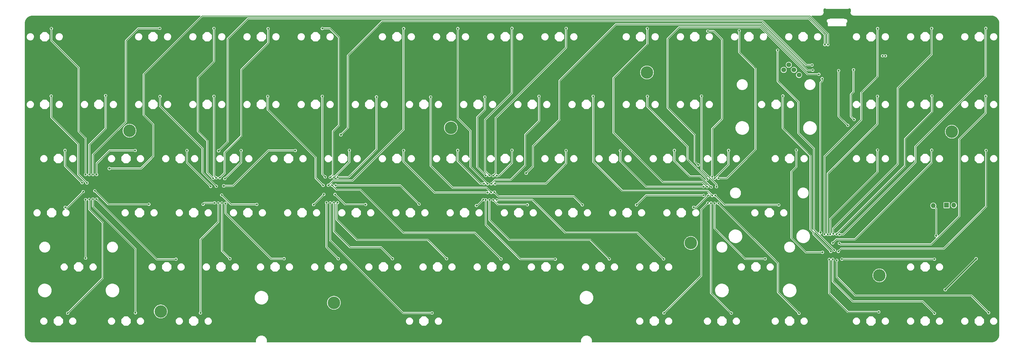
<source format=gbr>
%TF.GenerationSoftware,KiCad,Pcbnew,7.0.6*%
%TF.CreationDate,2024-04-21T21:28:24+02:00*%
%TF.ProjectId,Arius80-HE,41726975-7338-4302-9d48-452e6b696361,rev?*%
%TF.SameCoordinates,Original*%
%TF.FileFunction,Copper,L1,Top*%
%TF.FilePolarity,Positive*%
%FSLAX46Y46*%
G04 Gerber Fmt 4.6, Leading zero omitted, Abs format (unit mm)*
G04 Created by KiCad (PCBNEW 7.0.6) date 2024-04-21 21:28:24*
%MOMM*%
%LPD*%
G01*
G04 APERTURE LIST*
G04 Aperture macros list*
%AMHorizOval*
0 Thick line with rounded ends*
0 $1 width*
0 $2 $3 position (X,Y) of the first rounded end (center of the circle)*
0 $4 $5 position (X,Y) of the second rounded end (center of the circle)*
0 Add line between two ends*
20,1,$1,$2,$3,$4,$5,0*
0 Add two circle primitives to create the rounded ends*
1,1,$1,$2,$3*
1,1,$1,$4,$5*%
%AMRotRect*
0 Rectangle, with rotation*
0 The origin of the aperture is its center*
0 $1 length*
0 $2 width*
0 $3 Rotation angle, in degrees counterclockwise*
0 Add horizontal line*
21,1,$1,$2,0,0,$3*%
G04 Aperture macros list end*
%TA.AperFunction,ComponentPad*%
%ADD10C,4.400000*%
%TD*%
%TA.AperFunction,ComponentPad*%
%ADD11R,1.700000X1.700000*%
%TD*%
%TA.AperFunction,ComponentPad*%
%ADD12O,1.700000X1.700000*%
%TD*%
%TA.AperFunction,ComponentPad*%
%ADD13O,1.000000X1.600000*%
%TD*%
%TA.AperFunction,ComponentPad*%
%ADD14O,1.000000X2.100000*%
%TD*%
%TA.AperFunction,ComponentPad*%
%ADD15RotRect,1.700000X1.700000X45.000000*%
%TD*%
%TA.AperFunction,ComponentPad*%
%ADD16HorizOval,1.700000X0.000000X0.000000X0.000000X0.000000X0*%
%TD*%
%TA.AperFunction,ViaPad*%
%ADD17C,0.800000*%
%TD*%
%TA.AperFunction,ViaPad*%
%ADD18C,0.700000*%
%TD*%
%TA.AperFunction,Conductor*%
%ADD19C,0.500000*%
%TD*%
%TA.AperFunction,Conductor*%
%ADD20C,0.250000*%
%TD*%
G04 APERTURE END LIST*
D10*
%TO.P,H3,1*%
%TO.N,N/C*%
X92860000Y-173600000D03*
%TD*%
%TO.P,H7,1*%
%TO.N,N/C*%
X371050000Y-110380000D03*
%TD*%
%TO.P,H4,1*%
%TO.N,N/C*%
X194910000Y-108990000D03*
%TD*%
%TO.P,H1,1*%
%TO.N,N/C*%
X81880000Y-110040000D03*
%TD*%
%TO.P,H6,1*%
%TO.N,N/C*%
X279280000Y-149530000D03*
%TD*%
%TO.P,H2,1*%
%TO.N,N/C*%
X263840000Y-89550000D03*
%TD*%
%TO.P,H5,1*%
%TO.N,N/C*%
X153760000Y-170550000D03*
%TD*%
%TO.P,H8,1*%
%TO.N,N/C*%
X345580000Y-160930000D03*
%TD*%
D11*
%TO.P,J3,1,Pin_1*%
%TO.N,+3V3*%
X369195000Y-136240000D03*
D12*
%TO.P,J3,2,Pin_2*%
%TO.N,/BOOT0*%
X371735000Y-136240000D03*
%TD*%
D13*
%TO.P,J1,S1,SHIELD*%
%TO.N,GND*%
X326366742Y-67797386D03*
D14*
X326366742Y-71977386D03*
D13*
X335006742Y-67797386D03*
D14*
X335006742Y-71977386D03*
%TD*%
D11*
%TO.P,J2,1,Pin_1*%
%TO.N,GND*%
X361975000Y-136400000D03*
D12*
%TO.P,J2,2,Pin_2*%
%TO.N,/~{RESET}*%
X364515000Y-136400000D03*
%TD*%
D15*
%TO.P,SWD1,1,Pin_1*%
%TO.N,GND*%
X315523949Y-92236051D03*
D16*
%TO.P,SWD1,2,Pin_2*%
%TO.N,/SWO*%
X317320000Y-90440000D03*
%TO.P,SWD1,3,Pin_3*%
%TO.N,GND*%
X313727898Y-90440000D03*
%TO.P,SWD1,4,Pin_4*%
%TO.N,/SWCLK*%
X315523949Y-88643949D03*
%TO.P,SWD1,5,Pin_5*%
%TO.N,+3V3*%
X311931847Y-88643949D03*
%TO.P,SWD1,6,Pin_6*%
%TO.N,/SWDIO*%
X313727898Y-86847897D03*
%TD*%
D17*
%TO.N,+5V*%
X379570000Y-155070000D03*
X368750000Y-165920000D03*
%TO.N,GND*%
X335560000Y-82070000D03*
D18*
%TO.N,/multiplexers/keys/KEYS_0_13*%
X344939203Y-74113295D03*
X326273000Y-146482086D03*
%TO.N,/multiplexers/keys/KEYS_0_14*%
X329335000Y-146285000D03*
X363952331Y-74064658D03*
%TO.N,/multiplexers/keys/KEYS_0_15*%
X331508000Y-146542500D03*
X382979117Y-74046222D03*
%TO.N,/multiplexers/keys/KEYS_1_15*%
X364062000Y-97790000D03*
X330480000Y-146422500D03*
%TO.N,/multiplexers/keys/KEYS_2_15*%
X331485000Y-149615000D03*
X382980000Y-97900000D03*
%TO.N,/multiplexers/keys/KEYS_3_14*%
X329178000Y-149512500D03*
X363970000Y-116880000D03*
%TO.N,/multiplexers/keys/KEYS_3_15*%
X331135000Y-152495000D03*
X383112000Y-116977000D03*
%TO.N,/multiplexers/keys/KEYS_1_14*%
X327390000Y-146520000D03*
X344885000Y-97925000D03*
%TO.N,/multiplexers/keys/KEYS_0_0*%
X66430000Y-125450000D03*
X54410000Y-74090000D03*
%TO.N,/multiplexers/keys/KEYS_0_1*%
X92536000Y-74051000D03*
X69030000Y-125450000D03*
%TO.N,/multiplexers/keys/KEYS_0_2*%
X111586000Y-74051000D03*
X111269449Y-126770551D03*
%TO.N,/multiplexers/keys/KEYS_0_3*%
X130636000Y-74135000D03*
X113618000Y-126573000D03*
%TO.N,/multiplexers/keys/KEYS_0_4*%
X149686000Y-74085000D03*
X152450000Y-126450000D03*
%TO.N,/multiplexers/keys/KEYS_0_5*%
X151800000Y-129225000D03*
X178268460Y-74111716D03*
%TO.N,/multiplexers/keys/KEYS_0_6*%
X207800000Y-128700000D03*
X197323750Y-74123481D03*
%TO.N,/multiplexers/keys/KEYS_0_7*%
X208451575Y-125726608D03*
X216358590Y-74044012D03*
%TO.N,/multiplexers/keys/KEYS_0_8*%
X209750000Y-125865000D03*
X235419407Y-74057671D03*
%TO.N,/multiplexers/keys/KEYS_0_9*%
X263986000Y-74095000D03*
X285021898Y-129741643D03*
%TO.N,/multiplexers/keys/KEYS_0_10*%
X286766000Y-126190000D03*
X285225000Y-75000000D03*
%TO.N,/multiplexers/keys/KEYS_0_11*%
X288951800Y-126746000D03*
X296275000Y-74850000D03*
%TO.N,/multiplexers/keys/KEYS_1_1*%
X67730000Y-125450000D03*
X73486000Y-97673000D03*
%TO.N,/multiplexers/keys/KEYS_1_2*%
X92590000Y-98000000D03*
X112430000Y-129575000D03*
%TO.N,/multiplexers/keys/KEYS_1_3*%
X112366120Y-126616919D03*
X111586000Y-97927000D03*
%TO.N,/multiplexers/keys/KEYS_1_7*%
X187786000Y-98181000D03*
X209100000Y-131750000D03*
%TO.N,/multiplexers/keys/KEYS_1_8*%
X206836000Y-98181000D03*
X207150000Y-125765000D03*
%TO.N,/multiplexers/keys/KEYS_1_9*%
X209100000Y-128700000D03*
X225886000Y-97927000D03*
%TO.N,/multiplexers/keys/KEYS_1_10*%
X286778112Y-132844727D03*
X244936000Y-97927000D03*
%TO.N,/multiplexers/keys/KEYS_1_11*%
X264010000Y-97950000D03*
X285050000Y-127050000D03*
%TO.N,/multiplexers/keys/KEYS_2_0*%
X65200000Y-128324500D03*
X59190000Y-116970000D03*
%TO.N,/multiplexers/keys/KEYS_2_1*%
X70330000Y-125450000D03*
X83880000Y-116977000D03*
%TO.N,/multiplexers/keys/KEYS_2_2*%
X110437250Y-129617250D03*
X102080000Y-117000000D03*
%TO.N,/multiplexers/keys/KEYS_2_3*%
X115396000Y-126883000D03*
X121132750Y-117000844D03*
%TO.N,/multiplexers/keys/KEYS_2_5*%
X153750000Y-126450000D03*
X159193353Y-116941706D03*
%TO.N,/multiplexers/keys/KEYS_2_7*%
X206505000Y-128665000D03*
X197293668Y-116965551D03*
%TO.N,/multiplexers/keys/KEYS_2_8*%
X211050000Y-125865000D03*
X216380856Y-116888727D03*
%TO.N,/multiplexers/keys/KEYS_2_9*%
X210400000Y-128700000D03*
X235399077Y-117013872D03*
%TO.N,/multiplexers/keys/KEYS_2_10*%
X283695000Y-129755000D03*
X254500000Y-117020000D03*
%TO.N,/multiplexers/keys/KEYS_2_11*%
X286440000Y-129815500D03*
X273495485Y-116963537D03*
%TO.N,/multiplexers/keys/KEYS_2_12*%
X287650000Y-126746000D03*
X292546748Y-116968946D03*
%TO.N,/multiplexers/keys/KEYS_2_13*%
X325570000Y-152797500D03*
X316368071Y-116845578D03*
%TO.N,/multiplexers/keys/KEYS_2_14*%
X328303844Y-146479956D03*
X344932000Y-116840000D03*
%TO.N,/multiplexers/keys/KEYS_3_0*%
X65612000Y-131455000D03*
X59262000Y-136975000D03*
%TO.N,/multiplexers/keys/KEYS_3_1*%
X69680000Y-131150000D03*
X88706800Y-135902600D03*
%TO.N,/multiplexers/keys/KEYS_3_2*%
X111780000Y-135425000D03*
X107756800Y-135890000D03*
%TO.N,/multiplexers/keys/KEYS_3_3*%
X114300000Y-132663000D03*
X126660000Y-135955000D03*
%TO.N,/multiplexers/keys/KEYS_3_4*%
X146638000Y-136027000D03*
X150214811Y-132419435D03*
%TO.N,/multiplexers/keys/KEYS_3_5*%
X164900000Y-136000000D03*
X154156680Y-132439963D03*
%TO.N,/multiplexers/keys/KEYS_1_6*%
X155050000Y-126400000D03*
X168736000Y-98169000D03*
%TO.N,/multiplexers/keys/KEYS_1_4*%
X130490000Y-97960000D03*
X149963584Y-129261869D03*
%TO.N,/multiplexers/keys/KEYS_3_7*%
X203880000Y-136371800D03*
X206252428Y-134291097D03*
%TO.N,/multiplexers/keys/KEYS_4_12*%
X364942500Y-155195500D03*
X332374500Y-155195500D03*
%TO.N,/multiplexers/keys/KEYS_1_13*%
X328490771Y-152489729D03*
X311617197Y-97825265D03*
%TO.N,/multiplexers/keys/KEYS_3_9*%
X210195000Y-131645000D03*
X241122900Y-136117900D03*
%TO.N,/multiplexers/keys/KEYS_1_12*%
X283036000Y-97865000D03*
X288300000Y-129740000D03*
%TO.N,/multiplexers/keys/KEYS_3_11*%
X285341116Y-132789613D03*
X280270000Y-136975000D03*
D17*
%TO.N,/multiplexers/keys/KEYS_2_4*%
X115031800Y-129451000D03*
D18*
X140179909Y-116998080D03*
%TO.N,/multiplexers/keys/KEYS_4_0*%
X66430000Y-154822000D03*
X66430000Y-134250000D03*
%TO.N,/multiplexers/keys/KEYS_4_1*%
X70330000Y-134100000D03*
X98243400Y-155231543D03*
%TO.N,/multiplexers/keys/KEYS_4_2*%
X114380000Y-135475000D03*
X117190500Y-155060500D03*
%TO.N,/multiplexers/keys/KEYS_4_9*%
X208451800Y-134380000D03*
X250600000Y-155120000D03*
%TO.N,/multiplexers/keys/KEYS_4_3*%
X115680000Y-135575000D03*
X136240500Y-155060500D03*
%TO.N,/multiplexers/keys/KEYS_3_12*%
X287843075Y-132819703D03*
X310200000Y-136150000D03*
%TO.N,/multiplexers/keys/KEYS_5_3*%
X152455000Y-135405000D03*
X188294000Y-174127000D03*
%TO.N,/multiplexers/keys/KEYS_4_5*%
X174340500Y-155060500D03*
X153755000Y-135305000D03*
%TO.N,/multiplexers/keys/KEYS_4_6*%
X155051722Y-135313320D03*
X193390500Y-155060500D03*
%TO.N,/multiplexers/keys/KEYS_5_8*%
X329190000Y-155260000D03*
X364945634Y-174238487D03*
%TO.N,/multiplexers/keys/KEYS_5_0*%
X67730000Y-134200000D03*
X60142500Y-174212500D03*
%TO.N,/multiplexers/keys/KEYS_4_7*%
X153101800Y-129210000D03*
X212521800Y-155140000D03*
%TO.N,/multiplexers/keys/KEYS_2_6*%
X207800000Y-131815000D03*
X178270000Y-116980000D03*
%TO.N,/multiplexers/keys/KEYS_4_11*%
X287650000Y-135550000D03*
X305409600Y-155092400D03*
%TO.N,/multiplexers/keys/KEYS_4_8*%
X207150000Y-134350000D03*
X231600000Y-155200000D03*
%TO.N,/multiplexers/keys/KEYS_4_10*%
X211031800Y-134370000D03*
X269685200Y-155155200D03*
%TO.N,/multiplexers/keys/KEYS_5_1*%
X83962106Y-174079322D03*
X69030000Y-134100000D03*
%TO.N,/multiplexers/keys/KEYS_1_5*%
X150710000Y-126290000D03*
X149682000Y-97927000D03*
%TO.N,/multiplexers/keys/KEYS_5_2*%
X113080000Y-135475000D03*
X106850000Y-174140000D03*
%TO.N,/multiplexers/keys/KEYS_4_4*%
X151155000Y-135315000D03*
X155290500Y-155060500D03*
%TO.N,/multiplexers/keys/KEYS_3_10*%
X283788326Y-132763000D03*
X260171800Y-136130000D03*
%TO.N,/multiplexers/keys/KEYS_1_0*%
X66905900Y-128425900D03*
X54360000Y-97840000D03*
%TO.N,/multiplexers/keys/KEYS_5_4*%
X285225000Y-135485000D03*
X269828000Y-174127000D03*
%TO.N,/multiplexers/keys/KEYS_5_5*%
X286350000Y-135500000D03*
X293522400Y-174193200D03*
%TO.N,/multiplexers/keys/KEYS_0_12*%
X329733000Y-152057000D03*
X309800000Y-81708000D03*
%TO.N,/multiplexers/keys/KEYS_3_6*%
X154400000Y-129235000D03*
X183710000Y-135855000D03*
%TO.N,/multiplexers/keys/KEYS_5_6*%
X288950000Y-135550000D03*
X317317500Y-174244000D03*
%TO.N,/multiplexers/keys/KEYS_3_8*%
X221801800Y-136090000D03*
X209751800Y-134380000D03*
%TO.N,/multiplexers/keys/KEYS_5_7*%
X345365000Y-173765000D03*
X327950000Y-155320000D03*
%TO.N,/multiplexers/keys/KEYS_5_9*%
X330591000Y-155613000D03*
X383992891Y-174061672D03*
%TO.N,/~{RESET}*%
X334460000Y-108160000D03*
D17*
X365560000Y-146980000D03*
D18*
X331240000Y-88890000D03*
%TO.N,/BOOT0*%
X336680000Y-106120000D03*
X336481392Y-88618608D03*
%TO.N,+5V*%
X347700000Y-83700000D03*
X346700000Y-83700000D03*
%TO.N,GND*%
X346700000Y-88600000D03*
X110255000Y-136099500D03*
D17*
X284734000Y-137668000D03*
X331950000Y-76850000D03*
D18*
X350800000Y-90100000D03*
X137805000Y-122162500D03*
X322807500Y-80887500D03*
X180667500Y-141212500D03*
X145867500Y-138812500D03*
X72279500Y-128407000D03*
D17*
X376610000Y-138650000D03*
D18*
X291170000Y-129760000D03*
X230755000Y-77900000D03*
X361642500Y-122162500D03*
X199717500Y-141212500D03*
X359342500Y-177912500D03*
X140267500Y-139812500D03*
X156286437Y-135523609D03*
X183967500Y-138812500D03*
X60142500Y-176912500D03*
X68830000Y-101712500D03*
X90180000Y-79300000D03*
D17*
X329300000Y-80000000D03*
D18*
X119009000Y-129960500D03*
X160155000Y-119762500D03*
X264092500Y-158862500D03*
X380692500Y-79300000D03*
X204595000Y-134845000D03*
X329045000Y-97125000D03*
X125980000Y-101712500D03*
X297430000Y-77900000D03*
X107767500Y-138812500D03*
X223530000Y-103112500D03*
X335147500Y-92372500D03*
X247342500Y-160262500D03*
X49780000Y-101712500D03*
X241117500Y-138812500D03*
X214120000Y-128025500D03*
X218767500Y-141212500D03*
X283980000Y-76900000D03*
X323050000Y-85100000D03*
X327345000Y-97375000D03*
X179205000Y-119762500D03*
X148610000Y-135800000D03*
X156855000Y-122162500D03*
X92642500Y-158862500D03*
X252105000Y-122162500D03*
X256867500Y-141212500D03*
X264930000Y-100712500D03*
X217305000Y-119762500D03*
X55380000Y-100712500D03*
X147330000Y-103112500D03*
X290205000Y-179312500D03*
D17*
X326010000Y-94580000D03*
D18*
X380692500Y-122162500D03*
X142567500Y-141212500D03*
X287905000Y-177912500D03*
X364942500Y-119762500D03*
X236355000Y-119762500D03*
X56842500Y-179312500D03*
X212542500Y-157862500D03*
X83955000Y-119762500D03*
X83955000Y-176912500D03*
X236355000Y-76900000D03*
X264092500Y-177912500D03*
X378392500Y-177912500D03*
X183130000Y-101712500D03*
X266392500Y-160262500D03*
X364942500Y-157862500D03*
X345892500Y-119762500D03*
X104467500Y-141212500D03*
X347700000Y-88600000D03*
X266392500Y-179312500D03*
X278380000Y-101712500D03*
X359342500Y-120762500D03*
X333730000Y-146870000D03*
X383992500Y-100712500D03*
X279217500Y-138812500D03*
X311717500Y-120762500D03*
X155392500Y-157862500D03*
X173605000Y-77900000D03*
X49780000Y-77900000D03*
X175905000Y-122162500D03*
X85417500Y-141212500D03*
X207780000Y-100712500D03*
X152092500Y-160262500D03*
X57761250Y-138812500D03*
X309255000Y-103112500D03*
X202180000Y-101712500D03*
X306873750Y-141212500D03*
X78355000Y-177912500D03*
X93480000Y-76900000D03*
X290205000Y-122162500D03*
X324457146Y-154827268D03*
X342592500Y-79300000D03*
X54542500Y-120762500D03*
X361642500Y-160262500D03*
X93480000Y-100712500D03*
D17*
X369350000Y-142160000D03*
D18*
X214005000Y-122162500D03*
X342592500Y-122162500D03*
D17*
X329350000Y-76750000D03*
D18*
X383992500Y-119762500D03*
X326220000Y-103175000D03*
X193492500Y-157862500D03*
X314017500Y-179312500D03*
X171142500Y-160262500D03*
X289020000Y-132660000D03*
X74430000Y-100712500D03*
X178367500Y-139812500D03*
X61715000Y-132785000D03*
X361642500Y-103112500D03*
X293505000Y-119762500D03*
X159317500Y-139812500D03*
X361642500Y-79300000D03*
X345892500Y-76900000D03*
X150630000Y-100712500D03*
X185430000Y-103112500D03*
X87880000Y-101712500D03*
X112530000Y-76900000D03*
X206942500Y-158862500D03*
X87880000Y-77900000D03*
X157790000Y-128274500D03*
X125980000Y-77900000D03*
X235517500Y-139812500D03*
X122055000Y-119762500D03*
X52161250Y-139812500D03*
X221230000Y-101712500D03*
D17*
X377310000Y-147100000D03*
D18*
X306955000Y-101712500D03*
X188730000Y-100712500D03*
X311717500Y-177912500D03*
X245880000Y-100712500D03*
X312555000Y-100712500D03*
X135505000Y-120762500D03*
X216467500Y-139812500D03*
X198255000Y-119762500D03*
X80655000Y-179312500D03*
X211705000Y-120762500D03*
X310173750Y-138812500D03*
X194955000Y-122162500D03*
X183130000Y-177912500D03*
X302111250Y-160262500D03*
X340292500Y-77900000D03*
X275917500Y-141212500D03*
X225992500Y-158862500D03*
X115570000Y-132588000D03*
X264930000Y-76900000D03*
X130742500Y-158862500D03*
X242580000Y-103112500D03*
X103005000Y-119762500D03*
X56842500Y-122162500D03*
X378392500Y-120762500D03*
X102167500Y-177912500D03*
X60142500Y-119762500D03*
X380692500Y-179312500D03*
X228292500Y-160262500D03*
X342592500Y-179312500D03*
X380692500Y-103112500D03*
X261630000Y-103112500D03*
X54542500Y-177912500D03*
X67286250Y-157862500D03*
X364942500Y-76900000D03*
X149792500Y-158862500D03*
X168842500Y-158862500D03*
X345892500Y-100712500D03*
X118755000Y-122162500D03*
D17*
X373110000Y-144900000D03*
D18*
X52080000Y-79300000D03*
X261630000Y-79300000D03*
X145030000Y-101712500D03*
X145030000Y-77900000D03*
X278380000Y-77900000D03*
X340292500Y-120762500D03*
X350800000Y-89100000D03*
X175905000Y-79300000D03*
X174442500Y-157862500D03*
X280680000Y-103112500D03*
X359342500Y-158862500D03*
X304573750Y-139812500D03*
X111692500Y-158862500D03*
X322080000Y-76900000D03*
X109230000Y-103112500D03*
X274455000Y-119762500D03*
X316480000Y-77900000D03*
X128280000Y-79300000D03*
X273617500Y-139812500D03*
X169680000Y-100712500D03*
X112530000Y-100712500D03*
X233055000Y-79300000D03*
X345892500Y-176912500D03*
X131580000Y-100712500D03*
X80655000Y-122162500D03*
X383992500Y-176912500D03*
X259330000Y-101712500D03*
X63986250Y-160262500D03*
X280680000Y-79300000D03*
X136342500Y-157862500D03*
X299811250Y-158862500D03*
X133042500Y-160262500D03*
X359342500Y-101712500D03*
X179205000Y-76900000D03*
X154555000Y-120762500D03*
X123517500Y-141212500D03*
X378392500Y-101712500D03*
X150630000Y-76900000D03*
X230755000Y-120762500D03*
X88717500Y-138812500D03*
X240280000Y-101712500D03*
X131580000Y-76900000D03*
X203017500Y-138812500D03*
X113992500Y-160262500D03*
X187892500Y-158862500D03*
X260167500Y-138812500D03*
X71130000Y-103112500D03*
X141105000Y-119762500D03*
X55380000Y-76900000D03*
X109230000Y-79300000D03*
X299730000Y-79300000D03*
X121217500Y-139812500D03*
X364942500Y-176912500D03*
X255405000Y-119762500D03*
X78355000Y-120762500D03*
X340292500Y-101712500D03*
X190192500Y-160262500D03*
X245042500Y-158862500D03*
X83117500Y-139812500D03*
X128280000Y-103112500D03*
X90180000Y-103112500D03*
X71200000Y-131201000D03*
X317317500Y-176912500D03*
X164080000Y-101712500D03*
X361642500Y-179312500D03*
X318780000Y-79300000D03*
X383992500Y-76900000D03*
X61686250Y-158862500D03*
X283980000Y-100712500D03*
X214005000Y-79300000D03*
X364942500Y-100712500D03*
X359342500Y-77900000D03*
X268855000Y-120762500D03*
X340292500Y-177912500D03*
X250642500Y-157862500D03*
X54461250Y-141212500D03*
X204480000Y-103112500D03*
X222067500Y-138812500D03*
X117292500Y-157862500D03*
X97405000Y-120762500D03*
X237817500Y-141212500D03*
X233055000Y-122162500D03*
X106930000Y-101712500D03*
X102167500Y-139812500D03*
X188730000Y-176912500D03*
X173605000Y-120762500D03*
X209242500Y-160262500D03*
X303030000Y-76900000D03*
X332034441Y-152581174D03*
X217305000Y-76900000D03*
X271155000Y-122162500D03*
X52080000Y-103112500D03*
X211705000Y-77900000D03*
X342592500Y-103112500D03*
X317317500Y-119762500D03*
X116455000Y-120762500D03*
X104467500Y-179312500D03*
X269692500Y-176912500D03*
X319800000Y-84900000D03*
X192655000Y-120762500D03*
X269692500Y-157862500D03*
X378392500Y-77900000D03*
X164917500Y-138812500D03*
X197417500Y-139812500D03*
X166380000Y-103112500D03*
X249805000Y-120762500D03*
X287905000Y-120762500D03*
X293505000Y-176912500D03*
X211300000Y-131595000D03*
X126817500Y-138812500D03*
X226830000Y-100712500D03*
X254567500Y-139812500D03*
X98242500Y-157862500D03*
X259330000Y-77900000D03*
X185430000Y-179312500D03*
X194955000Y-79300000D03*
X107767500Y-176912500D03*
X198255000Y-76900000D03*
X99705000Y-122162500D03*
X231592500Y-157862500D03*
X192655000Y-77900000D03*
X305411250Y-157862500D03*
X94942500Y-160262500D03*
X106930000Y-77900000D03*
X161617500Y-141212500D03*
X147330000Y-79300000D03*
X314017500Y-122162500D03*
D17*
%TO.N,ADC1_IN3*%
X74800000Y-123350000D03*
D18*
X327490000Y-79750000D03*
%TO.N,ADC1_IN4*%
X326390000Y-79756000D03*
D17*
X113200000Y-117075000D03*
%TO.N,ADC2_IN3*%
X156200000Y-111450000D03*
D18*
X321880000Y-86930000D03*
%TO.N,ADC2_IN4*%
X322150000Y-88750000D03*
D17*
X221375000Y-124950000D03*
D18*
%TO.N,ADC4_IN3*%
X324295000Y-90200000D03*
D17*
X281875000Y-122100000D03*
%TO.N,ADC4_IN4*%
X324850000Y-145884405D03*
D18*
X325450000Y-91730000D03*
%TD*%
D19*
%TO.N,+5V*%
X379570000Y-155070000D02*
X368750000Y-165890000D01*
X368750000Y-165890000D02*
X368750000Y-165920000D01*
D20*
%TO.N,/multiplexers/keys/KEYS_0_13*%
X339210000Y-96620000D02*
X344939203Y-90890797D01*
X326273000Y-146482086D02*
X326273000Y-119077000D01*
X326273000Y-119077000D02*
X339210000Y-106140000D01*
X344939203Y-90890797D02*
X344939203Y-74113295D01*
X339210000Y-106140000D02*
X339210000Y-96620000D01*
%TO.N,/multiplexers/keys/KEYS_0_14*%
X329335000Y-144375000D02*
X352070000Y-121640000D01*
X352070000Y-121640000D02*
X352070000Y-95010000D01*
X352070000Y-95010000D02*
X363952331Y-83127669D01*
X329335000Y-146285000D02*
X329335000Y-144375000D01*
X363952331Y-83127669D02*
X363952331Y-74064658D01*
%TO.N,/multiplexers/keys/KEYS_0_15*%
X382975000Y-74050339D02*
X382979117Y-74046222D01*
X331508000Y-146542500D02*
X332747500Y-146542500D01*
X358245000Y-121045000D02*
X358245000Y-115585000D01*
X382975000Y-90855000D02*
X382975000Y-74050339D01*
X358245000Y-115585000D02*
X382975000Y-90855000D01*
X332747500Y-146542500D02*
X358245000Y-121045000D01*
%TO.N,/multiplexers/keys/KEYS_1_15*%
X354565000Y-112905000D02*
X364062000Y-103408000D01*
X364062000Y-103408000D02*
X364062000Y-97790000D01*
X354565000Y-122337500D02*
X354565000Y-112905000D01*
X330480000Y-146422500D02*
X354565000Y-122337500D01*
%TO.N,/multiplexers/keys/KEYS_2_15*%
X382980000Y-103710000D02*
X382980000Y-97900000D01*
X373650000Y-113040000D02*
X382980000Y-103710000D01*
X373650000Y-140100000D02*
X373650000Y-113040000D01*
X363750000Y-150000000D02*
X373650000Y-140100000D01*
X331870000Y-150000000D02*
X363750000Y-150000000D01*
X331485000Y-149615000D02*
X331870000Y-150000000D01*
%TO.N,/multiplexers/keys/KEYS_3_14*%
X334125405Y-148203000D02*
X334684595Y-148203000D01*
X330480500Y-148210000D02*
X334118405Y-148210000D01*
X334118405Y-148210000D02*
X334125405Y-148203000D01*
X336978000Y-148210000D02*
X363965000Y-121223000D01*
X329178000Y-149512500D02*
X330480500Y-148210000D01*
X363965000Y-121223000D02*
X363965000Y-116885000D01*
X334684595Y-148203000D02*
X334691595Y-148210000D01*
X334691595Y-148210000D02*
X336978000Y-148210000D01*
X363965000Y-116885000D02*
X363970000Y-116880000D01*
%TO.N,/multiplexers/keys/KEYS_3_15*%
X383105000Y-136627000D02*
X383105000Y-116984000D01*
X332081000Y-151549000D02*
X368183000Y-151549000D01*
X383105000Y-116984000D02*
X383112000Y-116977000D01*
X331135000Y-152495000D02*
X332081000Y-151549000D01*
X368183000Y-151549000D02*
X383105000Y-136627000D01*
%TO.N,/multiplexers/keys/KEYS_1_14*%
X327390000Y-125120000D02*
X344885000Y-107625000D01*
X327390000Y-146520000D02*
X327390000Y-125120000D01*
X344885000Y-107625000D02*
X344885000Y-97925000D01*
%TO.N,/multiplexers/keys/KEYS_0_0*%
X54410000Y-74090000D02*
X54410000Y-78310000D01*
X64041800Y-87941800D02*
X64041800Y-110311800D01*
X66430000Y-112700000D02*
X66430000Y-125450000D01*
X54410000Y-78310000D02*
X64041800Y-87941800D01*
X64041800Y-110311800D02*
X66430000Y-112700000D01*
%TO.N,/multiplexers/keys/KEYS_0_1*%
X80630000Y-78370000D02*
X80630000Y-106841800D01*
X84949000Y-74051000D02*
X80630000Y-78370000D01*
X69030000Y-118441800D02*
X69030000Y-125450000D01*
X80630000Y-106841800D02*
X69030000Y-118441800D01*
X92536000Y-74051000D02*
X84949000Y-74051000D01*
%TO.N,/multiplexers/keys/KEYS_0_2*%
X105960000Y-91295000D02*
X111586000Y-85669000D01*
X105960000Y-110290000D02*
X105960000Y-91295000D01*
X111269449Y-126770551D02*
X109220000Y-124721102D01*
X111586000Y-85669000D02*
X111586000Y-74051000D01*
X109220000Y-124721102D02*
X109220000Y-113550000D01*
X109220000Y-113550000D02*
X105960000Y-110290000D01*
%TO.N,/multiplexers/keys/KEYS_0_3*%
X121225000Y-111875000D02*
X121225000Y-88525000D01*
X113618000Y-126573000D02*
X115340000Y-124851000D01*
X115340000Y-117760000D02*
X121225000Y-111875000D01*
X115340000Y-124851000D02*
X115340000Y-117760000D01*
X121225000Y-88525000D02*
X130636000Y-79114000D01*
X130636000Y-79114000D02*
X130636000Y-74135000D01*
%TO.N,/multiplexers/keys/KEYS_0_4*%
X155510000Y-108110000D02*
X153400000Y-110220000D01*
X155510000Y-77200000D02*
X155510000Y-108110000D01*
X149686000Y-74085000D02*
X152395000Y-74085000D01*
X153400000Y-110220000D02*
X153400000Y-125500000D01*
X153400000Y-125500000D02*
X152450000Y-126450000D01*
X152395000Y-74085000D02*
X155510000Y-77200000D01*
%TO.N,/multiplexers/keys/KEYS_0_5*%
X160230500Y-127599500D02*
X178268460Y-109561540D01*
X153425500Y-127599500D02*
X160230500Y-127599500D01*
X151800000Y-129225000D02*
X153425500Y-127599500D01*
X178268460Y-109561540D02*
X178268460Y-74111716D01*
%TO.N,/multiplexers/keys/KEYS_0_6*%
X201800000Y-110130000D02*
X201800000Y-122700000D01*
X201800000Y-122700000D02*
X207800000Y-128700000D01*
X197323750Y-74123481D02*
X197323750Y-105653750D01*
X197323750Y-105653750D02*
X201800000Y-110130000D01*
%TO.N,/multiplexers/keys/KEYS_0_7*%
X208451575Y-125726608D02*
X206893000Y-124168033D01*
X206893000Y-124168033D02*
X206893000Y-106157000D01*
X206893000Y-106157000D02*
X216358590Y-96691410D01*
X216358590Y-96691410D02*
X216358590Y-74044012D01*
%TO.N,/multiplexers/keys/KEYS_0_8*%
X210620000Y-105530000D02*
X235419407Y-80730593D01*
X235419407Y-80730593D02*
X235419407Y-74057671D01*
X210620000Y-124995000D02*
X210620000Y-105530000D01*
X209750000Y-125865000D02*
X210620000Y-124995000D01*
%TO.N,/multiplexers/keys/KEYS_0_9*%
X269410000Y-128060000D02*
X252050000Y-110700000D01*
X283230873Y-128060000D02*
X269410000Y-128060000D01*
X252050000Y-91470000D02*
X263986000Y-79534000D01*
X252050000Y-110700000D02*
X252050000Y-91470000D01*
X284912516Y-129741643D02*
X283230873Y-128060000D01*
X285021898Y-129741643D02*
X284912516Y-129741643D01*
X263986000Y-79534000D02*
X263986000Y-74095000D01*
%TO.N,/multiplexers/keys/KEYS_0_10*%
X287300000Y-75000000D02*
X290275000Y-77975000D01*
X290275000Y-105830000D02*
X286766000Y-109339000D01*
X290275000Y-77975000D02*
X290275000Y-105830000D01*
X285225000Y-75000000D02*
X287300000Y-75000000D01*
X286766000Y-109339000D02*
X286766000Y-126190000D01*
%TO.N,/multiplexers/keys/KEYS_0_11*%
X296275000Y-82425000D02*
X302006000Y-88156000D01*
X302006000Y-88156000D02*
X302006000Y-116586000D01*
X296275000Y-74850000D02*
X296275000Y-82425000D01*
X291846000Y-126746000D02*
X288951800Y-126746000D01*
X302006000Y-116586000D02*
X291846000Y-126746000D01*
%TO.N,/multiplexers/keys/KEYS_1_1*%
X73486000Y-97673000D02*
X73486000Y-109214000D01*
X73486000Y-109214000D02*
X67730000Y-114970000D01*
X67730000Y-114970000D02*
X67730000Y-125450000D01*
%TO.N,/multiplexers/keys/KEYS_1_2*%
X107560000Y-124705000D02*
X112430000Y-129575000D01*
X92590000Y-101310000D02*
X107560000Y-116280000D01*
X107560000Y-116280000D02*
X107560000Y-124705000D01*
X92590000Y-98000000D02*
X92590000Y-101310000D01*
%TO.N,/multiplexers/keys/KEYS_1_3*%
X112366120Y-126616919D02*
X111586000Y-125836799D01*
X111586000Y-125836799D02*
X111586000Y-97927000D01*
%TO.N,/multiplexers/keys/KEYS_1_7*%
X187786000Y-98181000D02*
X187786000Y-122366000D01*
X187786000Y-122366000D02*
X195550000Y-130130000D01*
X207480000Y-130130000D02*
X209100000Y-131750000D01*
X195550000Y-130130000D02*
X207480000Y-130130000D01*
%TO.N,/multiplexers/keys/KEYS_1_8*%
X206836000Y-102589000D02*
X206836000Y-98181000D01*
X207150000Y-125765000D02*
X204125000Y-122740000D01*
X204125000Y-105300000D02*
X206836000Y-102589000D01*
X204125000Y-122740000D02*
X204125000Y-105300000D01*
%TO.N,/multiplexers/keys/KEYS_1_9*%
X210500000Y-127300000D02*
X209100000Y-128700000D01*
X221050000Y-122154800D02*
X215904800Y-127300000D01*
X215904800Y-127300000D02*
X210500000Y-127300000D01*
X225886000Y-97927000D02*
X225886000Y-106564000D01*
X221050000Y-111400000D02*
X221050000Y-122154800D01*
X225886000Y-106564000D02*
X221050000Y-111400000D01*
%TO.N,/multiplexers/keys/KEYS_1_10*%
X286778112Y-132844727D02*
X285108385Y-131175000D01*
X255156800Y-131175000D02*
X244936000Y-120954200D01*
X285108385Y-131175000D02*
X255156800Y-131175000D01*
X244936000Y-120954200D02*
X244936000Y-97927000D01*
%TO.N,/multiplexers/keys/KEYS_1_11*%
X278175000Y-115685000D02*
X278175000Y-120175000D01*
X264010000Y-97950000D02*
X264010000Y-101520000D01*
X264010000Y-101520000D02*
X278175000Y-115685000D01*
X278175000Y-120175000D02*
X285050000Y-127050000D01*
%TO.N,/multiplexers/keys/KEYS_2_0*%
X59190000Y-122314500D02*
X65200000Y-128324500D01*
X59190000Y-116970000D02*
X59190000Y-122314500D01*
%TO.N,/multiplexers/keys/KEYS_2_1*%
X83880000Y-116977000D02*
X74873000Y-116977000D01*
X70330000Y-121520000D02*
X70330000Y-125450000D01*
X74873000Y-116977000D02*
X70330000Y-121520000D01*
%TO.N,/multiplexers/keys/KEYS_2_2*%
X102080000Y-121260000D02*
X102080000Y-117000000D01*
X110437250Y-129617250D02*
X102080000Y-121260000D01*
%TO.N,/multiplexers/keys/KEYS_2_3*%
X121132750Y-121146250D02*
X121132750Y-117000844D01*
X115396000Y-126883000D02*
X121132750Y-121146250D01*
%TO.N,/multiplexers/keys/KEYS_2_5*%
X159193353Y-116941706D02*
X159193353Y-121006647D01*
X159193353Y-121006647D02*
X153750000Y-126450000D01*
%TO.N,/multiplexers/keys/KEYS_2_7*%
X206505000Y-128665000D02*
X205335000Y-128665000D01*
X205335000Y-128665000D02*
X197293668Y-120623668D01*
X197293668Y-120623668D02*
X197293668Y-116965551D01*
%TO.N,/multiplexers/keys/KEYS_2_8*%
X216380856Y-121314144D02*
X216380856Y-116888727D01*
X211050000Y-125865000D02*
X211830000Y-125865000D01*
X211830000Y-125865000D02*
X216380856Y-121314144D01*
%TO.N,/multiplexers/keys/KEYS_2_9*%
X235399077Y-117013872D02*
X235399077Y-121525923D01*
X228225000Y-128700000D02*
X210400000Y-128700000D01*
X235399077Y-121525923D02*
X228225000Y-128700000D01*
%TO.N,/multiplexers/keys/KEYS_2_10*%
X254500000Y-120710000D02*
X254500000Y-117020000D01*
X263545000Y-129755000D02*
X254500000Y-120710000D01*
X283695000Y-129755000D02*
X263545000Y-129755000D01*
%TO.N,/multiplexers/keys/KEYS_2_11*%
X273495485Y-120635485D02*
X273495485Y-116963537D01*
X278950000Y-126090000D02*
X273495485Y-120635485D01*
X282590000Y-126090000D02*
X278950000Y-126090000D01*
X286440000Y-129815500D02*
X286315500Y-129815500D01*
X286315500Y-129815500D02*
X282590000Y-126090000D01*
%TO.N,/multiplexers/keys/KEYS_2_12*%
X287650000Y-126746000D02*
X292546748Y-121849252D01*
X292546748Y-121849252D02*
X292546748Y-116968946D01*
%TO.N,/multiplexers/keys/KEYS_2_13*%
X325570000Y-152797500D02*
X319697500Y-152797500D01*
X316368071Y-122731929D02*
X316368071Y-116845578D01*
X314650000Y-124450000D02*
X316368071Y-122731929D01*
X319697500Y-152797500D02*
X314650000Y-147750000D01*
X314650000Y-147750000D02*
X314650000Y-124450000D01*
%TO.N,/multiplexers/keys/KEYS_2_14*%
X328303844Y-141076156D02*
X344932000Y-124448000D01*
X344932000Y-124448000D02*
X344932000Y-116840000D01*
X328303844Y-146479956D02*
X328303844Y-141076156D01*
%TO.N,/multiplexers/keys/KEYS_3_0*%
X65612000Y-131455000D02*
X60092000Y-136975000D01*
X60092000Y-136975000D02*
X59262000Y-136975000D01*
%TO.N,/multiplexers/keys/KEYS_3_1*%
X74432600Y-135902600D02*
X69680000Y-131150000D01*
X88706800Y-135902600D02*
X74432600Y-135902600D01*
%TO.N,/multiplexers/keys/KEYS_3_2*%
X108221800Y-135425000D02*
X111780000Y-135425000D01*
X107756800Y-135890000D02*
X108221800Y-135425000D01*
%TO.N,/multiplexers/keys/KEYS_3_3*%
X117592000Y-135955000D02*
X126660000Y-135955000D01*
X114300000Y-132663000D02*
X117592000Y-135955000D01*
%TO.N,/multiplexers/keys/KEYS_3_4*%
X150214811Y-132450189D02*
X150214811Y-132419435D01*
X146638000Y-136027000D02*
X150214811Y-132450189D01*
%TO.N,/multiplexers/keys/KEYS_3_5*%
X157716717Y-136000000D02*
X164900000Y-136000000D01*
X154156680Y-132439963D02*
X157716717Y-136000000D01*
%TO.N,/multiplexers/keys/KEYS_1_6*%
X168736000Y-116554000D02*
X168736000Y-98169000D01*
X155050000Y-126400000D02*
X158890000Y-126400000D01*
X158890000Y-126400000D02*
X168736000Y-116554000D01*
%TO.N,/multiplexers/keys/KEYS_1_4*%
X147330000Y-126628285D02*
X149963584Y-129261869D01*
X130490000Y-102610000D02*
X147330000Y-119450000D01*
X147330000Y-119450000D02*
X147330000Y-126628285D01*
X130490000Y-97960000D02*
X130490000Y-102610000D01*
%TO.N,/multiplexers/keys/KEYS_3_7*%
X206252428Y-134291097D02*
X204171725Y-136371800D01*
X204171725Y-136371800D02*
X203880000Y-136371800D01*
%TO.N,/multiplexers/keys/KEYS_4_12*%
X332374500Y-155195500D02*
X364942500Y-155195500D01*
%TO.N,/multiplexers/keys/KEYS_1_13*%
X311617197Y-109117197D02*
X311617197Y-97825265D01*
X328490771Y-152489729D02*
X322405000Y-146403958D01*
X322405000Y-146403958D02*
X322405000Y-145738604D01*
X321300000Y-118800000D02*
X311617197Y-109117197D01*
X322405000Y-145738604D02*
X321300000Y-144633604D01*
X321300000Y-144633604D02*
X321300000Y-118800000D01*
%TO.N,/multiplexers/keys/KEYS_3_9*%
X211695000Y-133145000D02*
X238150000Y-133145000D01*
X210195000Y-131645000D02*
X211695000Y-133145000D01*
X238150000Y-133145000D02*
X241122900Y-136117900D01*
%TO.N,/multiplexers/keys/KEYS_1_12*%
X288300000Y-129740000D02*
X288300000Y-129000000D01*
X288300000Y-129000000D02*
X283036000Y-123736000D01*
X283036000Y-123736000D02*
X283036000Y-97865000D01*
%TO.N,/multiplexers/keys/KEYS_3_11*%
X281155729Y-136975000D02*
X280270000Y-136975000D01*
X285341116Y-132789613D02*
X281155729Y-136975000D01*
%TO.N,/multiplexers/keys/KEYS_2_4*%
X130699920Y-116998080D02*
X140179909Y-116998080D01*
X118247000Y-129451000D02*
X130699920Y-116998080D01*
X115031800Y-129451000D02*
X118247000Y-129451000D01*
%TO.N,/multiplexers/keys/KEYS_4_0*%
X66430000Y-154822000D02*
X66430000Y-134250000D01*
%TO.N,/multiplexers/keys/KEYS_4_1*%
X91461543Y-155231543D02*
X98243400Y-155231543D01*
X70330000Y-134100000D02*
X91461543Y-155231543D01*
%TO.N,/multiplexers/keys/KEYS_4_2*%
X114380000Y-152250000D02*
X114380000Y-135475000D01*
X117190500Y-155060500D02*
X114380000Y-152250000D01*
%TO.N,/multiplexers/keys/KEYS_4_9*%
X208451800Y-141400000D02*
X215481800Y-148430000D01*
X243910000Y-148430000D02*
X250600000Y-155120000D01*
X215481800Y-148430000D02*
X243910000Y-148430000D01*
X208451800Y-134380000D02*
X208451800Y-141400000D01*
%TO.N,/multiplexers/keys/KEYS_4_3*%
X131692300Y-155060500D02*
X115680000Y-139048200D01*
X115680000Y-139048200D02*
X115680000Y-135575000D01*
X136240500Y-155060500D02*
X131692300Y-155060500D01*
%TO.N,/multiplexers/keys/KEYS_3_12*%
X291173372Y-136150000D02*
X310200000Y-136150000D01*
X287843075Y-132819703D02*
X291173372Y-136150000D01*
%TO.N,/multiplexers/keys/KEYS_5_3*%
X152455000Y-135405000D02*
X152455000Y-148555000D01*
X152455000Y-148555000D02*
X178027000Y-174127000D01*
X178027000Y-174127000D02*
X188294000Y-174127000D01*
%TO.N,/multiplexers/keys/KEYS_4_5*%
X153755000Y-135305000D02*
X153755000Y-145355000D01*
X153755000Y-145355000D02*
X159430000Y-151030000D01*
X159430000Y-151030000D02*
X170310000Y-151030000D01*
X170310000Y-151030000D02*
X174340500Y-155060500D01*
%TO.N,/multiplexers/keys/KEYS_4_6*%
X155051722Y-135313320D02*
X154685000Y-135680042D01*
X161880000Y-148430000D02*
X186760000Y-148430000D01*
X154685000Y-141235000D02*
X161880000Y-148430000D01*
X186760000Y-148430000D02*
X193390500Y-155060500D01*
X154685000Y-135680042D02*
X154685000Y-141235000D01*
%TO.N,/multiplexers/keys/KEYS_5_8*%
X360777147Y-170070000D02*
X364945634Y-174238487D01*
X336260000Y-170070000D02*
X360777147Y-170070000D01*
X329190000Y-155260000D02*
X329190000Y-163000000D01*
X329190000Y-163000000D02*
X336260000Y-170070000D01*
%TO.N,/multiplexers/keys/KEYS_5_0*%
X72460000Y-161895000D02*
X60142500Y-174212500D01*
X67730000Y-134200000D02*
X67730000Y-137628200D01*
X67730000Y-137628200D02*
X72460000Y-142358200D01*
X72460000Y-142358200D02*
X72460000Y-161895000D01*
%TO.N,/multiplexers/keys/KEYS_4_7*%
X178201800Y-145920000D02*
X203301800Y-145920000D01*
X154711800Y-130820000D02*
X163101800Y-130820000D01*
X153101800Y-129210000D02*
X154711800Y-130820000D01*
X163101800Y-130820000D02*
X178201800Y-145920000D01*
X203301800Y-145920000D02*
X212521800Y-155140000D01*
%TO.N,/multiplexers/keys/KEYS_2_6*%
X178270000Y-116980000D02*
X178270000Y-120880000D01*
X178270000Y-120880000D02*
X189205000Y-131815000D01*
X189205000Y-131815000D02*
X207800000Y-131815000D01*
%TO.N,/multiplexers/keys/KEYS_4_11*%
X287650000Y-135550000D02*
X287650000Y-144380000D01*
X287650000Y-144380000D02*
X298362400Y-155092400D01*
X298362400Y-155092400D02*
X305409600Y-155092400D01*
%TO.N,/multiplexers/keys/KEYS_4_8*%
X219300000Y-155200000D02*
X207150000Y-143050000D01*
X231600000Y-155200000D02*
X219300000Y-155200000D01*
X207150000Y-143050000D02*
X207150000Y-134350000D01*
%TO.N,/multiplexers/keys/KEYS_4_10*%
X260440000Y-145910000D02*
X269685200Y-155155200D01*
X235141800Y-145910000D02*
X260440000Y-145910000D01*
X223601800Y-134370000D02*
X235141800Y-145910000D01*
X211031800Y-134370000D02*
X223601800Y-134370000D01*
%TO.N,/multiplexers/keys/KEYS_5_1*%
X69030000Y-134100000D02*
X69030000Y-136680000D01*
X69030000Y-136680000D02*
X83962106Y-151612106D01*
X83962106Y-151612106D02*
X83962106Y-174079322D01*
%TO.N,/multiplexers/keys/KEYS_1_5*%
X150710000Y-126290000D02*
X149682000Y-125262000D01*
X149682000Y-125262000D02*
X149682000Y-97927000D01*
%TO.N,/multiplexers/keys/KEYS_5_2*%
X106850000Y-174140000D02*
X106850000Y-148320000D01*
X106850000Y-148320000D02*
X113080000Y-142090000D01*
X113080000Y-142090000D02*
X113080000Y-135475000D01*
%TO.N,/multiplexers/keys/KEYS_4_4*%
X151155000Y-150925000D02*
X155290500Y-155060500D01*
X151155000Y-135315000D02*
X151155000Y-150925000D01*
%TO.N,/multiplexers/keys/KEYS_3_10*%
X263561800Y-132740000D02*
X260171800Y-136130000D01*
X283765326Y-132740000D02*
X263561800Y-132740000D01*
X283788326Y-132763000D02*
X283765326Y-132740000D01*
%TO.N,/multiplexers/keys/KEYS_1_0*%
X54360000Y-105230000D02*
X63830000Y-114700000D01*
X63830000Y-114700000D02*
X63830000Y-125350000D01*
X63830000Y-125350000D02*
X66905900Y-128425900D01*
X54360000Y-97840000D02*
X54360000Y-105230000D01*
%TO.N,/multiplexers/keys/KEYS_5_4*%
X282930000Y-137780000D02*
X282930000Y-161025000D01*
X282930000Y-161025000D02*
X269828000Y-174127000D01*
X285225000Y-135485000D02*
X282930000Y-137780000D01*
%TO.N,/multiplexers/keys/KEYS_5_5*%
X293420800Y-174193200D02*
X293522400Y-174193200D01*
X286350000Y-167122400D02*
X293420800Y-174193200D01*
X286350000Y-135500000D02*
X286350000Y-167122400D01*
%TO.N,/multiplexers/keys/KEYS_0_12*%
X317100000Y-99930000D02*
X317100000Y-110850000D01*
X322550000Y-116300000D02*
X322550000Y-144874000D01*
X309800000Y-92630000D02*
X317100000Y-99930000D01*
X317100000Y-110850000D02*
X322550000Y-116300000D01*
X309800000Y-81708000D02*
X309800000Y-92630000D01*
X322550000Y-144874000D02*
X329733000Y-152057000D01*
%TO.N,/multiplexers/keys/KEYS_3_6*%
X177090000Y-129235000D02*
X183710000Y-135855000D01*
X154400000Y-129235000D02*
X177090000Y-129235000D01*
%TO.N,/multiplexers/keys/KEYS_5_6*%
X317317500Y-174244000D02*
X309880000Y-166806500D01*
X309880000Y-166806500D02*
X309880000Y-156599000D01*
X309880000Y-156599000D02*
X288950000Y-135669000D01*
X288950000Y-135669000D02*
X288950000Y-135550000D01*
%TO.N,/multiplexers/keys/KEYS_3_8*%
X211461800Y-136090000D02*
X221801800Y-136090000D01*
X209751800Y-134380000D02*
X211461800Y-136090000D01*
%TO.N,/multiplexers/keys/KEYS_5_7*%
X327950000Y-167240000D02*
X334475000Y-173765000D01*
X334475000Y-173765000D02*
X345365000Y-173765000D01*
X327950000Y-155320000D02*
X327950000Y-167240000D01*
%TO.N,/multiplexers/keys/KEYS_5_9*%
X377921219Y-167990000D02*
X383992891Y-174061672D01*
X330591000Y-161491000D02*
X337090000Y-167990000D01*
X330591000Y-155613000D02*
X330591000Y-161491000D01*
X337090000Y-167990000D02*
X377921219Y-167990000D01*
%TO.N,/~{RESET}*%
X331240000Y-88890000D02*
X331240000Y-104940000D01*
X364515000Y-136400000D02*
X365560000Y-137445000D01*
X331240000Y-104940000D02*
X334460000Y-108160000D01*
X365560000Y-137445000D02*
X365560000Y-146980000D01*
%TO.N,/BOOT0*%
X336481392Y-96343608D02*
X335550000Y-97275000D01*
X335550000Y-104990000D02*
X336680000Y-106120000D01*
X335550000Y-97275000D02*
X335550000Y-104990000D01*
X336481392Y-88618608D02*
X336481392Y-96343608D01*
%TO.N,ADC1_IN3*%
X107362500Y-69687500D02*
X86900000Y-90150000D01*
X327490000Y-75980000D02*
X321197500Y-69687500D01*
X85850000Y-123350000D02*
X74800000Y-123350000D01*
X86900000Y-90150000D02*
X86900000Y-104500000D01*
X86900000Y-104500000D02*
X90225000Y-107825000D01*
X327490000Y-79750000D02*
X327490000Y-75980000D01*
X90225000Y-107825000D02*
X90225000Y-118975000D01*
X321197500Y-69687500D02*
X107362500Y-69687500D01*
X90225000Y-118975000D02*
X85850000Y-123350000D01*
%TO.N,ADC1_IN4*%
X320765000Y-70575000D02*
X123525000Y-70575000D01*
X116425000Y-77675000D02*
X116425000Y-113850000D01*
X116425000Y-113850000D02*
X113200000Y-117075000D01*
X326390000Y-76200000D02*
X320765000Y-70575000D01*
X123525000Y-70575000D02*
X116425000Y-77675000D01*
X326390000Y-79756000D02*
X326390000Y-76200000D01*
%TO.N,ADC2_IN3*%
X304525000Y-71575000D02*
X170675000Y-71575000D01*
X158675000Y-108975000D02*
X156200000Y-111450000D01*
X319880000Y-86930000D02*
X304525000Y-71575000D01*
X158675000Y-83575000D02*
X158675000Y-108975000D01*
X170675000Y-71575000D02*
X158675000Y-83575000D01*
X321880000Y-86930000D02*
X319880000Y-86930000D01*
%TO.N,ADC2_IN4*%
X322150000Y-88750000D02*
X320300000Y-88750000D01*
X223750000Y-122575000D02*
X221375000Y-124950000D01*
X320300000Y-88750000D02*
X304175000Y-72625000D01*
X223750000Y-115475000D02*
X223750000Y-122575000D01*
X233075000Y-92450000D02*
X233075000Y-106150000D01*
X252900000Y-72625000D02*
X233075000Y-92450000D01*
X304175000Y-72625000D02*
X252900000Y-72625000D01*
X233075000Y-106150000D02*
X223750000Y-115475000D01*
%TO.N,ADC4_IN3*%
X280650000Y-120875000D02*
X281875000Y-122100000D01*
X280650000Y-111475000D02*
X280650000Y-120875000D01*
X271100000Y-77700000D02*
X271100000Y-101925000D01*
X275175000Y-73625000D02*
X271100000Y-77700000D01*
X324295000Y-90200000D02*
X320400000Y-90200000D01*
X320400000Y-90200000D02*
X303825000Y-73625000D01*
X271100000Y-101925000D02*
X280650000Y-111475000D01*
X303825000Y-73625000D02*
X275175000Y-73625000D01*
%TO.N,ADC4_IN4*%
X325450000Y-92500000D02*
X324850000Y-93100000D01*
X325450000Y-91730000D02*
X325450000Y-92500000D01*
X324850000Y-93100000D02*
X324850000Y-145884405D01*
%TD*%
%TA.AperFunction,Conductor*%
%TO.N,GND*%
G36*
X334979116Y-67181751D02*
G01*
X334985995Y-67181750D01*
X334985999Y-67181752D01*
X335044100Y-67181750D01*
X335059582Y-67182967D01*
X335127026Y-67193647D01*
X335156479Y-67203216D01*
X335210297Y-67230637D01*
X335235346Y-67248835D01*
X335278055Y-67291542D01*
X335296259Y-67316598D01*
X335323677Y-67370405D01*
X335333249Y-67399865D01*
X335333258Y-67399920D01*
X335343906Y-67467145D01*
X335345125Y-67482632D01*
X335345125Y-68227754D01*
X335345091Y-68227858D01*
X335345100Y-68370648D01*
X335376979Y-68571850D01*
X335439942Y-68765595D01*
X335439943Y-68765597D01*
X335532436Y-68947106D01*
X335652182Y-69111911D01*
X335652184Y-69111913D01*
X335652185Y-69111914D01*
X335796230Y-69255952D01*
X335796236Y-69255958D01*
X335960946Y-69375624D01*
X335961046Y-69375696D01*
X336142559Y-69468180D01*
X336273853Y-69510841D01*
X336336300Y-69531132D01*
X336336301Y-69531132D01*
X336336304Y-69531133D01*
X336537511Y-69563004D01*
X336639369Y-69563006D01*
X336705261Y-69563008D01*
X336705264Y-69563006D01*
X336708428Y-69563007D01*
X336708550Y-69563000D01*
X384992229Y-69563000D01*
X385056735Y-69563000D01*
X385059508Y-69563077D01*
X385192559Y-69570551D01*
X385354789Y-69579663D01*
X385360309Y-69580285D01*
X385473834Y-69599574D01*
X385650511Y-69629593D01*
X385655916Y-69630827D01*
X385817873Y-69677487D01*
X385938774Y-69712319D01*
X385944018Y-69714154D01*
X386215966Y-69826800D01*
X386220969Y-69829210D01*
X386478599Y-69971599D01*
X386483289Y-69974545D01*
X386583094Y-70045361D01*
X386723362Y-70144888D01*
X386727705Y-70148352D01*
X386869924Y-70275446D01*
X386947196Y-70344501D01*
X386951118Y-70348424D01*
X387063564Y-70474252D01*
X387147245Y-70567893D01*
X387147260Y-70567909D01*
X387150723Y-70572253D01*
X387321059Y-70812320D01*
X387324013Y-70817022D01*
X387466404Y-71074658D01*
X387468809Y-71079654D01*
X387581450Y-71351598D01*
X387583285Y-71356841D01*
X387664776Y-71639701D01*
X387666011Y-71645112D01*
X387694469Y-71812605D01*
X387715317Y-71935310D01*
X387715939Y-71940830D01*
X387732547Y-72236563D01*
X387732625Y-72239339D01*
X387732625Y-181705937D01*
X387732623Y-181705970D01*
X387732624Y-181773635D01*
X387732546Y-181776410D01*
X387715973Y-182071683D01*
X387715351Y-182077204D01*
X387666050Y-182367415D01*
X387664814Y-182372831D01*
X387616848Y-182539341D01*
X387583331Y-182655687D01*
X387581500Y-182660923D01*
X387468856Y-182932882D01*
X387466445Y-182937887D01*
X387324062Y-183195518D01*
X387321106Y-183200222D01*
X387150773Y-183440290D01*
X387147309Y-183444634D01*
X386951164Y-183664122D01*
X386947236Y-183668050D01*
X386727751Y-183864195D01*
X386723408Y-183867659D01*
X386483337Y-184037997D01*
X386478633Y-184040953D01*
X386221005Y-184183337D01*
X386215999Y-184185747D01*
X385944048Y-184298391D01*
X385938804Y-184300226D01*
X385655953Y-184381709D01*
X385650537Y-184382945D01*
X385360324Y-184432249D01*
X385354803Y-184432871D01*
X385059976Y-184449421D01*
X385057200Y-184449499D01*
X384998075Y-184449498D01*
X384992245Y-184449498D01*
X384992244Y-184449498D01*
X384985362Y-184449498D01*
X384985334Y-184449500D01*
X244574034Y-184449500D01*
X244515843Y-184430593D01*
X244479879Y-184381093D01*
X244477296Y-184329458D01*
X244489777Y-184272085D01*
X244509416Y-183997500D01*
X244489777Y-183722915D01*
X244431261Y-183453921D01*
X244335059Y-183195992D01*
X244203128Y-182954379D01*
X244038155Y-182734001D01*
X243843499Y-182539345D01*
X243623121Y-182374372D01*
X243620299Y-182372831D01*
X243381511Y-182242442D01*
X243381509Y-182242441D01*
X243123582Y-182146240D01*
X243123584Y-182146240D01*
X243063551Y-182133180D01*
X242854585Y-182087723D01*
X242854582Y-182087722D01*
X242854579Y-182087722D01*
X242648737Y-182073000D01*
X242648734Y-182073000D01*
X242511266Y-182073000D01*
X242511263Y-182073000D01*
X242305420Y-182087722D01*
X242036416Y-182146240D01*
X241778490Y-182242441D01*
X241778488Y-182242442D01*
X241536883Y-182374369D01*
X241316505Y-182539341D01*
X241121841Y-182734005D01*
X240956869Y-182954383D01*
X240824942Y-183195988D01*
X240824941Y-183195990D01*
X240728740Y-183453916D01*
X240728738Y-183453921D01*
X240728739Y-183453921D01*
X240682572Y-183666150D01*
X240670222Y-183722920D01*
X240650584Y-183997500D01*
X240670222Y-184272079D01*
X240670222Y-184272082D01*
X240670223Y-184272085D01*
X240682703Y-184329458D01*
X240676598Y-184390336D01*
X240635874Y-184436000D01*
X240585966Y-184449500D01*
X130274034Y-184449500D01*
X130215843Y-184430593D01*
X130179879Y-184381093D01*
X130177296Y-184329458D01*
X130189777Y-184272085D01*
X130209416Y-183997500D01*
X130189777Y-183722915D01*
X130131261Y-183453921D01*
X130035059Y-183195992D01*
X129903128Y-182954379D01*
X129738155Y-182734001D01*
X129543499Y-182539345D01*
X129323121Y-182374372D01*
X129320299Y-182372831D01*
X129081511Y-182242442D01*
X129081509Y-182242441D01*
X128823582Y-182146240D01*
X128823584Y-182146240D01*
X128763551Y-182133180D01*
X128554585Y-182087723D01*
X128554582Y-182087722D01*
X128554579Y-182087722D01*
X128348737Y-182073000D01*
X128348734Y-182073000D01*
X128211266Y-182073000D01*
X128211263Y-182073000D01*
X128005420Y-182087722D01*
X127736416Y-182146240D01*
X127478490Y-182242441D01*
X127478488Y-182242442D01*
X127236883Y-182374369D01*
X127016505Y-182539341D01*
X126821841Y-182734005D01*
X126656869Y-182954383D01*
X126524942Y-183195988D01*
X126524941Y-183195990D01*
X126428740Y-183453916D01*
X126428738Y-183453921D01*
X126428739Y-183453921D01*
X126382572Y-183666150D01*
X126370222Y-183722920D01*
X126350584Y-183997499D01*
X126370222Y-184272079D01*
X126370222Y-184272082D01*
X126370223Y-184272085D01*
X126382703Y-184329458D01*
X126376598Y-184390336D01*
X126335874Y-184436000D01*
X126285966Y-184449500D01*
X47715765Y-184449500D01*
X47712991Y-184449422D01*
X47693737Y-184448340D01*
X47417710Y-184432836D01*
X47412190Y-184432214D01*
X47121995Y-184382907D01*
X47116579Y-184381671D01*
X46833725Y-184300180D01*
X46828481Y-184298345D01*
X46556536Y-184185700D01*
X46551530Y-184183289D01*
X46293900Y-184040900D01*
X46289205Y-184037951D01*
X46158595Y-183945277D01*
X46049137Y-183867611D01*
X46044794Y-183864147D01*
X45885805Y-183722066D01*
X45825303Y-183667998D01*
X45821381Y-183664075D01*
X45633578Y-183453921D01*
X45625235Y-183444585D01*
X45621776Y-183440246D01*
X45451440Y-183200179D01*
X45448488Y-183195482D01*
X45306091Y-182937833D01*
X45303694Y-182932854D01*
X45191048Y-182660898D01*
X45189214Y-182655658D01*
X45155705Y-182539345D01*
X45107719Y-182372782D01*
X45106491Y-182367399D01*
X45057180Y-182077173D01*
X45056562Y-182071683D01*
X45045464Y-181874075D01*
X45039953Y-181775935D01*
X45039875Y-181773160D01*
X45039875Y-177069953D01*
X50483133Y-177069953D01*
X50513953Y-177297473D01*
X50584901Y-177515832D01*
X50693697Y-177718007D01*
X50693699Y-177718010D01*
X50836847Y-177897513D01*
X50836848Y-177897514D01*
X51009749Y-178048572D01*
X51009752Y-178048574D01*
X51206843Y-178166331D01*
X51287713Y-178196681D01*
X51421798Y-178247005D01*
X51647703Y-178288000D01*
X51647709Y-178288000D01*
X51819783Y-178288000D01*
X51819787Y-178288000D01*
X51991170Y-178272575D01*
X52212490Y-178211495D01*
X52419348Y-178111878D01*
X52605093Y-177976925D01*
X52763757Y-177810976D01*
X52871668Y-177647499D01*
X55191499Y-177647499D01*
X55191500Y-177647499D01*
X55191500Y-177647500D01*
X56207500Y-178663500D01*
X56207501Y-178663500D01*
X57477499Y-178663500D01*
X57477500Y-178663500D01*
X58493500Y-177647500D01*
X58493500Y-177069953D01*
X60643133Y-177069953D01*
X60673953Y-177297473D01*
X60744901Y-177515832D01*
X60853697Y-177718007D01*
X60853699Y-177718010D01*
X60996848Y-177897513D01*
X60996848Y-177897514D01*
X61169749Y-178048572D01*
X61169752Y-178048574D01*
X61366843Y-178166331D01*
X61447713Y-178196681D01*
X61581798Y-178247005D01*
X61807703Y-178288000D01*
X61807709Y-178288000D01*
X61979783Y-178288000D01*
X61979787Y-178288000D01*
X62151170Y-178272575D01*
X62372490Y-178211495D01*
X62579348Y-178111878D01*
X62765093Y-177976925D01*
X62923757Y-177810976D01*
X63050240Y-177619363D01*
X63050242Y-177619356D01*
X63050244Y-177619355D01*
X63140473Y-177408251D01*
X63140472Y-177408251D01*
X63140476Y-177408244D01*
X63191566Y-177184407D01*
X63196706Y-177069953D01*
X74295633Y-177069953D01*
X74326453Y-177297473D01*
X74397401Y-177515832D01*
X74506197Y-177718007D01*
X74506199Y-177718010D01*
X74649348Y-177897513D01*
X74649348Y-177897514D01*
X74822249Y-178048572D01*
X74822252Y-178048574D01*
X75019343Y-178166331D01*
X75100213Y-178196681D01*
X75234298Y-178247005D01*
X75460203Y-178288000D01*
X75460209Y-178288000D01*
X75632283Y-178288000D01*
X75632287Y-178288000D01*
X75803670Y-178272575D01*
X76024990Y-178211495D01*
X76231848Y-178111878D01*
X76417593Y-177976925D01*
X76576257Y-177810976D01*
X76684167Y-177647500D01*
X79004000Y-177647500D01*
X80020000Y-178663500D01*
X80020001Y-178663500D01*
X81289999Y-178663500D01*
X81290000Y-178663500D01*
X82306000Y-177647500D01*
X82306000Y-177069953D01*
X84455633Y-177069953D01*
X84486453Y-177297473D01*
X84557401Y-177515832D01*
X84666197Y-177718007D01*
X84666199Y-177718010D01*
X84809347Y-177897513D01*
X84809348Y-177897514D01*
X84982249Y-178048572D01*
X84982252Y-178048574D01*
X85179343Y-178166331D01*
X85260213Y-178196681D01*
X85394298Y-178247005D01*
X85620203Y-178288000D01*
X85620209Y-178288000D01*
X85792283Y-178288000D01*
X85792287Y-178288000D01*
X85963670Y-178272575D01*
X86184990Y-178211495D01*
X86391848Y-178111878D01*
X86577593Y-177976925D01*
X86736257Y-177810976D01*
X86862740Y-177619363D01*
X86862742Y-177619356D01*
X86862744Y-177619355D01*
X86952973Y-177408251D01*
X86952972Y-177408251D01*
X86952976Y-177408244D01*
X87004066Y-177184407D01*
X87009206Y-177069953D01*
X98108133Y-177069953D01*
X98138953Y-177297473D01*
X98209901Y-177515832D01*
X98318697Y-177718007D01*
X98318699Y-177718010D01*
X98461847Y-177897513D01*
X98461848Y-177897514D01*
X98634749Y-178048572D01*
X98634752Y-178048574D01*
X98831843Y-178166331D01*
X98912713Y-178196681D01*
X99046798Y-178247005D01*
X99272703Y-178288000D01*
X99272709Y-178288000D01*
X99444783Y-178288000D01*
X99444787Y-178288000D01*
X99616170Y-178272575D01*
X99837490Y-178211495D01*
X100044348Y-178111878D01*
X100230093Y-177976925D01*
X100388757Y-177810976D01*
X100496667Y-177647500D01*
X102816500Y-177647500D01*
X103832500Y-178663500D01*
X103832501Y-178663500D01*
X105102499Y-178663500D01*
X105102500Y-178663500D01*
X106118500Y-177647500D01*
X106118500Y-177069953D01*
X108268133Y-177069953D01*
X108298953Y-177297473D01*
X108369901Y-177515832D01*
X108478697Y-177718007D01*
X108478699Y-177718010D01*
X108621847Y-177897514D01*
X108621848Y-177897514D01*
X108794749Y-178048572D01*
X108794752Y-178048574D01*
X108991843Y-178166331D01*
X109072713Y-178196681D01*
X109206798Y-178247005D01*
X109432703Y-178288000D01*
X109432709Y-178288000D01*
X109604783Y-178288000D01*
X109604787Y-178288000D01*
X109776170Y-178272575D01*
X109997490Y-178211495D01*
X110204348Y-178111878D01*
X110390093Y-177976925D01*
X110548757Y-177810976D01*
X110675240Y-177619363D01*
X110675242Y-177619356D01*
X110675244Y-177619355D01*
X110765473Y-177408251D01*
X110765472Y-177408251D01*
X110765476Y-177408244D01*
X110816566Y-177184407D01*
X110821706Y-177069953D01*
X179070633Y-177069953D01*
X179101453Y-177297473D01*
X179172401Y-177515832D01*
X179281197Y-177718007D01*
X179281199Y-177718010D01*
X179424347Y-177897514D01*
X179424348Y-177897514D01*
X179597249Y-178048572D01*
X179597252Y-178048574D01*
X179794343Y-178166331D01*
X179875213Y-178196681D01*
X180009298Y-178247005D01*
X180235203Y-178288000D01*
X180235209Y-178288000D01*
X180407283Y-178288000D01*
X180407287Y-178288000D01*
X180578670Y-178272575D01*
X180799990Y-178211495D01*
X181006848Y-178111878D01*
X181192593Y-177976925D01*
X181351257Y-177810976D01*
X181459167Y-177647500D01*
X183779000Y-177647500D01*
X184795000Y-178663500D01*
X184795001Y-178663500D01*
X186064999Y-178663500D01*
X186065000Y-178663500D01*
X187081000Y-177647500D01*
X187081000Y-177069953D01*
X189230633Y-177069953D01*
X189261453Y-177297473D01*
X189332401Y-177515832D01*
X189441197Y-177718007D01*
X189441199Y-177718010D01*
X189584347Y-177897514D01*
X189584348Y-177897514D01*
X189757249Y-178048572D01*
X189757252Y-178048574D01*
X189954343Y-178166331D01*
X190035213Y-178196681D01*
X190169298Y-178247005D01*
X190395203Y-178288000D01*
X190395209Y-178288000D01*
X190567283Y-178288000D01*
X190567287Y-178288000D01*
X190738670Y-178272575D01*
X190959990Y-178211495D01*
X191166848Y-178111878D01*
X191352593Y-177976925D01*
X191511257Y-177810976D01*
X191637740Y-177619363D01*
X191637742Y-177619356D01*
X191637744Y-177619355D01*
X191727973Y-177408251D01*
X191727972Y-177408251D01*
X191727976Y-177408244D01*
X191779066Y-177184407D01*
X191784206Y-177069953D01*
X260033133Y-177069953D01*
X260063953Y-177297473D01*
X260134901Y-177515832D01*
X260243697Y-177718007D01*
X260243699Y-177718010D01*
X260386847Y-177897513D01*
X260386848Y-177897514D01*
X260559749Y-178048572D01*
X260559752Y-178048574D01*
X260756843Y-178166331D01*
X260837713Y-178196681D01*
X260971798Y-178247005D01*
X261197703Y-178288000D01*
X261197709Y-178288000D01*
X261369783Y-178288000D01*
X261369787Y-178288000D01*
X261541170Y-178272575D01*
X261762490Y-178211495D01*
X261969348Y-178111878D01*
X262155093Y-177976925D01*
X262313757Y-177810976D01*
X262421667Y-177647500D01*
X264741500Y-177647500D01*
X265757500Y-178663500D01*
X265757501Y-178663500D01*
X267027499Y-178663500D01*
X267027500Y-178663500D01*
X268043500Y-177647500D01*
X268043500Y-177069953D01*
X270193133Y-177069953D01*
X270223953Y-177297473D01*
X270294901Y-177515832D01*
X270403697Y-177718007D01*
X270403699Y-177718010D01*
X270546847Y-177897513D01*
X270546848Y-177897514D01*
X270719749Y-178048572D01*
X270719752Y-178048574D01*
X270916843Y-178166331D01*
X270997713Y-178196681D01*
X271131798Y-178247005D01*
X271357703Y-178288000D01*
X271357709Y-178288000D01*
X271529783Y-178288000D01*
X271529787Y-178288000D01*
X271701170Y-178272575D01*
X271922490Y-178211495D01*
X272129348Y-178111878D01*
X272315093Y-177976925D01*
X272473757Y-177810976D01*
X272600240Y-177619363D01*
X272600242Y-177619356D01*
X272600244Y-177619355D01*
X272690473Y-177408251D01*
X272690472Y-177408251D01*
X272690476Y-177408244D01*
X272741566Y-177184407D01*
X272746706Y-177069953D01*
X283845633Y-177069953D01*
X283876453Y-177297473D01*
X283947401Y-177515832D01*
X284056197Y-177718007D01*
X284056199Y-177718010D01*
X284199347Y-177897514D01*
X284199348Y-177897514D01*
X284372249Y-178048572D01*
X284372252Y-178048574D01*
X284569343Y-178166331D01*
X284650213Y-178196681D01*
X284784298Y-178247005D01*
X285010203Y-178288000D01*
X285010209Y-178288000D01*
X285182283Y-178288000D01*
X285182287Y-178288000D01*
X285353670Y-178272575D01*
X285574990Y-178211495D01*
X285781848Y-178111878D01*
X285967593Y-177976925D01*
X286126257Y-177810976D01*
X286234167Y-177647500D01*
X288554000Y-177647500D01*
X289570000Y-178663500D01*
X289570001Y-178663500D01*
X290839999Y-178663500D01*
X290840000Y-178663500D01*
X291856000Y-177647500D01*
X291856000Y-177069953D01*
X294005633Y-177069953D01*
X294036453Y-177297473D01*
X294107401Y-177515832D01*
X294216197Y-177718007D01*
X294216199Y-177718010D01*
X294359347Y-177897513D01*
X294359348Y-177897514D01*
X294532249Y-178048572D01*
X294532252Y-178048574D01*
X294729343Y-178166331D01*
X294810213Y-178196681D01*
X294944298Y-178247005D01*
X295170203Y-178288000D01*
X295170209Y-178288000D01*
X295342283Y-178288000D01*
X295342287Y-178288000D01*
X295513670Y-178272575D01*
X295734990Y-178211495D01*
X295941848Y-178111878D01*
X296127593Y-177976925D01*
X296286257Y-177810976D01*
X296412740Y-177619363D01*
X296412742Y-177619356D01*
X296412744Y-177619355D01*
X296502973Y-177408251D01*
X296502972Y-177408251D01*
X296502976Y-177408244D01*
X296554066Y-177184407D01*
X296559206Y-177069953D01*
X307658133Y-177069953D01*
X307688953Y-177297473D01*
X307759901Y-177515832D01*
X307868697Y-177718007D01*
X307868699Y-177718010D01*
X308011848Y-177897513D01*
X308011848Y-177897514D01*
X308184749Y-178048572D01*
X308184752Y-178048574D01*
X308381843Y-178166331D01*
X308462713Y-178196681D01*
X308596798Y-178247005D01*
X308822703Y-178288000D01*
X308822709Y-178288000D01*
X308994783Y-178288000D01*
X308994787Y-178288000D01*
X309166170Y-178272575D01*
X309387490Y-178211495D01*
X309594348Y-178111878D01*
X309780093Y-177976925D01*
X309938757Y-177810976D01*
X310046667Y-177647500D01*
X312366500Y-177647500D01*
X313382500Y-178663500D01*
X313382501Y-178663500D01*
X314652499Y-178663500D01*
X314652500Y-178663500D01*
X315668500Y-177647500D01*
X315668500Y-177069953D01*
X317818133Y-177069953D01*
X317848953Y-177297473D01*
X317919901Y-177515832D01*
X318028697Y-177718007D01*
X318028699Y-177718010D01*
X318171847Y-177897513D01*
X318171848Y-177897514D01*
X318344749Y-178048572D01*
X318344752Y-178048574D01*
X318541843Y-178166331D01*
X318622713Y-178196681D01*
X318756798Y-178247005D01*
X318982703Y-178288000D01*
X318982709Y-178288000D01*
X319154783Y-178288000D01*
X319154787Y-178288000D01*
X319326170Y-178272575D01*
X319547490Y-178211495D01*
X319754348Y-178111878D01*
X319940093Y-177976925D01*
X320098757Y-177810976D01*
X320225240Y-177619363D01*
X320225242Y-177619356D01*
X320225244Y-177619355D01*
X320315473Y-177408251D01*
X320315472Y-177408251D01*
X320315476Y-177408244D01*
X320366566Y-177184407D01*
X320371706Y-177069953D01*
X336233133Y-177069953D01*
X336263953Y-177297473D01*
X336334901Y-177515832D01*
X336443697Y-177718007D01*
X336443699Y-177718010D01*
X336586847Y-177897513D01*
X336586848Y-177897514D01*
X336759749Y-178048572D01*
X336759752Y-178048574D01*
X336956843Y-178166331D01*
X337037713Y-178196681D01*
X337171798Y-178247005D01*
X337397703Y-178288000D01*
X337397709Y-178288000D01*
X337569783Y-178288000D01*
X337569787Y-178288000D01*
X337741170Y-178272575D01*
X337962490Y-178211495D01*
X338169348Y-178111878D01*
X338355093Y-177976925D01*
X338513757Y-177810976D01*
X338621667Y-177647500D01*
X340941500Y-177647500D01*
X341957500Y-178663500D01*
X341957501Y-178663500D01*
X343227499Y-178663500D01*
X343227500Y-178663500D01*
X344243500Y-177647500D01*
X344243500Y-177069953D01*
X346393133Y-177069953D01*
X346423953Y-177297473D01*
X346494901Y-177515832D01*
X346603697Y-177718007D01*
X346603699Y-177718010D01*
X346746848Y-177897513D01*
X346746848Y-177897514D01*
X346919749Y-178048572D01*
X346919752Y-178048574D01*
X347116843Y-178166331D01*
X347197713Y-178196681D01*
X347331798Y-178247005D01*
X347557703Y-178288000D01*
X347557709Y-178288000D01*
X347729783Y-178288000D01*
X347729787Y-178288000D01*
X347901170Y-178272575D01*
X348122490Y-178211495D01*
X348329348Y-178111878D01*
X348515093Y-177976925D01*
X348673757Y-177810976D01*
X348800240Y-177619363D01*
X348800242Y-177619356D01*
X348800244Y-177619355D01*
X348890473Y-177408251D01*
X348890472Y-177408251D01*
X348890476Y-177408244D01*
X348941566Y-177184407D01*
X348946706Y-177069953D01*
X355283133Y-177069953D01*
X355313953Y-177297473D01*
X355384901Y-177515832D01*
X355493697Y-177718007D01*
X355493699Y-177718010D01*
X355636848Y-177897513D01*
X355636848Y-177897514D01*
X355809749Y-178048572D01*
X355809752Y-178048574D01*
X356006843Y-178166331D01*
X356087713Y-178196681D01*
X356221798Y-178247005D01*
X356447703Y-178288000D01*
X356447709Y-178288000D01*
X356619783Y-178288000D01*
X356619787Y-178288000D01*
X356791170Y-178272575D01*
X357012490Y-178211495D01*
X357219348Y-178111878D01*
X357405093Y-177976925D01*
X357563757Y-177810976D01*
X357671667Y-177647500D01*
X359991500Y-177647500D01*
X361007500Y-178663500D01*
X361007501Y-178663500D01*
X362277499Y-178663500D01*
X362277500Y-178663500D01*
X363293500Y-177647500D01*
X363293500Y-177069953D01*
X365443133Y-177069953D01*
X365473953Y-177297473D01*
X365544901Y-177515832D01*
X365653697Y-177718007D01*
X365653699Y-177718010D01*
X365796848Y-177897513D01*
X365796848Y-177897514D01*
X365969749Y-178048572D01*
X365969752Y-178048574D01*
X366166843Y-178166331D01*
X366247713Y-178196681D01*
X366381798Y-178247005D01*
X366607703Y-178288000D01*
X366607709Y-178288000D01*
X366779783Y-178288000D01*
X366779787Y-178288000D01*
X366951170Y-178272575D01*
X367172490Y-178211495D01*
X367379348Y-178111878D01*
X367565093Y-177976925D01*
X367723757Y-177810976D01*
X367850240Y-177619363D01*
X367850242Y-177619356D01*
X367850244Y-177619355D01*
X367940473Y-177408251D01*
X367940472Y-177408251D01*
X367940476Y-177408244D01*
X367991566Y-177184407D01*
X367996706Y-177069953D01*
X374333133Y-177069953D01*
X374363953Y-177297473D01*
X374434901Y-177515832D01*
X374543697Y-177718007D01*
X374543699Y-177718010D01*
X374686848Y-177897513D01*
X374686848Y-177897514D01*
X374859749Y-178048572D01*
X374859752Y-178048574D01*
X375056843Y-178166331D01*
X375137713Y-178196681D01*
X375271798Y-178247005D01*
X375497703Y-178288000D01*
X375497709Y-178288000D01*
X375669783Y-178288000D01*
X375669787Y-178288000D01*
X375841170Y-178272575D01*
X376062490Y-178211495D01*
X376269348Y-178111878D01*
X376455093Y-177976925D01*
X376613757Y-177810976D01*
X376721667Y-177647500D01*
X379041500Y-177647500D01*
X380057500Y-178663500D01*
X380057501Y-178663500D01*
X381327499Y-178663500D01*
X381327500Y-178663500D01*
X382343500Y-177647500D01*
X382343500Y-177069953D01*
X384493133Y-177069953D01*
X384523953Y-177297473D01*
X384594901Y-177515832D01*
X384703697Y-177718007D01*
X384703699Y-177718010D01*
X384846848Y-177897513D01*
X384846848Y-177897514D01*
X385019749Y-178048572D01*
X385019752Y-178048574D01*
X385216843Y-178166331D01*
X385297713Y-178196681D01*
X385431798Y-178247005D01*
X385657703Y-178288000D01*
X385657709Y-178288000D01*
X385829783Y-178288000D01*
X385829787Y-178288000D01*
X386001170Y-178272575D01*
X386222490Y-178211495D01*
X386429348Y-178111878D01*
X386615093Y-177976925D01*
X386773757Y-177810976D01*
X386900240Y-177619363D01*
X386900242Y-177619356D01*
X386900244Y-177619355D01*
X386990473Y-177408251D01*
X386990472Y-177408251D01*
X386990476Y-177408244D01*
X387041566Y-177184407D01*
X387051866Y-176955044D01*
X387021047Y-176727527D01*
X386950099Y-176509170D01*
X386950098Y-176509169D01*
X386950098Y-176509167D01*
X386841302Y-176306992D01*
X386841301Y-176306990D01*
X386698152Y-176127486D01*
X386525251Y-175976428D01*
X386525250Y-175976427D01*
X386525247Y-175976425D01*
X386328156Y-175858668D01*
X386113210Y-175777998D01*
X386113209Y-175777997D01*
X386113202Y-175777995D01*
X386113196Y-175777993D01*
X386113193Y-175777993D01*
X385887303Y-175737001D01*
X385887302Y-175737000D01*
X385887297Y-175737000D01*
X385715213Y-175737000D01*
X385715209Y-175737000D01*
X385715193Y-175737001D01*
X385543830Y-175752424D01*
X385322521Y-175813501D01*
X385322504Y-175813507D01*
X385115652Y-175913121D01*
X385115648Y-175913124D01*
X384929910Y-176048071D01*
X384929906Y-176048075D01*
X384771244Y-176214022D01*
X384644758Y-176405640D01*
X384644755Y-176405644D01*
X384554526Y-176616748D01*
X384503434Y-176840592D01*
X384503433Y-176840604D01*
X384493133Y-177069953D01*
X382343500Y-177069953D01*
X382343500Y-176377500D01*
X381327500Y-175361500D01*
X380057500Y-175361500D01*
X379041500Y-176377500D01*
X379041500Y-177647500D01*
X376721667Y-177647500D01*
X376740240Y-177619363D01*
X376740242Y-177619356D01*
X376740244Y-177619355D01*
X376830473Y-177408251D01*
X376830472Y-177408251D01*
X376830476Y-177408244D01*
X376881566Y-177184407D01*
X376891866Y-176955044D01*
X376861047Y-176727527D01*
X376790099Y-176509170D01*
X376790098Y-176509169D01*
X376790098Y-176509167D01*
X376681302Y-176306992D01*
X376681301Y-176306990D01*
X376538152Y-176127486D01*
X376365251Y-175976428D01*
X376365250Y-175976427D01*
X376365247Y-175976425D01*
X376168156Y-175858668D01*
X375953210Y-175777998D01*
X375953209Y-175777997D01*
X375953202Y-175777995D01*
X375953196Y-175777993D01*
X375953193Y-175777993D01*
X375727303Y-175737001D01*
X375727302Y-175737000D01*
X375727297Y-175737000D01*
X375555213Y-175737000D01*
X375555209Y-175737000D01*
X375555193Y-175737001D01*
X375383830Y-175752424D01*
X375162521Y-175813501D01*
X375162504Y-175813507D01*
X374955652Y-175913121D01*
X374955648Y-175913124D01*
X374769910Y-176048071D01*
X374769906Y-176048075D01*
X374611244Y-176214022D01*
X374484758Y-176405640D01*
X374484755Y-176405644D01*
X374394526Y-176616748D01*
X374343434Y-176840592D01*
X374343433Y-176840604D01*
X374333133Y-177069953D01*
X367996706Y-177069953D01*
X368001866Y-176955044D01*
X367971047Y-176727527D01*
X367900099Y-176509170D01*
X367900098Y-176509169D01*
X367900098Y-176509167D01*
X367791302Y-176306992D01*
X367791301Y-176306990D01*
X367648152Y-176127486D01*
X367475251Y-175976428D01*
X367475250Y-175976427D01*
X367475247Y-175976425D01*
X367278156Y-175858668D01*
X367063210Y-175777998D01*
X367063209Y-175777997D01*
X367063202Y-175777995D01*
X367063196Y-175777993D01*
X367063193Y-175777993D01*
X366837303Y-175737001D01*
X366837302Y-175737000D01*
X366837297Y-175737000D01*
X366665213Y-175737000D01*
X366665209Y-175737000D01*
X366665193Y-175737001D01*
X366493830Y-175752424D01*
X366272521Y-175813501D01*
X366272504Y-175813507D01*
X366065652Y-175913121D01*
X366065648Y-175913124D01*
X365879910Y-176048071D01*
X365879906Y-176048075D01*
X365721244Y-176214022D01*
X365594758Y-176405640D01*
X365594755Y-176405644D01*
X365504526Y-176616748D01*
X365453434Y-176840592D01*
X365453433Y-176840604D01*
X365443133Y-177069953D01*
X363293500Y-177069953D01*
X363293500Y-176377500D01*
X362277500Y-175361500D01*
X361007500Y-175361500D01*
X359991500Y-176377500D01*
X359991500Y-177647500D01*
X357671667Y-177647500D01*
X357690240Y-177619363D01*
X357690242Y-177619356D01*
X357690244Y-177619355D01*
X357780473Y-177408251D01*
X357780472Y-177408251D01*
X357780476Y-177408244D01*
X357831566Y-177184407D01*
X357841866Y-176955044D01*
X357811047Y-176727527D01*
X357740099Y-176509170D01*
X357740098Y-176509169D01*
X357740098Y-176509167D01*
X357631302Y-176306992D01*
X357631301Y-176306990D01*
X357488152Y-176127486D01*
X357315251Y-175976428D01*
X357315250Y-175976427D01*
X357315247Y-175976425D01*
X357118156Y-175858668D01*
X356903210Y-175777998D01*
X356903209Y-175777997D01*
X356903202Y-175777995D01*
X356903196Y-175777993D01*
X356903193Y-175777993D01*
X356677303Y-175737001D01*
X356677302Y-175737000D01*
X356677297Y-175737000D01*
X356505213Y-175737000D01*
X356505209Y-175737000D01*
X356505193Y-175737001D01*
X356333830Y-175752424D01*
X356112521Y-175813501D01*
X356112504Y-175813507D01*
X355905652Y-175913121D01*
X355905648Y-175913124D01*
X355719910Y-176048071D01*
X355719906Y-176048075D01*
X355561244Y-176214022D01*
X355434758Y-176405640D01*
X355434755Y-176405644D01*
X355344526Y-176616748D01*
X355293434Y-176840592D01*
X355293433Y-176840604D01*
X355283133Y-177069953D01*
X348946706Y-177069953D01*
X348951866Y-176955044D01*
X348921047Y-176727527D01*
X348850099Y-176509170D01*
X348850098Y-176509169D01*
X348850098Y-176509167D01*
X348741302Y-176306992D01*
X348741301Y-176306990D01*
X348598152Y-176127486D01*
X348425251Y-175976428D01*
X348425250Y-175976427D01*
X348425247Y-175976425D01*
X348228156Y-175858668D01*
X348013210Y-175777998D01*
X348013209Y-175777997D01*
X348013202Y-175777995D01*
X348013196Y-175777993D01*
X348013193Y-175777993D01*
X347787303Y-175737001D01*
X347787302Y-175737000D01*
X347787297Y-175737000D01*
X347615213Y-175737000D01*
X347615209Y-175737000D01*
X347615193Y-175737001D01*
X347443830Y-175752424D01*
X347222521Y-175813501D01*
X347222504Y-175813507D01*
X347015652Y-175913121D01*
X347015648Y-175913124D01*
X346829910Y-176048071D01*
X346829906Y-176048075D01*
X346671244Y-176214022D01*
X346544758Y-176405640D01*
X346544755Y-176405644D01*
X346454526Y-176616748D01*
X346403434Y-176840592D01*
X346403433Y-176840604D01*
X346393133Y-177069953D01*
X344243500Y-177069953D01*
X344243500Y-176377500D01*
X343227500Y-175361500D01*
X341957500Y-175361500D01*
X340941500Y-176377500D01*
X340941500Y-177647500D01*
X338621667Y-177647500D01*
X338640240Y-177619363D01*
X338640242Y-177619356D01*
X338640244Y-177619355D01*
X338730473Y-177408251D01*
X338730472Y-177408251D01*
X338730476Y-177408244D01*
X338781566Y-177184407D01*
X338791866Y-176955044D01*
X338761047Y-176727527D01*
X338690099Y-176509170D01*
X338690098Y-176509169D01*
X338690098Y-176509167D01*
X338581302Y-176306992D01*
X338581301Y-176306990D01*
X338438152Y-176127486D01*
X338265251Y-175976428D01*
X338265250Y-175976427D01*
X338265247Y-175976425D01*
X338068156Y-175858668D01*
X337853210Y-175777998D01*
X337853209Y-175777997D01*
X337853202Y-175777995D01*
X337853196Y-175777993D01*
X337853193Y-175777993D01*
X337627303Y-175737001D01*
X337627302Y-175737000D01*
X337627297Y-175737000D01*
X337455213Y-175737000D01*
X337455209Y-175737000D01*
X337455193Y-175737001D01*
X337283830Y-175752424D01*
X337062521Y-175813501D01*
X337062504Y-175813507D01*
X336855652Y-175913121D01*
X336855648Y-175913124D01*
X336669910Y-176048071D01*
X336669906Y-176048075D01*
X336511244Y-176214022D01*
X336384758Y-176405640D01*
X336384755Y-176405644D01*
X336294526Y-176616748D01*
X336243434Y-176840592D01*
X336243433Y-176840604D01*
X336233133Y-177069953D01*
X320371706Y-177069953D01*
X320376866Y-176955044D01*
X320346047Y-176727527D01*
X320275099Y-176509170D01*
X320275098Y-176509169D01*
X320275098Y-176509167D01*
X320166302Y-176306992D01*
X320166301Y-176306990D01*
X320023152Y-176127486D01*
X319850251Y-175976428D01*
X319850250Y-175976427D01*
X319850247Y-175976425D01*
X319653156Y-175858668D01*
X319438210Y-175777998D01*
X319438209Y-175777997D01*
X319438202Y-175777995D01*
X319438196Y-175777993D01*
X319438193Y-175777993D01*
X319212303Y-175737001D01*
X319212302Y-175737000D01*
X319212297Y-175737000D01*
X319040213Y-175737000D01*
X319040209Y-175737000D01*
X319040193Y-175737001D01*
X318868830Y-175752424D01*
X318647521Y-175813501D01*
X318647504Y-175813507D01*
X318440652Y-175913121D01*
X318440648Y-175913124D01*
X318254910Y-176048071D01*
X318254906Y-176048075D01*
X318096244Y-176214022D01*
X317969758Y-176405640D01*
X317969755Y-176405644D01*
X317879526Y-176616748D01*
X317828434Y-176840592D01*
X317828433Y-176840604D01*
X317818133Y-177069953D01*
X315668500Y-177069953D01*
X315668500Y-176377500D01*
X314652500Y-175361500D01*
X313382500Y-175361500D01*
X312366500Y-176377500D01*
X312366500Y-177647500D01*
X310046667Y-177647500D01*
X310065240Y-177619363D01*
X310065242Y-177619356D01*
X310065244Y-177619355D01*
X310155473Y-177408251D01*
X310155472Y-177408251D01*
X310155476Y-177408244D01*
X310206566Y-177184407D01*
X310216866Y-176955044D01*
X310186047Y-176727527D01*
X310115099Y-176509170D01*
X310115098Y-176509169D01*
X310115098Y-176509167D01*
X310006302Y-176306992D01*
X310006301Y-176306990D01*
X309863152Y-176127486D01*
X309690251Y-175976428D01*
X309690250Y-175976427D01*
X309690247Y-175976425D01*
X309493156Y-175858668D01*
X309278210Y-175777998D01*
X309278209Y-175777997D01*
X309278202Y-175777995D01*
X309278196Y-175777993D01*
X309278193Y-175777993D01*
X309052303Y-175737001D01*
X309052302Y-175737000D01*
X309052297Y-175737000D01*
X308880213Y-175737000D01*
X308880209Y-175737000D01*
X308880193Y-175737001D01*
X308708830Y-175752424D01*
X308487521Y-175813501D01*
X308487504Y-175813507D01*
X308280652Y-175913121D01*
X308280648Y-175913124D01*
X308094910Y-176048071D01*
X308094906Y-176048075D01*
X307936244Y-176214022D01*
X307809758Y-176405640D01*
X307809755Y-176405644D01*
X307719526Y-176616748D01*
X307668434Y-176840592D01*
X307668433Y-176840604D01*
X307658133Y-177069953D01*
X296559206Y-177069953D01*
X296564366Y-176955044D01*
X296533547Y-176727527D01*
X296462599Y-176509170D01*
X296462598Y-176509169D01*
X296462598Y-176509167D01*
X296353802Y-176306992D01*
X296353801Y-176306990D01*
X296210652Y-176127486D01*
X296037751Y-175976428D01*
X296037750Y-175976427D01*
X296037747Y-175976425D01*
X295840656Y-175858668D01*
X295625710Y-175777998D01*
X295625709Y-175777997D01*
X295625702Y-175777995D01*
X295625696Y-175777993D01*
X295625693Y-175777993D01*
X295399803Y-175737001D01*
X295399802Y-175737000D01*
X295399797Y-175737000D01*
X295227713Y-175737000D01*
X295227709Y-175737000D01*
X295227693Y-175737001D01*
X295056330Y-175752424D01*
X294835021Y-175813501D01*
X294835004Y-175813507D01*
X294628152Y-175913121D01*
X294628148Y-175913124D01*
X294442410Y-176048071D01*
X294442406Y-176048075D01*
X294283744Y-176214022D01*
X294157258Y-176405640D01*
X294157255Y-176405644D01*
X294067026Y-176616748D01*
X294015934Y-176840592D01*
X294015933Y-176840604D01*
X294005633Y-177069953D01*
X291856000Y-177069953D01*
X291856000Y-176377500D01*
X290840000Y-175361500D01*
X289570000Y-175361500D01*
X288554000Y-176377500D01*
X288554000Y-177647500D01*
X286234167Y-177647500D01*
X286252740Y-177619363D01*
X286252742Y-177619356D01*
X286252744Y-177619355D01*
X286342973Y-177408251D01*
X286342972Y-177408251D01*
X286342976Y-177408244D01*
X286394066Y-177184407D01*
X286404366Y-176955044D01*
X286373547Y-176727527D01*
X286302599Y-176509170D01*
X286302598Y-176509169D01*
X286302598Y-176509167D01*
X286193802Y-176306992D01*
X286193801Y-176306990D01*
X286050652Y-176127486D01*
X285877751Y-175976428D01*
X285877750Y-175976427D01*
X285877747Y-175976425D01*
X285680656Y-175858668D01*
X285465710Y-175777998D01*
X285465709Y-175777997D01*
X285465702Y-175777995D01*
X285465696Y-175777993D01*
X285465693Y-175777993D01*
X285239803Y-175737001D01*
X285239802Y-175737000D01*
X285239797Y-175737000D01*
X285067713Y-175737000D01*
X285067709Y-175737000D01*
X285067693Y-175737001D01*
X284896330Y-175752424D01*
X284675021Y-175813501D01*
X284675004Y-175813507D01*
X284468152Y-175913121D01*
X284468148Y-175913124D01*
X284282410Y-176048071D01*
X284282406Y-176048075D01*
X284123744Y-176214022D01*
X283997258Y-176405640D01*
X283997255Y-176405644D01*
X283907026Y-176616748D01*
X283855934Y-176840592D01*
X283855933Y-176840604D01*
X283845633Y-177069953D01*
X272746706Y-177069953D01*
X272751866Y-176955044D01*
X272721047Y-176727527D01*
X272650099Y-176509170D01*
X272650098Y-176509169D01*
X272650098Y-176509167D01*
X272541302Y-176306992D01*
X272541301Y-176306990D01*
X272398152Y-176127486D01*
X272225251Y-175976428D01*
X272225250Y-175976427D01*
X272225247Y-175976425D01*
X272028156Y-175858668D01*
X271813210Y-175777998D01*
X271813209Y-175777997D01*
X271813202Y-175777995D01*
X271813196Y-175777993D01*
X271813193Y-175777993D01*
X271587303Y-175737001D01*
X271587302Y-175737000D01*
X271587297Y-175737000D01*
X271415213Y-175737000D01*
X271415209Y-175737000D01*
X271415193Y-175737001D01*
X271243830Y-175752424D01*
X271022521Y-175813501D01*
X271022504Y-175813507D01*
X270815652Y-175913121D01*
X270815648Y-175913124D01*
X270629910Y-176048071D01*
X270629906Y-176048075D01*
X270471244Y-176214022D01*
X270344758Y-176405640D01*
X270344755Y-176405644D01*
X270254526Y-176616748D01*
X270203434Y-176840592D01*
X270203433Y-176840604D01*
X270193133Y-177069953D01*
X268043500Y-177069953D01*
X268043500Y-176377500D01*
X267027500Y-175361500D01*
X265757500Y-175361500D01*
X264741500Y-176377500D01*
X264741500Y-177647500D01*
X262421667Y-177647500D01*
X262440240Y-177619363D01*
X262440242Y-177619356D01*
X262440244Y-177619355D01*
X262530473Y-177408251D01*
X262530472Y-177408251D01*
X262530476Y-177408244D01*
X262581566Y-177184407D01*
X262591866Y-176955044D01*
X262561047Y-176727527D01*
X262490099Y-176509170D01*
X262490098Y-176509169D01*
X262490098Y-176509167D01*
X262381302Y-176306992D01*
X262381301Y-176306990D01*
X262238152Y-176127486D01*
X262065251Y-175976428D01*
X262065250Y-175976427D01*
X262065247Y-175976425D01*
X261868156Y-175858668D01*
X261653210Y-175777998D01*
X261653209Y-175777997D01*
X261653202Y-175777995D01*
X261653196Y-175777993D01*
X261653193Y-175777993D01*
X261427303Y-175737001D01*
X261427302Y-175737000D01*
X261427297Y-175737000D01*
X261255213Y-175737000D01*
X261255209Y-175737000D01*
X261255193Y-175737001D01*
X261083830Y-175752424D01*
X260862521Y-175813501D01*
X260862504Y-175813507D01*
X260655652Y-175913121D01*
X260655648Y-175913124D01*
X260469910Y-176048071D01*
X260469906Y-176048075D01*
X260311244Y-176214022D01*
X260184758Y-176405640D01*
X260184755Y-176405644D01*
X260094526Y-176616748D01*
X260043434Y-176840592D01*
X260043433Y-176840604D01*
X260033133Y-177069953D01*
X191784206Y-177069953D01*
X191789366Y-176955044D01*
X191758547Y-176727527D01*
X191687599Y-176509170D01*
X191687598Y-176509169D01*
X191687598Y-176509167D01*
X191578802Y-176306992D01*
X191578801Y-176306990D01*
X191435652Y-176127486D01*
X191262751Y-175976428D01*
X191262750Y-175976427D01*
X191262747Y-175976425D01*
X191065656Y-175858668D01*
X190850710Y-175777998D01*
X190850709Y-175777997D01*
X190850702Y-175777995D01*
X190850696Y-175777993D01*
X190850693Y-175777993D01*
X190624803Y-175737001D01*
X190624802Y-175737000D01*
X190624797Y-175737000D01*
X190452713Y-175737000D01*
X190452709Y-175737000D01*
X190452693Y-175737001D01*
X190281330Y-175752424D01*
X190060021Y-175813501D01*
X190060004Y-175813507D01*
X189853152Y-175913121D01*
X189853148Y-175913124D01*
X189667410Y-176048071D01*
X189667406Y-176048075D01*
X189508744Y-176214022D01*
X189382258Y-176405640D01*
X189382255Y-176405644D01*
X189292026Y-176616748D01*
X189240934Y-176840592D01*
X189240933Y-176840604D01*
X189230633Y-177069953D01*
X187081000Y-177069953D01*
X187081000Y-176377500D01*
X186065000Y-175361500D01*
X184795000Y-175361500D01*
X183779000Y-176377500D01*
X183779000Y-177647500D01*
X181459167Y-177647500D01*
X181477740Y-177619363D01*
X181477742Y-177619356D01*
X181477744Y-177619355D01*
X181567973Y-177408251D01*
X181567972Y-177408251D01*
X181567976Y-177408244D01*
X181619066Y-177184407D01*
X181629366Y-176955044D01*
X181598547Y-176727527D01*
X181527599Y-176509170D01*
X181527598Y-176509169D01*
X181527598Y-176509167D01*
X181418802Y-176306992D01*
X181418801Y-176306990D01*
X181275652Y-176127486D01*
X181102751Y-175976428D01*
X181102750Y-175976427D01*
X181102747Y-175976425D01*
X180905656Y-175858668D01*
X180690710Y-175777998D01*
X180690709Y-175777997D01*
X180690702Y-175777995D01*
X180690696Y-175777993D01*
X180690693Y-175777993D01*
X180464803Y-175737001D01*
X180464802Y-175737000D01*
X180464797Y-175737000D01*
X180292713Y-175737000D01*
X180292709Y-175737000D01*
X180292693Y-175737001D01*
X180121330Y-175752424D01*
X179900021Y-175813501D01*
X179900004Y-175813507D01*
X179693152Y-175913121D01*
X179693148Y-175913124D01*
X179507410Y-176048071D01*
X179507406Y-176048075D01*
X179348744Y-176214022D01*
X179222258Y-176405640D01*
X179222255Y-176405644D01*
X179132026Y-176616748D01*
X179080934Y-176840592D01*
X179080933Y-176840604D01*
X179070633Y-177069953D01*
X110821706Y-177069953D01*
X110826866Y-176955044D01*
X110796047Y-176727527D01*
X110725099Y-176509170D01*
X110725098Y-176509169D01*
X110725098Y-176509167D01*
X110616302Y-176306992D01*
X110616301Y-176306990D01*
X110473152Y-176127486D01*
X110300251Y-175976428D01*
X110300250Y-175976427D01*
X110300247Y-175976425D01*
X110103156Y-175858668D01*
X109888210Y-175777998D01*
X109888209Y-175777997D01*
X109888202Y-175777995D01*
X109888196Y-175777993D01*
X109888193Y-175777993D01*
X109662303Y-175737001D01*
X109662302Y-175737000D01*
X109662297Y-175737000D01*
X109490213Y-175737000D01*
X109490209Y-175737000D01*
X109490193Y-175737001D01*
X109318830Y-175752424D01*
X109097521Y-175813501D01*
X109097504Y-175813507D01*
X108890652Y-175913121D01*
X108890648Y-175913124D01*
X108704910Y-176048071D01*
X108704906Y-176048075D01*
X108546244Y-176214022D01*
X108419758Y-176405640D01*
X108419755Y-176405644D01*
X108329526Y-176616748D01*
X108278434Y-176840592D01*
X108278433Y-176840604D01*
X108268133Y-177069953D01*
X106118500Y-177069953D01*
X106118500Y-176377500D01*
X105102500Y-175361500D01*
X103832500Y-175361500D01*
X102816500Y-176377500D01*
X102816500Y-177647500D01*
X100496667Y-177647500D01*
X100515240Y-177619363D01*
X100515242Y-177619356D01*
X100515244Y-177619355D01*
X100605473Y-177408251D01*
X100605472Y-177408251D01*
X100605476Y-177408244D01*
X100656566Y-177184407D01*
X100666866Y-176955044D01*
X100636047Y-176727527D01*
X100565099Y-176509170D01*
X100565098Y-176509169D01*
X100565098Y-176509167D01*
X100456302Y-176306992D01*
X100456301Y-176306990D01*
X100313152Y-176127486D01*
X100140251Y-175976428D01*
X100140250Y-175976427D01*
X100140247Y-175976425D01*
X99943156Y-175858668D01*
X99728210Y-175777998D01*
X99728209Y-175777997D01*
X99728202Y-175777995D01*
X99728196Y-175777993D01*
X99728193Y-175777993D01*
X99502303Y-175737001D01*
X99502302Y-175737000D01*
X99502297Y-175737000D01*
X99330213Y-175737000D01*
X99330209Y-175737000D01*
X99330193Y-175737001D01*
X99158830Y-175752424D01*
X98937521Y-175813501D01*
X98937504Y-175813507D01*
X98730652Y-175913121D01*
X98730648Y-175913124D01*
X98544910Y-176048071D01*
X98544906Y-176048075D01*
X98386244Y-176214022D01*
X98259758Y-176405640D01*
X98259755Y-176405644D01*
X98169526Y-176616748D01*
X98118434Y-176840592D01*
X98118433Y-176840604D01*
X98108133Y-177069953D01*
X87009206Y-177069953D01*
X87014366Y-176955044D01*
X86983547Y-176727527D01*
X86912599Y-176509170D01*
X86912598Y-176509169D01*
X86912598Y-176509167D01*
X86803802Y-176306992D01*
X86803801Y-176306990D01*
X86660652Y-176127486D01*
X86487751Y-175976428D01*
X86487750Y-175976427D01*
X86487747Y-175976425D01*
X86290656Y-175858668D01*
X86075710Y-175777998D01*
X86075709Y-175777997D01*
X86075702Y-175777995D01*
X86075696Y-175777993D01*
X86075693Y-175777993D01*
X85849803Y-175737001D01*
X85849802Y-175737000D01*
X85849797Y-175737000D01*
X85677713Y-175737000D01*
X85677709Y-175737000D01*
X85677693Y-175737001D01*
X85506330Y-175752424D01*
X85285021Y-175813501D01*
X85285004Y-175813507D01*
X85078152Y-175913121D01*
X85078148Y-175913124D01*
X84892410Y-176048071D01*
X84892406Y-176048075D01*
X84733744Y-176214022D01*
X84607258Y-176405640D01*
X84607255Y-176405644D01*
X84517026Y-176616748D01*
X84465934Y-176840592D01*
X84465933Y-176840604D01*
X84455633Y-177069953D01*
X82306000Y-177069953D01*
X82306000Y-176377500D01*
X81290000Y-175361500D01*
X80020000Y-175361500D01*
X79004000Y-176377500D01*
X79004000Y-177647500D01*
X76684167Y-177647500D01*
X76702740Y-177619363D01*
X76702742Y-177619356D01*
X76702744Y-177619355D01*
X76792973Y-177408251D01*
X76792972Y-177408251D01*
X76792976Y-177408244D01*
X76844066Y-177184407D01*
X76854366Y-176955044D01*
X76823547Y-176727527D01*
X76752599Y-176509170D01*
X76752598Y-176509169D01*
X76752598Y-176509167D01*
X76643802Y-176306992D01*
X76643801Y-176306990D01*
X76500652Y-176127486D01*
X76327751Y-175976428D01*
X76327750Y-175976427D01*
X76327747Y-175976425D01*
X76130656Y-175858668D01*
X75915710Y-175777998D01*
X75915709Y-175777997D01*
X75915702Y-175777995D01*
X75915696Y-175777993D01*
X75915693Y-175777993D01*
X75689803Y-175737001D01*
X75689802Y-175737000D01*
X75689797Y-175737000D01*
X75517713Y-175737000D01*
X75517709Y-175737000D01*
X75517693Y-175737001D01*
X75346330Y-175752424D01*
X75125021Y-175813501D01*
X75125004Y-175813507D01*
X74918152Y-175913121D01*
X74918148Y-175913124D01*
X74732410Y-176048071D01*
X74732406Y-176048075D01*
X74573744Y-176214022D01*
X74447258Y-176405640D01*
X74447255Y-176405644D01*
X74357026Y-176616748D01*
X74305934Y-176840592D01*
X74305933Y-176840604D01*
X74295633Y-177069953D01*
X63196706Y-177069953D01*
X63201866Y-176955044D01*
X63171047Y-176727527D01*
X63100099Y-176509170D01*
X63100098Y-176509169D01*
X63100098Y-176509167D01*
X62991302Y-176306992D01*
X62991301Y-176306990D01*
X62848152Y-176127486D01*
X62675251Y-175976428D01*
X62675250Y-175976427D01*
X62675247Y-175976425D01*
X62478156Y-175858668D01*
X62263210Y-175777998D01*
X62263209Y-175777997D01*
X62263202Y-175777995D01*
X62263196Y-175777993D01*
X62263193Y-175777993D01*
X62037303Y-175737001D01*
X62037302Y-175737000D01*
X62037297Y-175737000D01*
X61865213Y-175737000D01*
X61865209Y-175737000D01*
X61865193Y-175737001D01*
X61693830Y-175752424D01*
X61472521Y-175813501D01*
X61472504Y-175813507D01*
X61265652Y-175913121D01*
X61265648Y-175913124D01*
X61079910Y-176048071D01*
X61079906Y-176048075D01*
X60921244Y-176214022D01*
X60794758Y-176405640D01*
X60794755Y-176405644D01*
X60704526Y-176616748D01*
X60653434Y-176840592D01*
X60653433Y-176840604D01*
X60643133Y-177069953D01*
X58493500Y-177069953D01*
X58493500Y-176377500D01*
X57477500Y-175361500D01*
X56207500Y-175361500D01*
X55681476Y-175887524D01*
X55191499Y-176377501D01*
X55191499Y-177647499D01*
X52871668Y-177647499D01*
X52890240Y-177619363D01*
X52890242Y-177619356D01*
X52890244Y-177619355D01*
X52980473Y-177408251D01*
X52980472Y-177408251D01*
X52980476Y-177408244D01*
X53031566Y-177184407D01*
X53041866Y-176955044D01*
X53011047Y-176727527D01*
X52940099Y-176509170D01*
X52940098Y-176509169D01*
X52940098Y-176509167D01*
X52831302Y-176306992D01*
X52831301Y-176306990D01*
X52688152Y-176127486D01*
X52515251Y-175976428D01*
X52515250Y-175976427D01*
X52515247Y-175976425D01*
X52318156Y-175858668D01*
X52103210Y-175777998D01*
X52103209Y-175777997D01*
X52103202Y-175777995D01*
X52103196Y-175777993D01*
X52103193Y-175777993D01*
X51877303Y-175737001D01*
X51877302Y-175737000D01*
X51877297Y-175737000D01*
X51705213Y-175737000D01*
X51705209Y-175737000D01*
X51705193Y-175737001D01*
X51533830Y-175752424D01*
X51312521Y-175813501D01*
X51312504Y-175813507D01*
X51105652Y-175913121D01*
X51105648Y-175913124D01*
X50919910Y-176048071D01*
X50919906Y-176048075D01*
X50761244Y-176214022D01*
X50634758Y-176405640D01*
X50634755Y-176405644D01*
X50544526Y-176616748D01*
X50493434Y-176840592D01*
X50493433Y-176840604D01*
X50483133Y-177069953D01*
X45039875Y-177069953D01*
X45039875Y-174212500D01*
X59587250Y-174212500D01*
X59606169Y-174356208D01*
X59606170Y-174356209D01*
X59659696Y-174485436D01*
X59661639Y-174490125D01*
X59749879Y-174605121D01*
X59864875Y-174693361D01*
X59998791Y-174748830D01*
X60142499Y-174767750D01*
X60142499Y-174767749D01*
X60142500Y-174767750D01*
X60286209Y-174748830D01*
X60420125Y-174693361D01*
X60535121Y-174605121D01*
X60623361Y-174490125D01*
X60678830Y-174356209D01*
X60697750Y-174212500D01*
X60693079Y-174177022D01*
X60704229Y-174116862D01*
X60721225Y-174094099D01*
X68674726Y-166140598D01*
X73494403Y-166140598D01*
X73504149Y-166444537D01*
X73504257Y-166447886D01*
X73504258Y-166447901D01*
X73553326Y-166751402D01*
X73553327Y-166751404D01*
X73640803Y-167046141D01*
X73765256Y-167327282D01*
X73924637Y-167590199D01*
X73924640Y-167590203D01*
X74116319Y-167830561D01*
X74116322Y-167830564D01*
X74116324Y-167830566D01*
X74116329Y-167830572D01*
X74337186Y-168044460D01*
X74465678Y-168140356D01*
X74583578Y-168228348D01*
X74583582Y-168228350D01*
X74851470Y-168379222D01*
X75136451Y-168494598D01*
X75136456Y-168494599D01*
X75136458Y-168494600D01*
X75230239Y-168519192D01*
X75433847Y-168572584D01*
X75738774Y-168611900D01*
X75969286Y-168611900D01*
X75969291Y-168611900D01*
X76199320Y-168597132D01*
X76501101Y-168538360D01*
X76792889Y-168441479D01*
X77069893Y-168308081D01*
X77327565Y-168140356D01*
X77561672Y-167941057D01*
X77747168Y-167736806D01*
X77768367Y-167713464D01*
X77768369Y-167713461D01*
X77768372Y-167713458D01*
X77944270Y-167461295D01*
X77984176Y-167384803D01*
X78086472Y-167188722D01*
X78086475Y-167188714D01*
X78086478Y-167188709D01*
X78192661Y-166900176D01*
X78261075Y-166600433D01*
X78290597Y-166294402D01*
X78280743Y-165987109D01*
X78231674Y-165683599D01*
X78144195Y-165388855D01*
X78019744Y-165107718D01*
X77860364Y-164844803D01*
X77860362Y-164844800D01*
X77860359Y-164844796D01*
X77668680Y-164604438D01*
X77668677Y-164604435D01*
X77668675Y-164604433D01*
X77668671Y-164604428D01*
X77447814Y-164390540D01*
X77319322Y-164294644D01*
X77201421Y-164206651D01*
X77092085Y-164145074D01*
X76933530Y-164055778D01*
X76648549Y-163940402D01*
X76648547Y-163940401D01*
X76648541Y-163940399D01*
X76351159Y-163862417D01*
X76351147Y-163862415D01*
X76046226Y-163823100D01*
X75815709Y-163823100D01*
X75711150Y-163829812D01*
X75585674Y-163837868D01*
X75283906Y-163896638D01*
X75283881Y-163896645D01*
X74992115Y-163993519D01*
X74715106Y-164126919D01*
X74457438Y-164294641D01*
X74457437Y-164294642D01*
X74223325Y-164493945D01*
X74016632Y-164721535D01*
X74016630Y-164721538D01*
X73840726Y-164973710D01*
X73698527Y-165246277D01*
X73698517Y-165246301D01*
X73592344Y-165534807D01*
X73592338Y-165534825D01*
X73523924Y-165834568D01*
X73512311Y-165954957D01*
X73494403Y-166140598D01*
X68674726Y-166140598D01*
X72678582Y-162136742D01*
X72681760Y-162133829D01*
X72713194Y-162107455D01*
X72733714Y-162071911D01*
X72736012Y-162068303D01*
X72759554Y-162034684D01*
X72759941Y-162033236D01*
X72769838Y-162009345D01*
X72770588Y-162008045D01*
X72777709Y-161967656D01*
X72778640Y-161963452D01*
X72789264Y-161923807D01*
X72785687Y-161882922D01*
X72785500Y-161878623D01*
X72785500Y-150977500D01*
X73963084Y-150977500D01*
X73982722Y-151252079D01*
X73982722Y-151252082D01*
X73982723Y-151252085D01*
X74041150Y-151520669D01*
X74041240Y-151521083D01*
X74137441Y-151779009D01*
X74137442Y-151779011D01*
X74269369Y-152020616D01*
X74269372Y-152020621D01*
X74330577Y-152102381D01*
X74432056Y-152237942D01*
X74434345Y-152240999D01*
X74629001Y-152435655D01*
X74849379Y-152600628D01*
X75090992Y-152732559D01*
X75348916Y-152828759D01*
X75348921Y-152828761D01*
X75617915Y-152887277D01*
X75746571Y-152896478D01*
X75823763Y-152902000D01*
X75823766Y-152902000D01*
X75961237Y-152902000D01*
X76029851Y-152897092D01*
X76167085Y-152887277D01*
X76436079Y-152828761D01*
X76694008Y-152732559D01*
X76935621Y-152600628D01*
X77155999Y-152435655D01*
X77350655Y-152240999D01*
X77515628Y-152020621D01*
X77647559Y-151779008D01*
X77743761Y-151521079D01*
X77802277Y-151252085D01*
X77821916Y-150977500D01*
X77802277Y-150702915D01*
X77743761Y-150433921D01*
X77647559Y-150175992D01*
X77634092Y-150151330D01*
X77515630Y-149934383D01*
X77515628Y-149934379D01*
X77350655Y-149714001D01*
X77155999Y-149519345D01*
X76935621Y-149354372D01*
X76904499Y-149337378D01*
X76694011Y-149222442D01*
X76694009Y-149222441D01*
X76436082Y-149126240D01*
X76436084Y-149126240D01*
X76376051Y-149113180D01*
X76167085Y-149067723D01*
X76167082Y-149067722D01*
X76167079Y-149067722D01*
X75961237Y-149053000D01*
X75961234Y-149053000D01*
X75823766Y-149053000D01*
X75823763Y-149053000D01*
X75617920Y-149067722D01*
X75617915Y-149067722D01*
X75617915Y-149067723D01*
X75483418Y-149096981D01*
X75348916Y-149126240D01*
X75090990Y-149222441D01*
X75090988Y-149222442D01*
X74849383Y-149354369D01*
X74629005Y-149519341D01*
X74434341Y-149714005D01*
X74269369Y-149934383D01*
X74137442Y-150175988D01*
X74137441Y-150175990D01*
X74041240Y-150433916D01*
X74041238Y-150433921D01*
X74041239Y-150433921D01*
X73985808Y-150688736D01*
X73982722Y-150702920D01*
X73963084Y-150977500D01*
X72785500Y-150977500D01*
X72785500Y-142374564D01*
X72785687Y-142370267D01*
X72789263Y-142329393D01*
X72778638Y-142289744D01*
X72777713Y-142285565D01*
X72770588Y-142245155D01*
X72770588Y-142245154D01*
X72769840Y-142243859D01*
X72759942Y-142219967D01*
X72759554Y-142218516D01*
X72759552Y-142218513D01*
X72759551Y-142218511D01*
X72736025Y-142184912D01*
X72733703Y-142181268D01*
X72722949Y-142162642D01*
X72713194Y-142145745D01*
X72713193Y-142145743D01*
X72692069Y-142128019D01*
X72681765Y-142119373D01*
X72678588Y-142116461D01*
X68084496Y-137522370D01*
X68056719Y-137467853D01*
X68055500Y-137452366D01*
X68055500Y-134692946D01*
X68074407Y-134634755D01*
X68094233Y-134614404D01*
X68122197Y-134592946D01*
X68122621Y-134592621D01*
X68210861Y-134477625D01*
X68266330Y-134343709D01*
X68285250Y-134200000D01*
X68278853Y-134151414D01*
X68272084Y-134100000D01*
X68474750Y-134100000D01*
X68493669Y-134243708D01*
X68493670Y-134243709D01*
X68548041Y-134374976D01*
X68549139Y-134377625D01*
X68637379Y-134492621D01*
X68637383Y-134492624D01*
X68637384Y-134492625D01*
X68665767Y-134514404D01*
X68700423Y-134564828D01*
X68704500Y-134592946D01*
X68704500Y-136663625D01*
X68704312Y-136667927D01*
X68703856Y-136673150D01*
X68700736Y-136708806D01*
X68711354Y-136748436D01*
X68712289Y-136752652D01*
X68719411Y-136793045D01*
X68720164Y-136794348D01*
X68730054Y-136818224D01*
X68730443Y-136819679D01*
X68730446Y-136819684D01*
X68753537Y-136852662D01*
X68753971Y-136853281D01*
X68756292Y-136856924D01*
X68776806Y-136892455D01*
X68808224Y-136918818D01*
X68811410Y-136921737D01*
X83607610Y-151717936D01*
X83635387Y-151772453D01*
X83636606Y-151787940D01*
X83636606Y-173586375D01*
X83617699Y-173644566D01*
X83597875Y-173664916D01*
X83569487Y-173686699D01*
X83569483Y-173686703D01*
X83481245Y-173801696D01*
X83481243Y-173801700D01*
X83425776Y-173935612D01*
X83425775Y-173935613D01*
X83406856Y-174079321D01*
X83406856Y-174079322D01*
X83425775Y-174223030D01*
X83425776Y-174223031D01*
X83477173Y-174347118D01*
X83481245Y-174356947D01*
X83569485Y-174471943D01*
X83684481Y-174560183D01*
X83818397Y-174615652D01*
X83962106Y-174634572D01*
X84105815Y-174615652D01*
X84239731Y-174560183D01*
X84354727Y-174471943D01*
X84442967Y-174356947D01*
X84498436Y-174223031D01*
X84517356Y-174079322D01*
X84516864Y-174075588D01*
X84498436Y-173935613D01*
X84442967Y-173801697D01*
X84354727Y-173686701D01*
X84326337Y-173664916D01*
X84291682Y-173614490D01*
X84289581Y-173600000D01*
X90454754Y-173600000D01*
X90473720Y-173901462D01*
X90529373Y-174193200D01*
X90530319Y-174198160D01*
X90613541Y-174454290D01*
X90623661Y-174485436D01*
X90752267Y-174758736D01*
X90752274Y-174758749D01*
X90914114Y-175013767D01*
X91106645Y-175246497D01*
X91106655Y-175246508D01*
X91326837Y-175453274D01*
X91326840Y-175453276D01*
X91571192Y-175630807D01*
X91571196Y-175630809D01*
X91571205Y-175630816D01*
X91835896Y-175776332D01*
X92116738Y-175887525D01*
X92409302Y-175962642D01*
X92609082Y-175987880D01*
X92708972Y-176000500D01*
X92708973Y-176000500D01*
X93011028Y-176000500D01*
X93060972Y-175994190D01*
X93310698Y-175962642D01*
X93603262Y-175887525D01*
X93884104Y-175776332D01*
X94148795Y-175630816D01*
X94393162Y-175453274D01*
X94613349Y-175246504D01*
X94805885Y-175013768D01*
X94957528Y-174774817D01*
X94967725Y-174758749D01*
X94967726Y-174758746D01*
X94967733Y-174758736D01*
X95096341Y-174485430D01*
X95189681Y-174198160D01*
X95200776Y-174140000D01*
X106294750Y-174140000D01*
X106313669Y-174283708D01*
X106313670Y-174283709D01*
X106363752Y-174404621D01*
X106369139Y-174417625D01*
X106457379Y-174532621D01*
X106572375Y-174620861D01*
X106706291Y-174676330D01*
X106849999Y-174695250D01*
X106849999Y-174695249D01*
X106850000Y-174695250D01*
X106993709Y-174676330D01*
X107127625Y-174620861D01*
X107242621Y-174532621D01*
X107330861Y-174417625D01*
X107386330Y-174283709D01*
X107405250Y-174140000D01*
X107403832Y-174129233D01*
X107386330Y-173996291D01*
X107330861Y-173862375D01*
X107242621Y-173747379D01*
X107225682Y-173734381D01*
X107214230Y-173725593D01*
X107179575Y-173675167D01*
X107175499Y-173647052D01*
X107175499Y-168680606D01*
X125881903Y-168680606D01*
X125891757Y-168987886D01*
X125891758Y-168987901D01*
X125940826Y-169291402D01*
X125940827Y-169291404D01*
X126028303Y-169586141D01*
X126152756Y-169867282D01*
X126312137Y-170130199D01*
X126312140Y-170130203D01*
X126503819Y-170370561D01*
X126503822Y-170370564D01*
X126503824Y-170370566D01*
X126503829Y-170370572D01*
X126724686Y-170584460D01*
X126853178Y-170680356D01*
X126971078Y-170768348D01*
X126971082Y-170768350D01*
X127238970Y-170919222D01*
X127523951Y-171034598D01*
X127523956Y-171034599D01*
X127523958Y-171034600D01*
X127672649Y-171073590D01*
X127821347Y-171112584D01*
X128126274Y-171151900D01*
X128356786Y-171151900D01*
X128356791Y-171151900D01*
X128586820Y-171137132D01*
X128888601Y-171078360D01*
X129180389Y-170981479D01*
X129457393Y-170848081D01*
X129715065Y-170680356D01*
X129868188Y-170550000D01*
X151354754Y-170550000D01*
X151373720Y-170851462D01*
X151428215Y-171137131D01*
X151430319Y-171148160D01*
X151519837Y-171423666D01*
X151523661Y-171435436D01*
X151652267Y-171708736D01*
X151652274Y-171708749D01*
X151814114Y-171963767D01*
X152006645Y-172196497D01*
X152006655Y-172196508D01*
X152226837Y-172403274D01*
X152226840Y-172403276D01*
X152471192Y-172580807D01*
X152471196Y-172580809D01*
X152471205Y-172580816D01*
X152735896Y-172726332D01*
X153016738Y-172837525D01*
X153309302Y-172912642D01*
X153509082Y-172937880D01*
X153608972Y-172950500D01*
X153608973Y-172950500D01*
X153911028Y-172950500D01*
X153960972Y-172944190D01*
X154210698Y-172912642D01*
X154503262Y-172837525D01*
X154784104Y-172726332D01*
X155048795Y-172580816D01*
X155293162Y-172403274D01*
X155513349Y-172196504D01*
X155705885Y-171963768D01*
X155843624Y-171746726D01*
X155867725Y-171708749D01*
X155867726Y-171708746D01*
X155867733Y-171708736D01*
X155996341Y-171435430D01*
X156089681Y-171148160D01*
X156146280Y-170851457D01*
X156165246Y-170550000D01*
X156146280Y-170248543D01*
X156089681Y-169951840D01*
X155996341Y-169664570D01*
X155867733Y-169391264D01*
X155867729Y-169391259D01*
X155867725Y-169391250D01*
X155705885Y-169136232D01*
X155513354Y-168903502D01*
X155513344Y-168903491D01*
X155293162Y-168696725D01*
X155293159Y-168696723D01*
X155048807Y-168519192D01*
X155048800Y-168519187D01*
X155048795Y-168519184D01*
X154784104Y-168373668D01*
X154784102Y-168373667D01*
X154784100Y-168373666D01*
X154503262Y-168262475D01*
X154503261Y-168262474D01*
X154210698Y-168187358D01*
X154210691Y-168187357D01*
X154210695Y-168187357D01*
X153911028Y-168149500D01*
X153911027Y-168149500D01*
X153608973Y-168149500D01*
X153608972Y-168149500D01*
X153309306Y-168187357D01*
X153016737Y-168262475D01*
X152735899Y-168373666D01*
X152471213Y-168519179D01*
X152471192Y-168519192D01*
X152226840Y-168696723D01*
X152226837Y-168696725D01*
X152006655Y-168903491D01*
X152006645Y-168903502D01*
X151814114Y-169136232D01*
X151652274Y-169391250D01*
X151652267Y-169391263D01*
X151523661Y-169664563D01*
X151490481Y-169766682D01*
X151462950Y-169851414D01*
X151430320Y-169951838D01*
X151430317Y-169951848D01*
X151373720Y-170248537D01*
X151354754Y-170550000D01*
X129868188Y-170550000D01*
X129949172Y-170481057D01*
X130076778Y-170340548D01*
X130155867Y-170253464D01*
X130155869Y-170253461D01*
X130155872Y-170253458D01*
X130331770Y-170001295D01*
X130352066Y-169962389D01*
X130473972Y-169728722D01*
X130473975Y-169728714D01*
X130473978Y-169728709D01*
X130580161Y-169440176D01*
X130648575Y-169140433D01*
X130678097Y-168834402D01*
X130668243Y-168527109D01*
X130619174Y-168223599D01*
X130531695Y-167928855D01*
X130407244Y-167647718D01*
X130247864Y-167384803D01*
X130247862Y-167384800D01*
X130247859Y-167384796D01*
X130056180Y-167144438D01*
X130056177Y-167144435D01*
X130056175Y-167144433D01*
X130056171Y-167144428D01*
X129835314Y-166930540D01*
X129726166Y-166849080D01*
X129588921Y-166746651D01*
X129455789Y-166671673D01*
X129321030Y-166595778D01*
X129036049Y-166480402D01*
X129036047Y-166480401D01*
X129036041Y-166480399D01*
X128738659Y-166402417D01*
X128738647Y-166402415D01*
X128433726Y-166363100D01*
X128203209Y-166363100D01*
X128098650Y-166369812D01*
X127973174Y-166377868D01*
X127671406Y-166436638D01*
X127671381Y-166436645D01*
X127379615Y-166533519D01*
X127102606Y-166666919D01*
X126844938Y-166834641D01*
X126844937Y-166834642D01*
X126610825Y-167033945D01*
X126404132Y-167261535D01*
X126404130Y-167261538D01*
X126228226Y-167513710D01*
X126086027Y-167786277D01*
X126086017Y-167786301D01*
X125979844Y-168074807D01*
X125979838Y-168074825D01*
X125911424Y-168374568D01*
X125897475Y-168519179D01*
X125881903Y-168680598D01*
X125881903Y-168680604D01*
X125881903Y-168680606D01*
X107175499Y-168680606D01*
X107175499Y-161093425D01*
X107175499Y-158019953D01*
X107633133Y-158019953D01*
X107663953Y-158247473D01*
X107734901Y-158465832D01*
X107829958Y-158642475D01*
X107843699Y-158668010D01*
X107986847Y-158847514D01*
X107986848Y-158847514D01*
X108159749Y-158998572D01*
X108159752Y-158998574D01*
X108356843Y-159116331D01*
X108437713Y-159146681D01*
X108571798Y-159197005D01*
X108797703Y-159238000D01*
X108797709Y-159238000D01*
X108969783Y-159238000D01*
X108969787Y-159238000D01*
X109141170Y-159222575D01*
X109362490Y-159161495D01*
X109569348Y-159061878D01*
X109755093Y-158926925D01*
X109913757Y-158760976D01*
X110021667Y-158597500D01*
X112341500Y-158597500D01*
X113357500Y-159613500D01*
X113357501Y-159613500D01*
X114627499Y-159613500D01*
X114627500Y-159613500D01*
X115643500Y-158597500D01*
X115643500Y-158019953D01*
X117793133Y-158019953D01*
X117823953Y-158247473D01*
X117894901Y-158465832D01*
X117989958Y-158642475D01*
X118003699Y-158668010D01*
X118146848Y-158847514D01*
X118319749Y-158998572D01*
X118319752Y-158998574D01*
X118516843Y-159116331D01*
X118597713Y-159146681D01*
X118731798Y-159197005D01*
X118957703Y-159238000D01*
X118957709Y-159238000D01*
X119129783Y-159238000D01*
X119129787Y-159238000D01*
X119301170Y-159222575D01*
X119522490Y-159161495D01*
X119729348Y-159061878D01*
X119915093Y-158926925D01*
X120073757Y-158760976D01*
X120200240Y-158569363D01*
X120200242Y-158569356D01*
X120200244Y-158569355D01*
X120290473Y-158358251D01*
X120290472Y-158358251D01*
X120290476Y-158358244D01*
X120341566Y-158134407D01*
X120346706Y-158019953D01*
X126683133Y-158019953D01*
X126713953Y-158247473D01*
X126784901Y-158465832D01*
X126879958Y-158642475D01*
X126893699Y-158668010D01*
X127036848Y-158847514D01*
X127209749Y-158998572D01*
X127209752Y-158998574D01*
X127406843Y-159116331D01*
X127487713Y-159146681D01*
X127621798Y-159197005D01*
X127847703Y-159238000D01*
X127847709Y-159238000D01*
X128019783Y-159238000D01*
X128019787Y-159238000D01*
X128191170Y-159222575D01*
X128412490Y-159161495D01*
X128619348Y-159061878D01*
X128805093Y-158926925D01*
X128963757Y-158760976D01*
X129071667Y-158597500D01*
X131391500Y-158597500D01*
X132407500Y-159613500D01*
X132407501Y-159613500D01*
X133677499Y-159613500D01*
X133677500Y-159613500D01*
X134693500Y-158597500D01*
X134693500Y-158019953D01*
X136843133Y-158019953D01*
X136873953Y-158247473D01*
X136944901Y-158465832D01*
X137039958Y-158642475D01*
X137053699Y-158668010D01*
X137196847Y-158847514D01*
X137196848Y-158847514D01*
X137369749Y-158998572D01*
X137369752Y-158998574D01*
X137566843Y-159116331D01*
X137647713Y-159146681D01*
X137781798Y-159197005D01*
X138007703Y-159238000D01*
X138007709Y-159238000D01*
X138179783Y-159238000D01*
X138179787Y-159238000D01*
X138351170Y-159222575D01*
X138572490Y-159161495D01*
X138779348Y-159061878D01*
X138965093Y-158926925D01*
X139123757Y-158760976D01*
X139250240Y-158569363D01*
X139250242Y-158569356D01*
X139250244Y-158569355D01*
X139340473Y-158358251D01*
X139340472Y-158358251D01*
X139340476Y-158358244D01*
X139391566Y-158134407D01*
X139396706Y-158019953D01*
X145733133Y-158019953D01*
X145763953Y-158247473D01*
X145834901Y-158465832D01*
X145929958Y-158642475D01*
X145943699Y-158668010D01*
X146086848Y-158847514D01*
X146259749Y-158998572D01*
X146259752Y-158998574D01*
X146456843Y-159116331D01*
X146537713Y-159146681D01*
X146671798Y-159197005D01*
X146897703Y-159238000D01*
X146897709Y-159238000D01*
X147069783Y-159238000D01*
X147069787Y-159238000D01*
X147241170Y-159222575D01*
X147462490Y-159161495D01*
X147669348Y-159061878D01*
X147855093Y-158926925D01*
X148013757Y-158760976D01*
X148121667Y-158597500D01*
X150441500Y-158597500D01*
X151457500Y-159613500D01*
X151457501Y-159613500D01*
X152727499Y-159613500D01*
X152727500Y-159613500D01*
X153743500Y-158597500D01*
X153743500Y-158019953D01*
X155893133Y-158019953D01*
X155923953Y-158247473D01*
X155994901Y-158465832D01*
X156089958Y-158642475D01*
X156103699Y-158668010D01*
X156246848Y-158847514D01*
X156419749Y-158998572D01*
X156419752Y-158998574D01*
X156616843Y-159116331D01*
X156697713Y-159146681D01*
X156831798Y-159197005D01*
X157057703Y-159238000D01*
X157057709Y-159238000D01*
X157229783Y-159238000D01*
X157229787Y-159238000D01*
X157401170Y-159222575D01*
X157622490Y-159161495D01*
X157829348Y-159061878D01*
X158015093Y-158926925D01*
X158173757Y-158760976D01*
X158300240Y-158569363D01*
X158300242Y-158569356D01*
X158300244Y-158569355D01*
X158390473Y-158358251D01*
X158390472Y-158358251D01*
X158390476Y-158358244D01*
X158441566Y-158134407D01*
X158451866Y-157905044D01*
X158421047Y-157677527D01*
X158350099Y-157459170D01*
X158350098Y-157459169D01*
X158350098Y-157459167D01*
X158241302Y-157256992D01*
X158241301Y-157256990D01*
X158098152Y-157077486D01*
X157925251Y-156926428D01*
X157925250Y-156926427D01*
X157925247Y-156926425D01*
X157728156Y-156808668D01*
X157513210Y-156727998D01*
X157513209Y-156727997D01*
X157513202Y-156727995D01*
X157513196Y-156727993D01*
X157513193Y-156727993D01*
X157287303Y-156687001D01*
X157287302Y-156687000D01*
X157287297Y-156687000D01*
X157115213Y-156687000D01*
X157115209Y-156687000D01*
X157115193Y-156687001D01*
X156943830Y-156702424D01*
X156722521Y-156763501D01*
X156722504Y-156763507D01*
X156515652Y-156863121D01*
X156515648Y-156863124D01*
X156329910Y-156998071D01*
X156329906Y-156998075D01*
X156171244Y-157164022D01*
X156044758Y-157355640D01*
X156044755Y-157355644D01*
X155954526Y-157566748D01*
X155903434Y-157790592D01*
X155903433Y-157790604D01*
X155893133Y-158019953D01*
X153743500Y-158019953D01*
X153743500Y-157327500D01*
X152727500Y-156311500D01*
X151457500Y-156311500D01*
X150441500Y-157327500D01*
X150441500Y-158597500D01*
X148121667Y-158597500D01*
X148140240Y-158569363D01*
X148140242Y-158569356D01*
X148140244Y-158569355D01*
X148230473Y-158358251D01*
X148230472Y-158358251D01*
X148230476Y-158358244D01*
X148281566Y-158134407D01*
X148291866Y-157905044D01*
X148261047Y-157677527D01*
X148190099Y-157459170D01*
X148190098Y-157459169D01*
X148190098Y-157459167D01*
X148081302Y-157256992D01*
X148081301Y-157256990D01*
X147938152Y-157077486D01*
X147765251Y-156926428D01*
X147765250Y-156926427D01*
X147765247Y-156926425D01*
X147568156Y-156808668D01*
X147353210Y-156727998D01*
X147353209Y-156727997D01*
X147353202Y-156727995D01*
X147353196Y-156727993D01*
X147353193Y-156727993D01*
X147127303Y-156687001D01*
X147127302Y-156687000D01*
X147127297Y-156687000D01*
X146955213Y-156687000D01*
X146955209Y-156687000D01*
X146955193Y-156687001D01*
X146783830Y-156702424D01*
X146562521Y-156763501D01*
X146562504Y-156763507D01*
X146355652Y-156863121D01*
X146355648Y-156863124D01*
X146169910Y-156998071D01*
X146169906Y-156998075D01*
X146011244Y-157164022D01*
X145884758Y-157355640D01*
X145884755Y-157355644D01*
X145794526Y-157566748D01*
X145743434Y-157790592D01*
X145743433Y-157790604D01*
X145733133Y-158019953D01*
X139396706Y-158019953D01*
X139401866Y-157905044D01*
X139371047Y-157677527D01*
X139300099Y-157459170D01*
X139300098Y-157459169D01*
X139300098Y-157459167D01*
X139191302Y-157256992D01*
X139191301Y-157256990D01*
X139048152Y-157077486D01*
X138875251Y-156926428D01*
X138875250Y-156926427D01*
X138875247Y-156926425D01*
X138678156Y-156808668D01*
X138463210Y-156727998D01*
X138463209Y-156727997D01*
X138463202Y-156727995D01*
X138463196Y-156727993D01*
X138463193Y-156727993D01*
X138237303Y-156687001D01*
X138237302Y-156687000D01*
X138237297Y-156687000D01*
X138065213Y-156687000D01*
X138065209Y-156687000D01*
X138065193Y-156687001D01*
X137893830Y-156702424D01*
X137672521Y-156763501D01*
X137672504Y-156763507D01*
X137465652Y-156863121D01*
X137465648Y-156863124D01*
X137279910Y-156998071D01*
X137279906Y-156998075D01*
X137121244Y-157164022D01*
X136994758Y-157355640D01*
X136994755Y-157355644D01*
X136904526Y-157566748D01*
X136853434Y-157790592D01*
X136853433Y-157790604D01*
X136843133Y-158019953D01*
X134693500Y-158019953D01*
X134693500Y-157327500D01*
X133677500Y-156311500D01*
X132407500Y-156311500D01*
X131391500Y-157327500D01*
X131391500Y-158597500D01*
X129071667Y-158597500D01*
X129090240Y-158569363D01*
X129090242Y-158569356D01*
X129090244Y-158569355D01*
X129180473Y-158358251D01*
X129180472Y-158358251D01*
X129180476Y-158358244D01*
X129231566Y-158134407D01*
X129241866Y-157905044D01*
X129211047Y-157677527D01*
X129140099Y-157459170D01*
X129140098Y-157459169D01*
X129140098Y-157459167D01*
X129031302Y-157256992D01*
X129031301Y-157256990D01*
X128888152Y-157077486D01*
X128715251Y-156926428D01*
X128715250Y-156926427D01*
X128715247Y-156926425D01*
X128518156Y-156808668D01*
X128303210Y-156727998D01*
X128303209Y-156727997D01*
X128303202Y-156727995D01*
X128303196Y-156727993D01*
X128303193Y-156727993D01*
X128077303Y-156687001D01*
X128077302Y-156687000D01*
X128077297Y-156687000D01*
X127905213Y-156687000D01*
X127905209Y-156687000D01*
X127905193Y-156687001D01*
X127733830Y-156702424D01*
X127512521Y-156763501D01*
X127512504Y-156763507D01*
X127305652Y-156863121D01*
X127305648Y-156863124D01*
X127119910Y-156998071D01*
X127119906Y-156998075D01*
X126961244Y-157164022D01*
X126834758Y-157355640D01*
X126834755Y-157355644D01*
X126744526Y-157566748D01*
X126693434Y-157790592D01*
X126693433Y-157790604D01*
X126683133Y-158019953D01*
X120346706Y-158019953D01*
X120351866Y-157905044D01*
X120321047Y-157677527D01*
X120250099Y-157459170D01*
X120250098Y-157459169D01*
X120250098Y-157459167D01*
X120141302Y-157256992D01*
X120141301Y-157256990D01*
X119998152Y-157077486D01*
X119825251Y-156926428D01*
X119825250Y-156926427D01*
X119825247Y-156926425D01*
X119628156Y-156808668D01*
X119413210Y-156727998D01*
X119413209Y-156727997D01*
X119413202Y-156727995D01*
X119413196Y-156727993D01*
X119413193Y-156727993D01*
X119187303Y-156687001D01*
X119187302Y-156687000D01*
X119187297Y-156687000D01*
X119015213Y-156687000D01*
X119015209Y-156687000D01*
X119015193Y-156687001D01*
X118843830Y-156702424D01*
X118622521Y-156763501D01*
X118622504Y-156763507D01*
X118415652Y-156863121D01*
X118415648Y-156863124D01*
X118229910Y-156998071D01*
X118229906Y-156998075D01*
X118071244Y-157164022D01*
X117944758Y-157355640D01*
X117944755Y-157355644D01*
X117854526Y-157566748D01*
X117803434Y-157790592D01*
X117803433Y-157790604D01*
X117793133Y-158019953D01*
X115643500Y-158019953D01*
X115643500Y-157327500D01*
X114627500Y-156311500D01*
X113357500Y-156311500D01*
X112341500Y-157327500D01*
X112341500Y-158597500D01*
X110021667Y-158597500D01*
X110040240Y-158569363D01*
X110040242Y-158569356D01*
X110040244Y-158569355D01*
X110130473Y-158358251D01*
X110130472Y-158358251D01*
X110130476Y-158358244D01*
X110181566Y-158134407D01*
X110191866Y-157905044D01*
X110161047Y-157677527D01*
X110090099Y-157459170D01*
X110090098Y-157459169D01*
X110090098Y-157459167D01*
X109981302Y-157256992D01*
X109981301Y-157256990D01*
X109838152Y-157077486D01*
X109665251Y-156926428D01*
X109665250Y-156926427D01*
X109665247Y-156926425D01*
X109468156Y-156808668D01*
X109253210Y-156727998D01*
X109253209Y-156727997D01*
X109253202Y-156727995D01*
X109253196Y-156727993D01*
X109253193Y-156727993D01*
X109027303Y-156687001D01*
X109027302Y-156687000D01*
X109027297Y-156687000D01*
X108855213Y-156687000D01*
X108855209Y-156687000D01*
X108855193Y-156687001D01*
X108683830Y-156702424D01*
X108462521Y-156763501D01*
X108462504Y-156763507D01*
X108255652Y-156863121D01*
X108255648Y-156863124D01*
X108069910Y-156998071D01*
X108069906Y-156998075D01*
X107911244Y-157164022D01*
X107784758Y-157355640D01*
X107784755Y-157355644D01*
X107694526Y-157566748D01*
X107643434Y-157790592D01*
X107643433Y-157790604D01*
X107633133Y-158019953D01*
X107175499Y-158019953D01*
X107175499Y-148495830D01*
X107194406Y-148437643D01*
X107204489Y-148425836D01*
X113298589Y-142331737D01*
X113301766Y-142328824D01*
X113333194Y-142302455D01*
X113353709Y-142266919D01*
X113356027Y-142263283D01*
X113369627Y-142243859D01*
X113379553Y-142229684D01*
X113379942Y-142228231D01*
X113389833Y-142204352D01*
X113390588Y-142203045D01*
X113397714Y-142162624D01*
X113398642Y-142158439D01*
X113409263Y-142118807D01*
X113405687Y-142077934D01*
X113405500Y-142073634D01*
X113405500Y-135967946D01*
X113424407Y-135909755D01*
X113444233Y-135889404D01*
X113445043Y-135888782D01*
X113472621Y-135867621D01*
X113560861Y-135752625D01*
X113616330Y-135618709D01*
X113631847Y-135500845D01*
X113641837Y-135479900D01*
X113638652Y-135470097D01*
X113818160Y-135470097D01*
X113828152Y-135500847D01*
X113838780Y-135581569D01*
X113843006Y-135613669D01*
X113843670Y-135618708D01*
X113843670Y-135618709D01*
X113898258Y-135750500D01*
X113899139Y-135752625D01*
X113987379Y-135867621D01*
X113987383Y-135867624D01*
X113987384Y-135867625D01*
X114015767Y-135889404D01*
X114050423Y-135939828D01*
X114054500Y-135967946D01*
X114054500Y-152233625D01*
X114054312Y-152237927D01*
X114052279Y-152261169D01*
X114050736Y-152278806D01*
X114061354Y-152318436D01*
X114062289Y-152322652D01*
X114069411Y-152363045D01*
X114070164Y-152364348D01*
X114080054Y-152388224D01*
X114080443Y-152389679D01*
X114080446Y-152389684D01*
X114103971Y-152423281D01*
X114106288Y-152426918D01*
X114115576Y-152443004D01*
X114126806Y-152462455D01*
X114158224Y-152488818D01*
X114161410Y-152491737D01*
X116611771Y-154942098D01*
X116639548Y-154996615D01*
X116639920Y-155025023D01*
X116635250Y-155060497D01*
X116635250Y-155060500D01*
X116654169Y-155204208D01*
X116654170Y-155204209D01*
X116708499Y-155335374D01*
X116709639Y-155338125D01*
X116797879Y-155453121D01*
X116912875Y-155541361D01*
X117046791Y-155596830D01*
X117190500Y-155615750D01*
X117334209Y-155596830D01*
X117468125Y-155541361D01*
X117583121Y-155453121D01*
X117671361Y-155338125D01*
X117726830Y-155204209D01*
X117745750Y-155060500D01*
X117744603Y-155051791D01*
X117726830Y-154916791D01*
X117671361Y-154782875D01*
X117583121Y-154667879D01*
X117468125Y-154579639D01*
X117468121Y-154579637D01*
X117334209Y-154524170D01*
X117334208Y-154524169D01*
X117190500Y-154505250D01*
X117190498Y-154505250D01*
X117155023Y-154509920D01*
X117094862Y-154498769D01*
X117072098Y-154481771D01*
X114734496Y-152144169D01*
X114706719Y-152089652D01*
X114705500Y-152074165D01*
X114705500Y-135967946D01*
X114724407Y-135909755D01*
X114744233Y-135889404D01*
X114745043Y-135888782D01*
X114772621Y-135867621D01*
X114860861Y-135752625D01*
X114916330Y-135618709D01*
X114922085Y-135575000D01*
X115124750Y-135575000D01*
X115143669Y-135718708D01*
X115143670Y-135718709D01*
X115199036Y-135852378D01*
X115199139Y-135852625D01*
X115287379Y-135967621D01*
X115287383Y-135967624D01*
X115287385Y-135967626D01*
X115315767Y-135989405D01*
X115350423Y-136039830D01*
X115354499Y-136067946D01*
X115354500Y-139031825D01*
X115354312Y-139036127D01*
X115351170Y-139072044D01*
X115350736Y-139077006D01*
X115361354Y-139116636D01*
X115362289Y-139120852D01*
X115369411Y-139161245D01*
X115370164Y-139162548D01*
X115380054Y-139186424D01*
X115380443Y-139187879D01*
X115380446Y-139187884D01*
X115403971Y-139221481D01*
X115406292Y-139225124D01*
X115426806Y-139260655D01*
X115458224Y-139287018D01*
X115461410Y-139289937D01*
X131450557Y-155279084D01*
X131453475Y-155282269D01*
X131477581Y-155310996D01*
X131479845Y-155313694D01*
X131515373Y-155334206D01*
X131519012Y-155336525D01*
X131552611Y-155360051D01*
X131552613Y-155360052D01*
X131552616Y-155360054D01*
X131554067Y-155360442D01*
X131577959Y-155370340D01*
X131578486Y-155370643D01*
X131579255Y-155371088D01*
X131619651Y-155378210D01*
X131623848Y-155379140D01*
X131663493Y-155389764D01*
X131704377Y-155386187D01*
X131708677Y-155386000D01*
X135747554Y-155386000D01*
X135805745Y-155404907D01*
X135826096Y-155424733D01*
X135845581Y-155450127D01*
X135847879Y-155453121D01*
X135962875Y-155541361D01*
X136096791Y-155596830D01*
X136240499Y-155615750D01*
X136240499Y-155615749D01*
X136240500Y-155615750D01*
X136384209Y-155596830D01*
X136518125Y-155541361D01*
X136633121Y-155453121D01*
X136721361Y-155338125D01*
X136776830Y-155204209D01*
X136795750Y-155060500D01*
X136794603Y-155051791D01*
X136776830Y-154916791D01*
X136721361Y-154782875D01*
X136633121Y-154667879D01*
X136518125Y-154579639D01*
X136518121Y-154579637D01*
X136384209Y-154524170D01*
X136384208Y-154524169D01*
X136240500Y-154505250D01*
X136096791Y-154524169D01*
X136096790Y-154524170D01*
X135962878Y-154579637D01*
X135962874Y-154579639D01*
X135847881Y-154667877D01*
X135847874Y-154667884D01*
X135826096Y-154696267D01*
X135775672Y-154730923D01*
X135747554Y-154735000D01*
X131868134Y-154735000D01*
X131809943Y-154716093D01*
X131798130Y-154706004D01*
X123932376Y-146840250D01*
X116062079Y-138969953D01*
X117158133Y-138969953D01*
X117188953Y-139197473D01*
X117259901Y-139415832D01*
X117368697Y-139618007D01*
X117368699Y-139618010D01*
X117511848Y-139797513D01*
X117511848Y-139797514D01*
X117684749Y-139948572D01*
X117684752Y-139948574D01*
X117881843Y-140066331D01*
X117927947Y-140083634D01*
X118096798Y-140147005D01*
X118322703Y-140188000D01*
X118322709Y-140188000D01*
X118494783Y-140188000D01*
X118494787Y-140188000D01*
X118666170Y-140172575D01*
X118887490Y-140111495D01*
X119094348Y-140011878D01*
X119280093Y-139876925D01*
X119438757Y-139710976D01*
X119546668Y-139547498D01*
X121866499Y-139547498D01*
X121866500Y-139547500D01*
X122882500Y-140563500D01*
X122882501Y-140563500D01*
X124152499Y-140563500D01*
X124152500Y-140563500D01*
X125168500Y-139547500D01*
X125168500Y-138969953D01*
X127318133Y-138969953D01*
X127348953Y-139197473D01*
X127419901Y-139415832D01*
X127528697Y-139618007D01*
X127528699Y-139618010D01*
X127671847Y-139797514D01*
X127671848Y-139797514D01*
X127844749Y-139948572D01*
X127844752Y-139948574D01*
X128041843Y-140066331D01*
X128087947Y-140083634D01*
X128256798Y-140147005D01*
X128482703Y-140188000D01*
X128482709Y-140188000D01*
X128654783Y-140188000D01*
X128654787Y-140188000D01*
X128826170Y-140172575D01*
X129047490Y-140111495D01*
X129254348Y-140011878D01*
X129440093Y-139876925D01*
X129598757Y-139710976D01*
X129725240Y-139519363D01*
X129725242Y-139519356D01*
X129725244Y-139519355D01*
X129815473Y-139308251D01*
X129815472Y-139308251D01*
X129815476Y-139308244D01*
X129866566Y-139084407D01*
X129871706Y-138969953D01*
X136208133Y-138969953D01*
X136238953Y-139197473D01*
X136309901Y-139415832D01*
X136418697Y-139618007D01*
X136418699Y-139618010D01*
X136561847Y-139797513D01*
X136561848Y-139797514D01*
X136734749Y-139948572D01*
X136734752Y-139948574D01*
X136931843Y-140066331D01*
X136977947Y-140083634D01*
X137146798Y-140147005D01*
X137372703Y-140188000D01*
X137372709Y-140188000D01*
X137544783Y-140188000D01*
X137544787Y-140188000D01*
X137716170Y-140172575D01*
X137937490Y-140111495D01*
X138144348Y-140011878D01*
X138330093Y-139876925D01*
X138488757Y-139710976D01*
X138596667Y-139547500D01*
X140916500Y-139547500D01*
X141932500Y-140563500D01*
X141932501Y-140563500D01*
X143202499Y-140563500D01*
X143202500Y-140563500D01*
X144218500Y-139547500D01*
X144218500Y-138969953D01*
X146368133Y-138969953D01*
X146398953Y-139197473D01*
X146469901Y-139415832D01*
X146578697Y-139618007D01*
X146578699Y-139618010D01*
X146721847Y-139797513D01*
X146721848Y-139797514D01*
X146894749Y-139948572D01*
X146894752Y-139948574D01*
X147091843Y-140066331D01*
X147137947Y-140083634D01*
X147306798Y-140147005D01*
X147532703Y-140188000D01*
X147532709Y-140188000D01*
X147704783Y-140188000D01*
X147704787Y-140188000D01*
X147876170Y-140172575D01*
X148097490Y-140111495D01*
X148304348Y-140011878D01*
X148490093Y-139876925D01*
X148648757Y-139710976D01*
X148775240Y-139519363D01*
X148775242Y-139519356D01*
X148775244Y-139519355D01*
X148865473Y-139308251D01*
X148865472Y-139308251D01*
X148865476Y-139308244D01*
X148916566Y-139084407D01*
X148926866Y-138855044D01*
X148896047Y-138627527D01*
X148825099Y-138409170D01*
X148825098Y-138409169D01*
X148825098Y-138409167D01*
X148716302Y-138206992D01*
X148716301Y-138206990D01*
X148573152Y-138027486D01*
X148411012Y-137885829D01*
X148400250Y-137876427D01*
X148400247Y-137876425D01*
X148203156Y-137758668D01*
X147988210Y-137677998D01*
X147988209Y-137677997D01*
X147988202Y-137677995D01*
X147988196Y-137677993D01*
X147988193Y-137677993D01*
X147762303Y-137637001D01*
X147762302Y-137637000D01*
X147762297Y-137637000D01*
X147590213Y-137637000D01*
X147590209Y-137637000D01*
X147590193Y-137637001D01*
X147418830Y-137652424D01*
X147197521Y-137713501D01*
X147197504Y-137713507D01*
X146990652Y-137813121D01*
X146990648Y-137813124D01*
X146804910Y-137948071D01*
X146804906Y-137948075D01*
X146646244Y-138114022D01*
X146519758Y-138305640D01*
X146519755Y-138305644D01*
X146429526Y-138516748D01*
X146378434Y-138740592D01*
X146378433Y-138740604D01*
X146368133Y-138969953D01*
X144218500Y-138969953D01*
X144218500Y-138277500D01*
X143202500Y-137261500D01*
X141932500Y-137261500D01*
X140916500Y-138277500D01*
X140916500Y-139547500D01*
X138596667Y-139547500D01*
X138615240Y-139519363D01*
X138615242Y-139519356D01*
X138615244Y-139519355D01*
X138705473Y-139308251D01*
X138705472Y-139308251D01*
X138705476Y-139308244D01*
X138756566Y-139084407D01*
X138766866Y-138855044D01*
X138736047Y-138627527D01*
X138665099Y-138409170D01*
X138665098Y-138409169D01*
X138665098Y-138409167D01*
X138556302Y-138206992D01*
X138556301Y-138206990D01*
X138413152Y-138027486D01*
X138251012Y-137885829D01*
X138240250Y-137876427D01*
X138240247Y-137876425D01*
X138043156Y-137758668D01*
X137828210Y-137677998D01*
X137828209Y-137677997D01*
X137828202Y-137677995D01*
X137828196Y-137677993D01*
X137828193Y-137677993D01*
X137602303Y-137637001D01*
X137602302Y-137637000D01*
X137602297Y-137637000D01*
X137430213Y-137637000D01*
X137430209Y-137637000D01*
X137430193Y-137637001D01*
X137258830Y-137652424D01*
X137037521Y-137713501D01*
X137037504Y-137713507D01*
X136830652Y-137813121D01*
X136830648Y-137813124D01*
X136644910Y-137948071D01*
X136644906Y-137948075D01*
X136486244Y-138114022D01*
X136359758Y-138305640D01*
X136359755Y-138305644D01*
X136269526Y-138516748D01*
X136218434Y-138740592D01*
X136218433Y-138740604D01*
X136208133Y-138969953D01*
X129871706Y-138969953D01*
X129876866Y-138855044D01*
X129846047Y-138627527D01*
X129775099Y-138409170D01*
X129775098Y-138409169D01*
X129775098Y-138409167D01*
X129666302Y-138206992D01*
X129666301Y-138206990D01*
X129523152Y-138027486D01*
X129361012Y-137885829D01*
X129350250Y-137876427D01*
X129350247Y-137876425D01*
X129153156Y-137758668D01*
X128938210Y-137677998D01*
X128938209Y-137677997D01*
X128938202Y-137677995D01*
X128938196Y-137677993D01*
X128938193Y-137677993D01*
X128712303Y-137637001D01*
X128712302Y-137637000D01*
X128712297Y-137637000D01*
X128540213Y-137637000D01*
X128540209Y-137637000D01*
X128540193Y-137637001D01*
X128368830Y-137652424D01*
X128147521Y-137713501D01*
X128147504Y-137713507D01*
X127940652Y-137813121D01*
X127940648Y-137813124D01*
X127754910Y-137948071D01*
X127754906Y-137948075D01*
X127596244Y-138114022D01*
X127469758Y-138305640D01*
X127469755Y-138305644D01*
X127379526Y-138516748D01*
X127328434Y-138740592D01*
X127328433Y-138740604D01*
X127318133Y-138969953D01*
X125168500Y-138969953D01*
X125168500Y-138277500D01*
X124152500Y-137261500D01*
X122882500Y-137261500D01*
X122351944Y-137792056D01*
X121866499Y-138277501D01*
X121866499Y-139547498D01*
X119546668Y-139547498D01*
X119565240Y-139519363D01*
X119565242Y-139519356D01*
X119565244Y-139519355D01*
X119655473Y-139308251D01*
X119655472Y-139308251D01*
X119655476Y-139308244D01*
X119706566Y-139084407D01*
X119716866Y-138855044D01*
X119686047Y-138627527D01*
X119615099Y-138409170D01*
X119615098Y-138409169D01*
X119615098Y-138409167D01*
X119506302Y-138206992D01*
X119506301Y-138206990D01*
X119363152Y-138027486D01*
X119201012Y-137885829D01*
X119190250Y-137876427D01*
X119190247Y-137876425D01*
X118993156Y-137758668D01*
X118778210Y-137677998D01*
X118778209Y-137677997D01*
X118778202Y-137677995D01*
X118778196Y-137677993D01*
X118778193Y-137677993D01*
X118552303Y-137637001D01*
X118552302Y-137637000D01*
X118552297Y-137637000D01*
X118380213Y-137637000D01*
X118380209Y-137637000D01*
X118380193Y-137637001D01*
X118208830Y-137652424D01*
X117987521Y-137713501D01*
X117987504Y-137713507D01*
X117780652Y-137813121D01*
X117780648Y-137813124D01*
X117594910Y-137948071D01*
X117594906Y-137948075D01*
X117436244Y-138114022D01*
X117309758Y-138305640D01*
X117309755Y-138305644D01*
X117219526Y-138516748D01*
X117168434Y-138740592D01*
X117168433Y-138740604D01*
X117158133Y-138969953D01*
X116062079Y-138969953D01*
X116034493Y-138942367D01*
X116006718Y-138887853D01*
X116005500Y-138872378D01*
X116005500Y-136067945D01*
X116024407Y-136009755D01*
X116044233Y-135989404D01*
X116048291Y-135986290D01*
X116072621Y-135967621D01*
X116160861Y-135852625D01*
X116216330Y-135718709D01*
X116235250Y-135575000D01*
X116233588Y-135562379D01*
X116216330Y-135431291D01*
X116160861Y-135297375D01*
X116072621Y-135182379D01*
X115957625Y-135094139D01*
X115957621Y-135094137D01*
X115823709Y-135038670D01*
X115823708Y-135038669D01*
X115680000Y-135019750D01*
X115536291Y-135038669D01*
X115536290Y-135038670D01*
X115402378Y-135094137D01*
X115402374Y-135094139D01*
X115287381Y-135182377D01*
X115287377Y-135182381D01*
X115199139Y-135297374D01*
X115199137Y-135297378D01*
X115143670Y-135431290D01*
X115143669Y-135431291D01*
X115124750Y-135574999D01*
X115124750Y-135575000D01*
X114922085Y-135575000D01*
X114935250Y-135475000D01*
X114935136Y-135474137D01*
X114916330Y-135331291D01*
X114860861Y-135197375D01*
X114772621Y-135082379D01*
X114657625Y-134994139D01*
X114657621Y-134994137D01*
X114523709Y-134938670D01*
X114523708Y-134938669D01*
X114380000Y-134919750D01*
X114236291Y-134938669D01*
X114236290Y-134938670D01*
X114102378Y-134994137D01*
X114102374Y-134994139D01*
X113987381Y-135082377D01*
X113987377Y-135082381D01*
X113899139Y-135197374D01*
X113899137Y-135197378D01*
X113843670Y-135331290D01*
X113843670Y-135331291D01*
X113828152Y-135449152D01*
X113818160Y-135470097D01*
X113638652Y-135470097D01*
X113631847Y-135449155D01*
X113616330Y-135331291D01*
X113560861Y-135197375D01*
X113472621Y-135082379D01*
X113357625Y-134994139D01*
X113357621Y-134994137D01*
X113223709Y-134938670D01*
X113223708Y-134938669D01*
X113080000Y-134919750D01*
X112936291Y-134938669D01*
X112936290Y-134938670D01*
X112802378Y-134994137D01*
X112802374Y-134994139D01*
X112687381Y-135082377D01*
X112687377Y-135082381D01*
X112599139Y-135197374D01*
X112599137Y-135197378D01*
X112543670Y-135331290D01*
X112543670Y-135331291D01*
X112531444Y-135424152D01*
X112517537Y-135453307D01*
X112524861Y-135475847D01*
X112538780Y-135581569D01*
X112543006Y-135613669D01*
X112543670Y-135618708D01*
X112543670Y-135618709D01*
X112598258Y-135750500D01*
X112599139Y-135752625D01*
X112687379Y-135867621D01*
X112687383Y-135867624D01*
X112687384Y-135867625D01*
X112715767Y-135889404D01*
X112750423Y-135939828D01*
X112754500Y-135967946D01*
X112754500Y-141914164D01*
X112735593Y-141972355D01*
X112725504Y-141984168D01*
X106631413Y-148078259D01*
X106628229Y-148081176D01*
X106596807Y-148107542D01*
X106596806Y-148107544D01*
X106576292Y-148143075D01*
X106573972Y-148146716D01*
X106550446Y-148180316D01*
X106550442Y-148180324D01*
X106550051Y-148181786D01*
X106540170Y-148205640D01*
X106539414Y-148206948D01*
X106539410Y-148206960D01*
X106532287Y-148247349D01*
X106531353Y-148251564D01*
X106520736Y-148291187D01*
X106520736Y-148291193D01*
X106524312Y-148332072D01*
X106524500Y-148336373D01*
X106524500Y-173647053D01*
X106505593Y-173705244D01*
X106485769Y-173725594D01*
X106457381Y-173747377D01*
X106457377Y-173747381D01*
X106369139Y-173862374D01*
X106369137Y-173862378D01*
X106313670Y-173996290D01*
X106313669Y-173996291D01*
X106294750Y-174139999D01*
X106294750Y-174140000D01*
X95200776Y-174140000D01*
X95246280Y-173901457D01*
X95265246Y-173600000D01*
X95246280Y-173298543D01*
X95189681Y-173001840D01*
X95096341Y-172714570D01*
X94967733Y-172441264D01*
X94967729Y-172441259D01*
X94967725Y-172441250D01*
X94805885Y-172186232D01*
X94613354Y-171953502D01*
X94613344Y-171953491D01*
X94393162Y-171746725D01*
X94393159Y-171746723D01*
X94148807Y-171569192D01*
X94148800Y-171569187D01*
X94148795Y-171569184D01*
X93884104Y-171423668D01*
X93884102Y-171423667D01*
X93884100Y-171423666D01*
X93603262Y-171312475D01*
X93310698Y-171237358D01*
X93310691Y-171237357D01*
X93310695Y-171237357D01*
X93011028Y-171199500D01*
X93011027Y-171199500D01*
X92708973Y-171199500D01*
X92708972Y-171199500D01*
X92409306Y-171237357D01*
X92116737Y-171312475D01*
X91835899Y-171423666D01*
X91571213Y-171569179D01*
X91571192Y-171569192D01*
X91326840Y-171746723D01*
X91326837Y-171746725D01*
X91106655Y-171953491D01*
X91106645Y-171953502D01*
X90914114Y-172186232D01*
X90752274Y-172441250D01*
X90752267Y-172441263D01*
X90623661Y-172714563D01*
X90623659Y-172714570D01*
X90547001Y-172950500D01*
X90530320Y-173001838D01*
X90530317Y-173001848D01*
X90473720Y-173298537D01*
X90454754Y-173600000D01*
X84289581Y-173600000D01*
X84287606Y-173586375D01*
X84287606Y-158019953D01*
X88583133Y-158019953D01*
X88613953Y-158247473D01*
X88684901Y-158465832D01*
X88779958Y-158642475D01*
X88793699Y-158668010D01*
X88936848Y-158847514D01*
X89109749Y-158998572D01*
X89109752Y-158998574D01*
X89306843Y-159116331D01*
X89387713Y-159146681D01*
X89521798Y-159197005D01*
X89747703Y-159238000D01*
X89747709Y-159238000D01*
X89919783Y-159238000D01*
X89919787Y-159238000D01*
X90091170Y-159222575D01*
X90312490Y-159161495D01*
X90519348Y-159061878D01*
X90705093Y-158926925D01*
X90863757Y-158760976D01*
X90971667Y-158597500D01*
X93291500Y-158597500D01*
X94307500Y-159613500D01*
X94307501Y-159613500D01*
X95577499Y-159613500D01*
X95577500Y-159613500D01*
X96593500Y-158597500D01*
X96593500Y-158019953D01*
X98743133Y-158019953D01*
X98773953Y-158247473D01*
X98844901Y-158465832D01*
X98939958Y-158642475D01*
X98953699Y-158668010D01*
X99096848Y-158847514D01*
X99269749Y-158998572D01*
X99269752Y-158998574D01*
X99466843Y-159116331D01*
X99547713Y-159146681D01*
X99681798Y-159197005D01*
X99907703Y-159238000D01*
X99907709Y-159238000D01*
X100079783Y-159238000D01*
X100079787Y-159238000D01*
X100251170Y-159222575D01*
X100472490Y-159161495D01*
X100679348Y-159061878D01*
X100865093Y-158926925D01*
X101023757Y-158760976D01*
X101150240Y-158569363D01*
X101150242Y-158569356D01*
X101150244Y-158569355D01*
X101240473Y-158358251D01*
X101240472Y-158358251D01*
X101240476Y-158358244D01*
X101291566Y-158134407D01*
X101301866Y-157905044D01*
X101271047Y-157677527D01*
X101200099Y-157459170D01*
X101200098Y-157459169D01*
X101200098Y-157459167D01*
X101091302Y-157256992D01*
X101091301Y-157256990D01*
X100948152Y-157077486D01*
X100775251Y-156926428D01*
X100775250Y-156926427D01*
X100775247Y-156926425D01*
X100578156Y-156808668D01*
X100363210Y-156727998D01*
X100363209Y-156727997D01*
X100363202Y-156727995D01*
X100363196Y-156727993D01*
X100363193Y-156727993D01*
X100137303Y-156687001D01*
X100137302Y-156687000D01*
X100137297Y-156687000D01*
X99965213Y-156687000D01*
X99965209Y-156687000D01*
X99965193Y-156687001D01*
X99793830Y-156702424D01*
X99572521Y-156763501D01*
X99572504Y-156763507D01*
X99365652Y-156863121D01*
X99365648Y-156863124D01*
X99179910Y-156998071D01*
X99179906Y-156998075D01*
X99021244Y-157164022D01*
X98894758Y-157355640D01*
X98894755Y-157355644D01*
X98804526Y-157566748D01*
X98753434Y-157790592D01*
X98753433Y-157790604D01*
X98743133Y-158019953D01*
X96593500Y-158019953D01*
X96593500Y-157327500D01*
X95577500Y-156311500D01*
X94307500Y-156311500D01*
X93291500Y-157327500D01*
X93291500Y-158597500D01*
X90971667Y-158597500D01*
X90990240Y-158569363D01*
X90990242Y-158569356D01*
X90990244Y-158569355D01*
X91080473Y-158358251D01*
X91080472Y-158358251D01*
X91080476Y-158358244D01*
X91131566Y-158134407D01*
X91141866Y-157905044D01*
X91111047Y-157677527D01*
X91040099Y-157459170D01*
X91040098Y-157459169D01*
X91040098Y-157459167D01*
X90931302Y-157256992D01*
X90931301Y-157256990D01*
X90788152Y-157077486D01*
X90615251Y-156926428D01*
X90615250Y-156926427D01*
X90615247Y-156926425D01*
X90418156Y-156808668D01*
X90203210Y-156727998D01*
X90203209Y-156727997D01*
X90203202Y-156727995D01*
X90203196Y-156727993D01*
X90203193Y-156727993D01*
X89977303Y-156687001D01*
X89977302Y-156687000D01*
X89977297Y-156687000D01*
X89805213Y-156687000D01*
X89805209Y-156687000D01*
X89805193Y-156687001D01*
X89633830Y-156702424D01*
X89412521Y-156763501D01*
X89412504Y-156763507D01*
X89205652Y-156863121D01*
X89205648Y-156863124D01*
X89019910Y-156998071D01*
X89019906Y-156998075D01*
X88861244Y-157164022D01*
X88734758Y-157355640D01*
X88734755Y-157355644D01*
X88644526Y-157566748D01*
X88593434Y-157790592D01*
X88593433Y-157790604D01*
X88583133Y-158019953D01*
X84287606Y-158019953D01*
X84287606Y-151628479D01*
X84287793Y-151624178D01*
X84291370Y-151583299D01*
X84280746Y-151543654D01*
X84279816Y-151539454D01*
X84272694Y-151499061D01*
X84271946Y-151497765D01*
X84262048Y-151473873D01*
X84261660Y-151472422D01*
X84261658Y-151472419D01*
X84261657Y-151472417D01*
X84238131Y-151438818D01*
X84235809Y-151435174D01*
X84215299Y-151399649D01*
X84194175Y-151381925D01*
X84183871Y-151373279D01*
X84180694Y-151370367D01*
X69384496Y-136574170D01*
X69356719Y-136519653D01*
X69355500Y-136504166D01*
X69355500Y-134592946D01*
X69374407Y-134534755D01*
X69394233Y-134514404D01*
X69395139Y-134513709D01*
X69422621Y-134492621D01*
X69510861Y-134377625D01*
X69566330Y-134243709D01*
X69581846Y-134125848D01*
X69591838Y-134104900D01*
X69588653Y-134095098D01*
X69768161Y-134095098D01*
X69778153Y-134125848D01*
X69793669Y-134243708D01*
X69793670Y-134243709D01*
X69848041Y-134374976D01*
X69849139Y-134377625D01*
X69937379Y-134492621D01*
X70052375Y-134580861D01*
X70186291Y-134636330D01*
X70330000Y-134655250D01*
X70365475Y-134650579D01*
X70425635Y-134661728D01*
X70448402Y-134678728D01*
X91219800Y-155450127D01*
X91222718Y-155453312D01*
X91243117Y-155477621D01*
X91249088Y-155484737D01*
X91284616Y-155505249D01*
X91288255Y-155507568D01*
X91321854Y-155531094D01*
X91321856Y-155531095D01*
X91321859Y-155531097D01*
X91323310Y-155531485D01*
X91347202Y-155541383D01*
X91347729Y-155541686D01*
X91348498Y-155542131D01*
X91388894Y-155549253D01*
X91393091Y-155550183D01*
X91432736Y-155560807D01*
X91473620Y-155557230D01*
X91477920Y-155557043D01*
X97750454Y-155557043D01*
X97808645Y-155575950D01*
X97828996Y-155595776D01*
X97848244Y-155620861D01*
X97850779Y-155624164D01*
X97965775Y-155712404D01*
X98099691Y-155767873D01*
X98243400Y-155786793D01*
X98387109Y-155767873D01*
X98521025Y-155712404D01*
X98636021Y-155624164D01*
X98724261Y-155509168D01*
X98779730Y-155375252D01*
X98798650Y-155231543D01*
X98797180Y-155220381D01*
X98779730Y-155087834D01*
X98724261Y-154953918D01*
X98636021Y-154838922D01*
X98521025Y-154750682D01*
X98521021Y-154750680D01*
X98387109Y-154695213D01*
X98387108Y-154695212D01*
X98243400Y-154676293D01*
X98099691Y-154695212D01*
X98099690Y-154695213D01*
X97965778Y-154750680D01*
X97965774Y-154750682D01*
X97850781Y-154838920D01*
X97850774Y-154838927D01*
X97828996Y-154867310D01*
X97778572Y-154901966D01*
X97750454Y-154906043D01*
X91637377Y-154906043D01*
X91579186Y-154887136D01*
X91567373Y-154877047D01*
X75660279Y-138969953D01*
X79058133Y-138969953D01*
X79088953Y-139197473D01*
X79159901Y-139415832D01*
X79268697Y-139618007D01*
X79268699Y-139618010D01*
X79411847Y-139797513D01*
X79411848Y-139797514D01*
X79584749Y-139948572D01*
X79584752Y-139948574D01*
X79781843Y-140066331D01*
X79827947Y-140083634D01*
X79996798Y-140147005D01*
X80222703Y-140188000D01*
X80222709Y-140188000D01*
X80394783Y-140188000D01*
X80394787Y-140188000D01*
X80566170Y-140172575D01*
X80787490Y-140111495D01*
X80994348Y-140011878D01*
X81180093Y-139876925D01*
X81338757Y-139710976D01*
X81446667Y-139547500D01*
X83766500Y-139547500D01*
X84782500Y-140563500D01*
X84782501Y-140563500D01*
X86052499Y-140563500D01*
X86052500Y-140563500D01*
X87068500Y-139547500D01*
X87068500Y-138969953D01*
X89218133Y-138969953D01*
X89248953Y-139197473D01*
X89319901Y-139415832D01*
X89428697Y-139618007D01*
X89428699Y-139618010D01*
X89571847Y-139797513D01*
X89571848Y-139797514D01*
X89744749Y-139948572D01*
X89744752Y-139948574D01*
X89941843Y-140066331D01*
X89987947Y-140083634D01*
X90156798Y-140147005D01*
X90382703Y-140188000D01*
X90382709Y-140188000D01*
X90554783Y-140188000D01*
X90554787Y-140188000D01*
X90726170Y-140172575D01*
X90947490Y-140111495D01*
X91154348Y-140011878D01*
X91340093Y-139876925D01*
X91498757Y-139710976D01*
X91625240Y-139519363D01*
X91625242Y-139519356D01*
X91625244Y-139519355D01*
X91715473Y-139308251D01*
X91715472Y-139308251D01*
X91715476Y-139308244D01*
X91766566Y-139084407D01*
X91771706Y-138969953D01*
X98108133Y-138969953D01*
X98138953Y-139197473D01*
X98209901Y-139415832D01*
X98318697Y-139618007D01*
X98318699Y-139618010D01*
X98461847Y-139797514D01*
X98461848Y-139797514D01*
X98634749Y-139948572D01*
X98634752Y-139948574D01*
X98831843Y-140066331D01*
X98877947Y-140083634D01*
X99046798Y-140147005D01*
X99272703Y-140188000D01*
X99272709Y-140188000D01*
X99444783Y-140188000D01*
X99444787Y-140188000D01*
X99616170Y-140172575D01*
X99837490Y-140111495D01*
X100044348Y-140011878D01*
X100230093Y-139876925D01*
X100388757Y-139710976D01*
X100496667Y-139547500D01*
X102816500Y-139547500D01*
X103832500Y-140563500D01*
X103832501Y-140563500D01*
X105102499Y-140563500D01*
X105102500Y-140563500D01*
X106118500Y-139547500D01*
X106118500Y-138969953D01*
X108268133Y-138969953D01*
X108298953Y-139197473D01*
X108369901Y-139415832D01*
X108478697Y-139618007D01*
X108478699Y-139618010D01*
X108621848Y-139797513D01*
X108621848Y-139797514D01*
X108794749Y-139948572D01*
X108794752Y-139948574D01*
X108991843Y-140066331D01*
X109037947Y-140083634D01*
X109206798Y-140147005D01*
X109432703Y-140188000D01*
X109432709Y-140188000D01*
X109604783Y-140188000D01*
X109604787Y-140188000D01*
X109776170Y-140172575D01*
X109997490Y-140111495D01*
X110204348Y-140011878D01*
X110390093Y-139876925D01*
X110548757Y-139710976D01*
X110675240Y-139519363D01*
X110675242Y-139519356D01*
X110675244Y-139519355D01*
X110765473Y-139308251D01*
X110765472Y-139308251D01*
X110765476Y-139308244D01*
X110816566Y-139084407D01*
X110826866Y-138855044D01*
X110796047Y-138627527D01*
X110725099Y-138409170D01*
X110725098Y-138409169D01*
X110725098Y-138409167D01*
X110616302Y-138206992D01*
X110616301Y-138206990D01*
X110473152Y-138027486D01*
X110311012Y-137885829D01*
X110300250Y-137876427D01*
X110300247Y-137876425D01*
X110103156Y-137758668D01*
X109888210Y-137677998D01*
X109888209Y-137677997D01*
X109888202Y-137677995D01*
X109888196Y-137677993D01*
X109888193Y-137677993D01*
X109662303Y-137637001D01*
X109662302Y-137637000D01*
X109662297Y-137637000D01*
X109490213Y-137637000D01*
X109490209Y-137637000D01*
X109490193Y-137637001D01*
X109318830Y-137652424D01*
X109097521Y-137713501D01*
X109097504Y-137713507D01*
X108890652Y-137813121D01*
X108890648Y-137813124D01*
X108704910Y-137948071D01*
X108704906Y-137948075D01*
X108546244Y-138114022D01*
X108419758Y-138305640D01*
X108419755Y-138305644D01*
X108329526Y-138516748D01*
X108278434Y-138740592D01*
X108278433Y-138740604D01*
X108268133Y-138969953D01*
X106118500Y-138969953D01*
X106118500Y-138277500D01*
X105102500Y-137261500D01*
X103832500Y-137261500D01*
X102816500Y-138277500D01*
X102816500Y-139547500D01*
X100496667Y-139547500D01*
X100515240Y-139519363D01*
X100515242Y-139519356D01*
X100515244Y-139519355D01*
X100605473Y-139308251D01*
X100605472Y-139308251D01*
X100605476Y-139308244D01*
X100656566Y-139084407D01*
X100666866Y-138855044D01*
X100636047Y-138627527D01*
X100565099Y-138409170D01*
X100565098Y-138409169D01*
X100565098Y-138409167D01*
X100456302Y-138206992D01*
X100456301Y-138206990D01*
X100313152Y-138027486D01*
X100151012Y-137885829D01*
X100140250Y-137876427D01*
X100140247Y-137876425D01*
X99943156Y-137758668D01*
X99728210Y-137677998D01*
X99728209Y-137677997D01*
X99728202Y-137677995D01*
X99728196Y-137677993D01*
X99728193Y-137677993D01*
X99502303Y-137637001D01*
X99502302Y-137637000D01*
X99502297Y-137637000D01*
X99330213Y-137637000D01*
X99330209Y-137637000D01*
X99330193Y-137637001D01*
X99158830Y-137652424D01*
X98937521Y-137713501D01*
X98937504Y-137713507D01*
X98730652Y-137813121D01*
X98730648Y-137813124D01*
X98544910Y-137948071D01*
X98544906Y-137948075D01*
X98386244Y-138114022D01*
X98259758Y-138305640D01*
X98259755Y-138305644D01*
X98169526Y-138516748D01*
X98118434Y-138740592D01*
X98118433Y-138740604D01*
X98108133Y-138969953D01*
X91771706Y-138969953D01*
X91776866Y-138855044D01*
X91746047Y-138627527D01*
X91675099Y-138409170D01*
X91675098Y-138409169D01*
X91675098Y-138409167D01*
X91566302Y-138206992D01*
X91566301Y-138206990D01*
X91423152Y-138027486D01*
X91261012Y-137885829D01*
X91250250Y-137876427D01*
X91250247Y-137876425D01*
X91053156Y-137758668D01*
X90838210Y-137677998D01*
X90838209Y-137677997D01*
X90838202Y-137677995D01*
X90838196Y-137677993D01*
X90838193Y-137677993D01*
X90612303Y-137637001D01*
X90612302Y-137637000D01*
X90612297Y-137637000D01*
X90440213Y-137637000D01*
X90440209Y-137637000D01*
X90440193Y-137637001D01*
X90268830Y-137652424D01*
X90047521Y-137713501D01*
X90047504Y-137713507D01*
X89840652Y-137813121D01*
X89840648Y-137813124D01*
X89654910Y-137948071D01*
X89654906Y-137948075D01*
X89496244Y-138114022D01*
X89369758Y-138305640D01*
X89369755Y-138305644D01*
X89279526Y-138516748D01*
X89228434Y-138740592D01*
X89228433Y-138740604D01*
X89218133Y-138969953D01*
X87068500Y-138969953D01*
X87068500Y-138277500D01*
X86052500Y-137261500D01*
X84782500Y-137261500D01*
X83766500Y-138277500D01*
X83766500Y-139547500D01*
X81446667Y-139547500D01*
X81465240Y-139519363D01*
X81465242Y-139519356D01*
X81465244Y-139519355D01*
X81555473Y-139308251D01*
X81555472Y-139308251D01*
X81555476Y-139308244D01*
X81606566Y-139084407D01*
X81616866Y-138855044D01*
X81586047Y-138627527D01*
X81515099Y-138409170D01*
X81515098Y-138409169D01*
X81515098Y-138409167D01*
X81406302Y-138206992D01*
X81406301Y-138206990D01*
X81263152Y-138027486D01*
X81101012Y-137885829D01*
X81090250Y-137876427D01*
X81090247Y-137876425D01*
X80893156Y-137758668D01*
X80678210Y-137677998D01*
X80678209Y-137677997D01*
X80678202Y-137677995D01*
X80678196Y-137677993D01*
X80678193Y-137677993D01*
X80452303Y-137637001D01*
X80452302Y-137637000D01*
X80452297Y-137637000D01*
X80280213Y-137637000D01*
X80280209Y-137637000D01*
X80280193Y-137637001D01*
X80108830Y-137652424D01*
X79887521Y-137713501D01*
X79887504Y-137713507D01*
X79680652Y-137813121D01*
X79680648Y-137813124D01*
X79494910Y-137948071D01*
X79494906Y-137948075D01*
X79336244Y-138114022D01*
X79209758Y-138305640D01*
X79209755Y-138305644D01*
X79119526Y-138516748D01*
X79068434Y-138740592D01*
X79068433Y-138740604D01*
X79058133Y-138969953D01*
X75660279Y-138969953D01*
X70908728Y-134218402D01*
X70880951Y-134163885D01*
X70880579Y-134135474D01*
X70885250Y-134100000D01*
X70866330Y-133956291D01*
X70810861Y-133822375D01*
X70722621Y-133707379D01*
X70607625Y-133619139D01*
X70607621Y-133619137D01*
X70473709Y-133563670D01*
X70473708Y-133563669D01*
X70330000Y-133544750D01*
X70186291Y-133563669D01*
X70186290Y-133563670D01*
X70052378Y-133619137D01*
X70052374Y-133619139D01*
X69937381Y-133707377D01*
X69937377Y-133707381D01*
X69849139Y-133822374D01*
X69849137Y-133822378D01*
X69793670Y-133956290D01*
X69793669Y-133956291D01*
X69778153Y-134074151D01*
X69768161Y-134095098D01*
X69588653Y-134095098D01*
X69581847Y-134074151D01*
X69566330Y-133956291D01*
X69510861Y-133822375D01*
X69422621Y-133707379D01*
X69307625Y-133619139D01*
X69307621Y-133619137D01*
X69173709Y-133563670D01*
X69173708Y-133563669D01*
X69030000Y-133544750D01*
X68886291Y-133563669D01*
X68886290Y-133563670D01*
X68752378Y-133619137D01*
X68752374Y-133619139D01*
X68637381Y-133707377D01*
X68637377Y-133707381D01*
X68549139Y-133822374D01*
X68549137Y-133822378D01*
X68493670Y-133956290D01*
X68493669Y-133956291D01*
X68474750Y-134099999D01*
X68474750Y-134100000D01*
X68272084Y-134100000D01*
X68266330Y-134056291D01*
X68210861Y-133922375D01*
X68122621Y-133807379D01*
X68007625Y-133719139D01*
X68007621Y-133719137D01*
X67873709Y-133663670D01*
X67873708Y-133663669D01*
X67730000Y-133644750D01*
X67586291Y-133663669D01*
X67586290Y-133663670D01*
X67452378Y-133719137D01*
X67452374Y-133719139D01*
X67337381Y-133807377D01*
X67337377Y-133807381D01*
X67249139Y-133922374D01*
X67249137Y-133922378D01*
X67193670Y-134056290D01*
X67193670Y-134056291D01*
X67174861Y-134199152D01*
X67167731Y-134214099D01*
X67170294Y-134216531D01*
X67181444Y-134250847D01*
X67193670Y-134343708D01*
X67193670Y-134343709D01*
X67243445Y-134463880D01*
X67249139Y-134477625D01*
X67337379Y-134592621D01*
X67337383Y-134592624D01*
X67337384Y-134592625D01*
X67365767Y-134614404D01*
X67400423Y-134664828D01*
X67404500Y-134692946D01*
X67404500Y-137611825D01*
X67404312Y-137616127D01*
X67400736Y-137657007D01*
X67403403Y-137666960D01*
X67411354Y-137696636D01*
X67412289Y-137700852D01*
X67419411Y-137741245D01*
X67420164Y-137742548D01*
X67430054Y-137766424D01*
X67430443Y-137767879D01*
X67430446Y-137767884D01*
X67447371Y-137792056D01*
X67453971Y-137801481D01*
X67456288Y-137805118D01*
X67460911Y-137813124D01*
X67476806Y-137840655D01*
X67508224Y-137867018D01*
X67511410Y-137869937D01*
X72105504Y-142464030D01*
X72133281Y-142518547D01*
X72134500Y-142534034D01*
X72134500Y-161719165D01*
X72115593Y-161777356D01*
X72105504Y-161789169D01*
X60260901Y-173633771D01*
X60206384Y-173661548D01*
X60177976Y-173661920D01*
X60142502Y-173657250D01*
X60142500Y-173657250D01*
X59998791Y-173676169D01*
X59998790Y-173676170D01*
X59864878Y-173731637D01*
X59864874Y-173731639D01*
X59749881Y-173819877D01*
X59749877Y-173819881D01*
X59661639Y-173934874D01*
X59661637Y-173934878D01*
X59606170Y-174068790D01*
X59606169Y-174068791D01*
X59587250Y-174212499D01*
X59587250Y-174212500D01*
X45039875Y-174212500D01*
X45039875Y-166140598D01*
X49681903Y-166140598D01*
X49691649Y-166444537D01*
X49691757Y-166447886D01*
X49691758Y-166447901D01*
X49740826Y-166751402D01*
X49740827Y-166751404D01*
X49828303Y-167046141D01*
X49952756Y-167327282D01*
X50112137Y-167590199D01*
X50112140Y-167590203D01*
X50303819Y-167830561D01*
X50303822Y-167830564D01*
X50303824Y-167830566D01*
X50303829Y-167830572D01*
X50524686Y-168044460D01*
X50653178Y-168140356D01*
X50771078Y-168228348D01*
X50771082Y-168228350D01*
X51038970Y-168379222D01*
X51323951Y-168494598D01*
X51323956Y-168494599D01*
X51323958Y-168494600D01*
X51417739Y-168519192D01*
X51621347Y-168572584D01*
X51926274Y-168611900D01*
X52156786Y-168611900D01*
X52156791Y-168611900D01*
X52386820Y-168597132D01*
X52688601Y-168538360D01*
X52980389Y-168441479D01*
X53257393Y-168308081D01*
X53515065Y-168140356D01*
X53749172Y-167941057D01*
X53934668Y-167736806D01*
X53955867Y-167713464D01*
X53955869Y-167713461D01*
X53955872Y-167713458D01*
X54131770Y-167461295D01*
X54171676Y-167384803D01*
X54273972Y-167188722D01*
X54273975Y-167188714D01*
X54273978Y-167188709D01*
X54380161Y-166900176D01*
X54448575Y-166600433D01*
X54478097Y-166294402D01*
X54468243Y-165987109D01*
X54419174Y-165683599D01*
X54331695Y-165388855D01*
X54207244Y-165107718D01*
X54047864Y-164844803D01*
X54047862Y-164844800D01*
X54047859Y-164844796D01*
X53856180Y-164604438D01*
X53856177Y-164604435D01*
X53856175Y-164604433D01*
X53856171Y-164604428D01*
X53635314Y-164390540D01*
X53506822Y-164294644D01*
X53388921Y-164206651D01*
X53279585Y-164145074D01*
X53121030Y-164055778D01*
X52836049Y-163940402D01*
X52836047Y-163940401D01*
X52836041Y-163940399D01*
X52538659Y-163862417D01*
X52538647Y-163862415D01*
X52233726Y-163823100D01*
X52003209Y-163823100D01*
X51898650Y-163829812D01*
X51773174Y-163837868D01*
X51471406Y-163896638D01*
X51471381Y-163896645D01*
X51179615Y-163993519D01*
X50902606Y-164126919D01*
X50644938Y-164294641D01*
X50644937Y-164294642D01*
X50410825Y-164493945D01*
X50204132Y-164721535D01*
X50204130Y-164721538D01*
X50028226Y-164973710D01*
X49886027Y-165246277D01*
X49886017Y-165246301D01*
X49779844Y-165534807D01*
X49779838Y-165534825D01*
X49711424Y-165834568D01*
X49699811Y-165954957D01*
X49681903Y-166140598D01*
X45039875Y-166140598D01*
X45039875Y-158019953D01*
X57626883Y-158019953D01*
X57657703Y-158247473D01*
X57728651Y-158465832D01*
X57823708Y-158642475D01*
X57837449Y-158668010D01*
X57980598Y-158847514D01*
X58153499Y-158998572D01*
X58153502Y-158998574D01*
X58350593Y-159116331D01*
X58431463Y-159146681D01*
X58565548Y-159197005D01*
X58791453Y-159238000D01*
X58791459Y-159238000D01*
X58963533Y-159238000D01*
X58963537Y-159238000D01*
X59134920Y-159222575D01*
X59356240Y-159161495D01*
X59563098Y-159061878D01*
X59748843Y-158926925D01*
X59907507Y-158760976D01*
X60015417Y-158597500D01*
X62335250Y-158597500D01*
X63351250Y-159613500D01*
X63351251Y-159613500D01*
X64621249Y-159613500D01*
X64621250Y-159613500D01*
X65637250Y-158597500D01*
X65637250Y-158019953D01*
X67786883Y-158019953D01*
X67817703Y-158247473D01*
X67888651Y-158465832D01*
X67983708Y-158642475D01*
X67997449Y-158668010D01*
X68140597Y-158847514D01*
X68140598Y-158847514D01*
X68313499Y-158998572D01*
X68313502Y-158998574D01*
X68510593Y-159116331D01*
X68591463Y-159146681D01*
X68725548Y-159197005D01*
X68951453Y-159238000D01*
X68951459Y-159238000D01*
X69123533Y-159238000D01*
X69123537Y-159238000D01*
X69294920Y-159222575D01*
X69516240Y-159161495D01*
X69723098Y-159061878D01*
X69908843Y-158926925D01*
X70067507Y-158760976D01*
X70193990Y-158569363D01*
X70193992Y-158569356D01*
X70193994Y-158569355D01*
X70284223Y-158358251D01*
X70284222Y-158358251D01*
X70284226Y-158358244D01*
X70335316Y-158134407D01*
X70345616Y-157905044D01*
X70314797Y-157677527D01*
X70243849Y-157459170D01*
X70243848Y-157459169D01*
X70243848Y-157459167D01*
X70135052Y-157256992D01*
X70135051Y-157256990D01*
X69991902Y-157077486D01*
X69819001Y-156926428D01*
X69819000Y-156926427D01*
X69818997Y-156926425D01*
X69621906Y-156808668D01*
X69406960Y-156727998D01*
X69406959Y-156727997D01*
X69406952Y-156727995D01*
X69406946Y-156727993D01*
X69406943Y-156727993D01*
X69181053Y-156687001D01*
X69181052Y-156687000D01*
X69181047Y-156687000D01*
X69008963Y-156687000D01*
X69008959Y-156687000D01*
X69008943Y-156687001D01*
X68837580Y-156702424D01*
X68616271Y-156763501D01*
X68616254Y-156763507D01*
X68409402Y-156863121D01*
X68409398Y-156863124D01*
X68223660Y-156998071D01*
X68223656Y-156998075D01*
X68064994Y-157164022D01*
X67938508Y-157355640D01*
X67938505Y-157355644D01*
X67848276Y-157566748D01*
X67797184Y-157790592D01*
X67797183Y-157790604D01*
X67786883Y-158019953D01*
X65637250Y-158019953D01*
X65637250Y-157327500D01*
X64621250Y-156311500D01*
X63351250Y-156311500D01*
X62335250Y-157327500D01*
X62335250Y-158597500D01*
X60015417Y-158597500D01*
X60033990Y-158569363D01*
X60033992Y-158569356D01*
X60033994Y-158569355D01*
X60124223Y-158358251D01*
X60124222Y-158358251D01*
X60124226Y-158358244D01*
X60175316Y-158134407D01*
X60185616Y-157905044D01*
X60154797Y-157677527D01*
X60083849Y-157459170D01*
X60083848Y-157459169D01*
X60083848Y-157459167D01*
X59975052Y-157256992D01*
X59975051Y-157256990D01*
X59831902Y-157077486D01*
X59659001Y-156926428D01*
X59659000Y-156926427D01*
X59658997Y-156926425D01*
X59461906Y-156808668D01*
X59246960Y-156727998D01*
X59246959Y-156727997D01*
X59246952Y-156727995D01*
X59246946Y-156727993D01*
X59246943Y-156727993D01*
X59021053Y-156687001D01*
X59021052Y-156687000D01*
X59021047Y-156687000D01*
X58848963Y-156687000D01*
X58848959Y-156687000D01*
X58848943Y-156687001D01*
X58677580Y-156702424D01*
X58456271Y-156763501D01*
X58456254Y-156763507D01*
X58249402Y-156863121D01*
X58249398Y-156863124D01*
X58063660Y-156998071D01*
X58063656Y-156998075D01*
X57904994Y-157164022D01*
X57778508Y-157355640D01*
X57778505Y-157355644D01*
X57688276Y-157566748D01*
X57637184Y-157790592D01*
X57637183Y-157790604D01*
X57626883Y-158019953D01*
X45039875Y-158019953D01*
X45039875Y-154822000D01*
X65874750Y-154822000D01*
X65893669Y-154965708D01*
X65893670Y-154965709D01*
X65944254Y-155087833D01*
X65949139Y-155099625D01*
X66037379Y-155214621D01*
X66152375Y-155302861D01*
X66286291Y-155358330D01*
X66429999Y-155377250D01*
X66429999Y-155377249D01*
X66430000Y-155377250D01*
X66573709Y-155358330D01*
X66707625Y-155302861D01*
X66822621Y-155214621D01*
X66910861Y-155099625D01*
X66966330Y-154965709D01*
X66985250Y-154822000D01*
X66966330Y-154678291D01*
X66910861Y-154544375D01*
X66822621Y-154429379D01*
X66794231Y-154407594D01*
X66759576Y-154357168D01*
X66755500Y-154329053D01*
X66755500Y-134742946D01*
X66774407Y-134684755D01*
X66794233Y-134664404D01*
X66803067Y-134657625D01*
X66822621Y-134642621D01*
X66910861Y-134527625D01*
X66966330Y-134393709D01*
X66985138Y-134250846D01*
X66992268Y-134235899D01*
X66989705Y-134233467D01*
X66978555Y-134199153D01*
X66966330Y-134106291D01*
X66910861Y-133972375D01*
X66822621Y-133857379D01*
X66707625Y-133769139D01*
X66707621Y-133769137D01*
X66573709Y-133713670D01*
X66573708Y-133713669D01*
X66430000Y-133694750D01*
X66286291Y-133713669D01*
X66286290Y-133713670D01*
X66152378Y-133769137D01*
X66152374Y-133769139D01*
X66037381Y-133857377D01*
X66037377Y-133857381D01*
X65949139Y-133972374D01*
X65949137Y-133972378D01*
X65893670Y-134106290D01*
X65893669Y-134106291D01*
X65874750Y-134249999D01*
X65874750Y-134250000D01*
X65893669Y-134393708D01*
X65893670Y-134393709D01*
X65947516Y-134523708D01*
X65949139Y-134527625D01*
X66037379Y-134642621D01*
X66037383Y-134642624D01*
X66037385Y-134642626D01*
X66065767Y-134664405D01*
X66100423Y-134714830D01*
X66104499Y-134742946D01*
X66104500Y-154329053D01*
X66085593Y-154387244D01*
X66065769Y-154407594D01*
X66037381Y-154429377D01*
X66037377Y-154429381D01*
X65949139Y-154544374D01*
X65949137Y-154544378D01*
X65893670Y-154678290D01*
X65893669Y-154678291D01*
X65874750Y-154821999D01*
X65874750Y-154822000D01*
X45039875Y-154822000D01*
X45039875Y-150977500D01*
X50150584Y-150977500D01*
X50170222Y-151252079D01*
X50170222Y-151252082D01*
X50170223Y-151252085D01*
X50228650Y-151520669D01*
X50228740Y-151521083D01*
X50324941Y-151779009D01*
X50324942Y-151779011D01*
X50456869Y-152020616D01*
X50456872Y-152020621D01*
X50518077Y-152102381D01*
X50619556Y-152237942D01*
X50621845Y-152240999D01*
X50816501Y-152435655D01*
X51036879Y-152600628D01*
X51278492Y-152732559D01*
X51536416Y-152828759D01*
X51536421Y-152828761D01*
X51805415Y-152887277D01*
X51934071Y-152896478D01*
X52011263Y-152902000D01*
X52011266Y-152902000D01*
X52148737Y-152902000D01*
X52217350Y-152897092D01*
X52354585Y-152887277D01*
X52623579Y-152828761D01*
X52881508Y-152732559D01*
X53123121Y-152600628D01*
X53343499Y-152435655D01*
X53538155Y-152240999D01*
X53703128Y-152020621D01*
X53835059Y-151779008D01*
X53931261Y-151521079D01*
X53989777Y-151252085D01*
X54009416Y-150977500D01*
X53989777Y-150702915D01*
X53931261Y-150433921D01*
X53835059Y-150175992D01*
X53821592Y-150151330D01*
X53703130Y-149934383D01*
X53703128Y-149934379D01*
X53538155Y-149714001D01*
X53343499Y-149519345D01*
X53123121Y-149354372D01*
X53091999Y-149337378D01*
X52881511Y-149222442D01*
X52881509Y-149222441D01*
X52623582Y-149126240D01*
X52623584Y-149126240D01*
X52563551Y-149113180D01*
X52354585Y-149067723D01*
X52354582Y-149067722D01*
X52354579Y-149067722D01*
X52148737Y-149053000D01*
X52148734Y-149053000D01*
X52011266Y-149053000D01*
X52011263Y-149053000D01*
X51805420Y-149067722D01*
X51805415Y-149067722D01*
X51805415Y-149067723D01*
X51670918Y-149096980D01*
X51536416Y-149126240D01*
X51278490Y-149222441D01*
X51278488Y-149222442D01*
X51036883Y-149354369D01*
X50816505Y-149519341D01*
X50621841Y-149714005D01*
X50456869Y-149934383D01*
X50324942Y-150175988D01*
X50324941Y-150175990D01*
X50228740Y-150433916D01*
X50228738Y-150433921D01*
X50228739Y-150433921D01*
X50173308Y-150688736D01*
X50170222Y-150702920D01*
X50150584Y-150977500D01*
X45039875Y-150977500D01*
X45039875Y-138969953D01*
X48101883Y-138969953D01*
X48132703Y-139197473D01*
X48203651Y-139415832D01*
X48312447Y-139618007D01*
X48312449Y-139618010D01*
X48455597Y-139797514D01*
X48455598Y-139797514D01*
X48628499Y-139948572D01*
X48628502Y-139948574D01*
X48825593Y-140066331D01*
X48871697Y-140083634D01*
X49040548Y-140147005D01*
X49266453Y-140188000D01*
X49266459Y-140188000D01*
X49438533Y-140188000D01*
X49438537Y-140188000D01*
X49609920Y-140172575D01*
X49831240Y-140111495D01*
X50038098Y-140011878D01*
X50223843Y-139876925D01*
X50382507Y-139710976D01*
X50490417Y-139547500D01*
X52810250Y-139547500D01*
X53826250Y-140563500D01*
X53826251Y-140563500D01*
X55096249Y-140563500D01*
X55096250Y-140563500D01*
X56112250Y-139547500D01*
X56112250Y-138969953D01*
X58261883Y-138969953D01*
X58292703Y-139197473D01*
X58363651Y-139415832D01*
X58472447Y-139618007D01*
X58472449Y-139618010D01*
X58615597Y-139797514D01*
X58615598Y-139797514D01*
X58788499Y-139948572D01*
X58788502Y-139948574D01*
X58985593Y-140066331D01*
X59031697Y-140083634D01*
X59200548Y-140147005D01*
X59426453Y-140188000D01*
X59426459Y-140188000D01*
X59598533Y-140188000D01*
X59598537Y-140188000D01*
X59769920Y-140172575D01*
X59991240Y-140111495D01*
X60198098Y-140011878D01*
X60383843Y-139876925D01*
X60542507Y-139710976D01*
X60668990Y-139519363D01*
X60668992Y-139519356D01*
X60668994Y-139519355D01*
X60759223Y-139308251D01*
X60759222Y-139308251D01*
X60759226Y-139308244D01*
X60810316Y-139084407D01*
X60820616Y-138855044D01*
X60789797Y-138627527D01*
X60718849Y-138409170D01*
X60718848Y-138409169D01*
X60718848Y-138409167D01*
X60610052Y-138206992D01*
X60610051Y-138206990D01*
X60466902Y-138027486D01*
X60304762Y-137885829D01*
X60294000Y-137876427D01*
X60293997Y-137876425D01*
X60096906Y-137758668D01*
X59881960Y-137677998D01*
X59881959Y-137677997D01*
X59881952Y-137677995D01*
X59881946Y-137677993D01*
X59881943Y-137677993D01*
X59656053Y-137637001D01*
X59656052Y-137637000D01*
X59656047Y-137637000D01*
X59595205Y-137637000D01*
X59537014Y-137618093D01*
X59501050Y-137568593D01*
X59501050Y-137507407D01*
X59534937Y-137459458D01*
X59539987Y-137455583D01*
X59654621Y-137367621D01*
X59676403Y-137339233D01*
X59726828Y-137304577D01*
X59754946Y-137300500D01*
X60075626Y-137300500D01*
X60079926Y-137300687D01*
X60120807Y-137304264D01*
X60160452Y-137293640D01*
X60164650Y-137292710D01*
X60205045Y-137285588D01*
X60206345Y-137284838D01*
X60230236Y-137274942D01*
X60230464Y-137274880D01*
X60231684Y-137274554D01*
X60265303Y-137251012D01*
X60268911Y-137248714D01*
X60304455Y-137228194D01*
X60330838Y-137196750D01*
X60333726Y-137193598D01*
X65493598Y-132033726D01*
X65548113Y-132005951D01*
X65576523Y-132005579D01*
X65612000Y-132010250D01*
X65755709Y-131991330D01*
X65889625Y-131935861D01*
X66004621Y-131847621D01*
X66092861Y-131732625D01*
X66148330Y-131598709D01*
X66167250Y-131455000D01*
X66163645Y-131427621D01*
X66148330Y-131311291D01*
X66092861Y-131177375D01*
X66071855Y-131150000D01*
X69124750Y-131150000D01*
X69143669Y-131293708D01*
X69143670Y-131293709D01*
X69174182Y-131367374D01*
X69199139Y-131427625D01*
X69287379Y-131542621D01*
X69402375Y-131630861D01*
X69536291Y-131686330D01*
X69680000Y-131705250D01*
X69715475Y-131700579D01*
X69775635Y-131711728D01*
X69798402Y-131728728D01*
X74190868Y-136121196D01*
X74193787Y-136124382D01*
X74220145Y-136155794D01*
X74255674Y-136176307D01*
X74259309Y-136178622D01*
X74292916Y-136202154D01*
X74294367Y-136202542D01*
X74318259Y-136212440D01*
X74319554Y-136213188D01*
X74328454Y-136214757D01*
X74359965Y-136220313D01*
X74364144Y-136221238D01*
X74403793Y-136231863D01*
X74444665Y-136228287D01*
X74448965Y-136228100D01*
X88213854Y-136228100D01*
X88272045Y-136247007D01*
X88292396Y-136266833D01*
X88313018Y-136293709D01*
X88314179Y-136295221D01*
X88429175Y-136383461D01*
X88563091Y-136438930D01*
X88706799Y-136457850D01*
X88706799Y-136457849D01*
X88706800Y-136457850D01*
X88850509Y-136438930D01*
X88984425Y-136383461D01*
X89099421Y-136295221D01*
X89187661Y-136180225D01*
X89243130Y-136046309D01*
X89262050Y-135902600D01*
X89260391Y-135890000D01*
X107201550Y-135890000D01*
X107220469Y-136033708D01*
X107220470Y-136033709D01*
X107271038Y-136155794D01*
X107275939Y-136167625D01*
X107364179Y-136282621D01*
X107479175Y-136370861D01*
X107613091Y-136426330D01*
X107756800Y-136445250D01*
X107900509Y-136426330D01*
X108034425Y-136370861D01*
X108149421Y-136282621D01*
X108237661Y-136167625D01*
X108293130Y-136033709D01*
X108312050Y-135890000D01*
X108308419Y-135862422D01*
X108319569Y-135802262D01*
X108363950Y-135760145D01*
X108406572Y-135750500D01*
X111287054Y-135750500D01*
X111345245Y-135769407D01*
X111365596Y-135789233D01*
X111383353Y-135812375D01*
X111387379Y-135817621D01*
X111502375Y-135905861D01*
X111636291Y-135961330D01*
X111779999Y-135980250D01*
X111779999Y-135980249D01*
X111780000Y-135980250D01*
X111923709Y-135961330D01*
X112057625Y-135905861D01*
X112172621Y-135817621D01*
X112260861Y-135702625D01*
X112316330Y-135568709D01*
X112328555Y-135475846D01*
X112342461Y-135446691D01*
X112335138Y-135424151D01*
X112334820Y-135421739D01*
X112316330Y-135281291D01*
X112260861Y-135147375D01*
X112172621Y-135032379D01*
X112057625Y-134944139D01*
X112057621Y-134944137D01*
X111923709Y-134888670D01*
X111923708Y-134888669D01*
X111780000Y-134869750D01*
X111636291Y-134888669D01*
X111636290Y-134888670D01*
X111502378Y-134944137D01*
X111502374Y-134944139D01*
X111387381Y-135032377D01*
X111387374Y-135032384D01*
X111365596Y-135060767D01*
X111315172Y-135095423D01*
X111287054Y-135099500D01*
X108238163Y-135099500D01*
X108233862Y-135099312D01*
X108192993Y-135095737D01*
X108192989Y-135095737D01*
X108153370Y-135106353D01*
X108149154Y-135107288D01*
X108108756Y-135114411D01*
X108108748Y-135114414D01*
X108107440Y-135115170D01*
X108083586Y-135125051D01*
X108082124Y-135125442D01*
X108082114Y-135125447D01*
X108048516Y-135148971D01*
X108044875Y-135151290D01*
X108009345Y-135171804D01*
X107982980Y-135203225D01*
X107980062Y-135206409D01*
X107875202Y-135311270D01*
X107820685Y-135339048D01*
X107792277Y-135339420D01*
X107756802Y-135334750D01*
X107756800Y-135334750D01*
X107613091Y-135353669D01*
X107613090Y-135353670D01*
X107479178Y-135409137D01*
X107479174Y-135409139D01*
X107364181Y-135497377D01*
X107364177Y-135497381D01*
X107275939Y-135612374D01*
X107275937Y-135612378D01*
X107220470Y-135746290D01*
X107220469Y-135746291D01*
X107201550Y-135889999D01*
X107201550Y-135890000D01*
X89260391Y-135890000D01*
X89257735Y-135869828D01*
X89243130Y-135758891D01*
X89187661Y-135624975D01*
X89099421Y-135509979D01*
X88984425Y-135421739D01*
X88984421Y-135421737D01*
X88850509Y-135366270D01*
X88850508Y-135366269D01*
X88706800Y-135347350D01*
X88563091Y-135366269D01*
X88563090Y-135366270D01*
X88429178Y-135421737D01*
X88429174Y-135421739D01*
X88314181Y-135509977D01*
X88314174Y-135509984D01*
X88292396Y-135538367D01*
X88241972Y-135573023D01*
X88213854Y-135577100D01*
X74608435Y-135577100D01*
X74550244Y-135558193D01*
X74538431Y-135548104D01*
X71653326Y-132663000D01*
X113744750Y-132663000D01*
X113763669Y-132806708D01*
X113763670Y-132806709D01*
X113816113Y-132933321D01*
X113819139Y-132940625D01*
X113907379Y-133055621D01*
X114022375Y-133143861D01*
X114156291Y-133199330D01*
X114300000Y-133218250D01*
X114335475Y-133213579D01*
X114395635Y-133224728D01*
X114418402Y-133241728D01*
X117350257Y-136173584D01*
X117353175Y-136176769D01*
X117377634Y-136205917D01*
X117379545Y-136208194D01*
X117415073Y-136228706D01*
X117418712Y-136231025D01*
X117452311Y-136254551D01*
X117452313Y-136254552D01*
X117452316Y-136254554D01*
X117453767Y-136254942D01*
X117477659Y-136264840D01*
X117478186Y-136265143D01*
X117478955Y-136265588D01*
X117519351Y-136272710D01*
X117523548Y-136273640D01*
X117563193Y-136284264D01*
X117604073Y-136280687D01*
X117608374Y-136280500D01*
X126167054Y-136280500D01*
X126225245Y-136299407D01*
X126245596Y-136319233D01*
X126264912Y-136344407D01*
X126267379Y-136347621D01*
X126382375Y-136435861D01*
X126516291Y-136491330D01*
X126659999Y-136510250D01*
X126659999Y-136510249D01*
X126660000Y-136510250D01*
X126803709Y-136491330D01*
X126937625Y-136435861D01*
X127052621Y-136347621D01*
X127140861Y-136232625D01*
X127196330Y-136098709D01*
X127205771Y-136027000D01*
X146082750Y-136027000D01*
X146101669Y-136170708D01*
X146101670Y-136170709D01*
X146155038Y-136299554D01*
X146157139Y-136304625D01*
X146245379Y-136419621D01*
X146360375Y-136507861D01*
X146494291Y-136563330D01*
X146638000Y-136582250D01*
X146781709Y-136563330D01*
X146915625Y-136507861D01*
X147030621Y-136419621D01*
X147118861Y-136304625D01*
X147174330Y-136170709D01*
X147193250Y-136027000D01*
X147188579Y-135991522D01*
X147199729Y-135931362D01*
X147216725Y-135908599D01*
X147810324Y-135315000D01*
X150599750Y-135315000D01*
X150618669Y-135458708D01*
X150618670Y-135458709D01*
X150669559Y-135581569D01*
X150674139Y-135592625D01*
X150762379Y-135707621D01*
X150762383Y-135707624D01*
X150762384Y-135707625D01*
X150790767Y-135729404D01*
X150825423Y-135779828D01*
X150829500Y-135807946D01*
X150829500Y-150908625D01*
X150829312Y-150912927D01*
X150826614Y-150943768D01*
X150825736Y-150953806D01*
X150836354Y-150993436D01*
X150837289Y-150997652D01*
X150844411Y-151038045D01*
X150845164Y-151039348D01*
X150855054Y-151063224D01*
X150855443Y-151064679D01*
X150855446Y-151064684D01*
X150878971Y-151098281D01*
X150881292Y-151101924D01*
X150901806Y-151137455D01*
X150933224Y-151163818D01*
X150936410Y-151166737D01*
X154711771Y-154942098D01*
X154739548Y-154996615D01*
X154739920Y-155025023D01*
X154735250Y-155060497D01*
X154735250Y-155060500D01*
X154754169Y-155204208D01*
X154754170Y-155204209D01*
X154808499Y-155335374D01*
X154809639Y-155338125D01*
X154897879Y-155453121D01*
X155012875Y-155541361D01*
X155146791Y-155596830D01*
X155290500Y-155615750D01*
X155434209Y-155596830D01*
X155568125Y-155541361D01*
X155683121Y-155453121D01*
X155771361Y-155338125D01*
X155826830Y-155204209D01*
X155845750Y-155060500D01*
X155844603Y-155051791D01*
X155826830Y-154916791D01*
X155771361Y-154782875D01*
X155683121Y-154667879D01*
X155568125Y-154579639D01*
X155568121Y-154579637D01*
X155434209Y-154524170D01*
X155434208Y-154524169D01*
X155290500Y-154505250D01*
X155290498Y-154505250D01*
X155255023Y-154509920D01*
X155194862Y-154498769D01*
X155172098Y-154481771D01*
X151509496Y-150819169D01*
X151481719Y-150764652D01*
X151480500Y-150749165D01*
X151480500Y-135807946D01*
X151499407Y-135749755D01*
X151519233Y-135729404D01*
X151528393Y-135722375D01*
X151547621Y-135707621D01*
X151635861Y-135592625D01*
X151691330Y-135458709D01*
X151698401Y-135405000D01*
X151899750Y-135405000D01*
X151918669Y-135548708D01*
X151918670Y-135548709D01*
X151971965Y-135677378D01*
X151974139Y-135682625D01*
X152062379Y-135797621D01*
X152062383Y-135797624D01*
X152062384Y-135797625D01*
X152090767Y-135819404D01*
X152125423Y-135869828D01*
X152129500Y-135897946D01*
X152129500Y-148538625D01*
X152129312Y-148542927D01*
X152127426Y-148564496D01*
X152125736Y-148583806D01*
X152136354Y-148623436D01*
X152137289Y-148627652D01*
X152144411Y-148668045D01*
X152145164Y-148669348D01*
X152155054Y-148693224D01*
X152155443Y-148694679D01*
X152155446Y-148694684D01*
X152178971Y-148728281D01*
X152181288Y-148731918D01*
X152190623Y-148748086D01*
X152201806Y-148767455D01*
X152233224Y-148793818D01*
X152236410Y-148796737D01*
X177785268Y-174345596D01*
X177788187Y-174348782D01*
X177814545Y-174380194D01*
X177850074Y-174400707D01*
X177853709Y-174403022D01*
X177887316Y-174426554D01*
X177888767Y-174426942D01*
X177912659Y-174436840D01*
X177913954Y-174437588D01*
X177922854Y-174439157D01*
X177954365Y-174444713D01*
X177958544Y-174445638D01*
X177998193Y-174456263D01*
X178039065Y-174452687D01*
X178043365Y-174452500D01*
X187801054Y-174452500D01*
X187859245Y-174471407D01*
X187879596Y-174491233D01*
X187901379Y-174519621D01*
X188016375Y-174607861D01*
X188150291Y-174663330D01*
X188294000Y-174682250D01*
X188437709Y-174663330D01*
X188571625Y-174607861D01*
X188686621Y-174519621D01*
X188774861Y-174404625D01*
X188830330Y-174270709D01*
X188849250Y-174127000D01*
X269272750Y-174127000D01*
X269291669Y-174270708D01*
X269291670Y-174270709D01*
X269346477Y-174403028D01*
X269347139Y-174404625D01*
X269435379Y-174519621D01*
X269550375Y-174607861D01*
X269684291Y-174663330D01*
X269828000Y-174682250D01*
X269971709Y-174663330D01*
X270105625Y-174607861D01*
X270220621Y-174519621D01*
X270308861Y-174404625D01*
X270364330Y-174270709D01*
X270383250Y-174127000D01*
X270378579Y-174091522D01*
X270389729Y-174031362D01*
X270406725Y-174008599D01*
X283148583Y-161266742D01*
X283151760Y-161263829D01*
X283183194Y-161237455D01*
X283203714Y-161201911D01*
X283206012Y-161198303D01*
X283229554Y-161164684D01*
X283229941Y-161163236D01*
X283239838Y-161139345D01*
X283240586Y-161138048D01*
X283240585Y-161138048D01*
X283240588Y-161138045D01*
X283247713Y-161097628D01*
X283248641Y-161093443D01*
X283259263Y-161053807D01*
X283255687Y-161012934D01*
X283255500Y-161008634D01*
X283255500Y-137955833D01*
X283274407Y-137897642D01*
X283284490Y-137885835D01*
X285106598Y-136063726D01*
X285161113Y-136035951D01*
X285189523Y-136035579D01*
X285225000Y-136040250D01*
X285368709Y-136021330D01*
X285502625Y-135965861D01*
X285617621Y-135877621D01*
X285703896Y-135765184D01*
X285754319Y-135730530D01*
X285815484Y-135732131D01*
X285864025Y-135769379D01*
X285868174Y-135775953D01*
X285869137Y-135777621D01*
X285869139Y-135777625D01*
X285957379Y-135892621D01*
X285957383Y-135892624D01*
X285957384Y-135892625D01*
X285985767Y-135914404D01*
X286020423Y-135964828D01*
X286024500Y-135992946D01*
X286024500Y-167106025D01*
X286024312Y-167110327D01*
X286021328Y-167144438D01*
X286020736Y-167151206D01*
X286031354Y-167190836D01*
X286032289Y-167195052D01*
X286039411Y-167235445D01*
X286040164Y-167236748D01*
X286050054Y-167260624D01*
X286050443Y-167262079D01*
X286050446Y-167262084D01*
X286055153Y-167268807D01*
X286073971Y-167295681D01*
X286076292Y-167299324D01*
X286096806Y-167334855D01*
X286128224Y-167361218D01*
X286131410Y-167364137D01*
X292944399Y-174177126D01*
X292972176Y-174231643D01*
X292972548Y-174234207D01*
X292986070Y-174336909D01*
X293034691Y-174454294D01*
X293041539Y-174470825D01*
X293129779Y-174585821D01*
X293244775Y-174674061D01*
X293378691Y-174729530D01*
X293522399Y-174748450D01*
X293522399Y-174748449D01*
X293522400Y-174748450D01*
X293666109Y-174729530D01*
X293800025Y-174674061D01*
X293915021Y-174585821D01*
X294003261Y-174470825D01*
X294058730Y-174336909D01*
X294077650Y-174193200D01*
X294072965Y-174157618D01*
X294058730Y-174049491D01*
X294003261Y-173915575D01*
X293915021Y-173800579D01*
X293800025Y-173712339D01*
X293800021Y-173712337D01*
X293666109Y-173656870D01*
X293666108Y-173656869D01*
X293522400Y-173637950D01*
X293522399Y-173637950D01*
X293397144Y-173654440D01*
X293336983Y-173643290D01*
X293314218Y-173626291D01*
X286704496Y-167016569D01*
X286676719Y-166962052D01*
X286675500Y-166946565D01*
X286675500Y-166140598D01*
X287806903Y-166140598D01*
X287816649Y-166444537D01*
X287816757Y-166447886D01*
X287816758Y-166447901D01*
X287865826Y-166751402D01*
X287865827Y-166751404D01*
X287953303Y-167046141D01*
X288077756Y-167327282D01*
X288237137Y-167590199D01*
X288237140Y-167590203D01*
X288428819Y-167830561D01*
X288428822Y-167830564D01*
X288428824Y-167830566D01*
X288428829Y-167830572D01*
X288649686Y-168044460D01*
X288778178Y-168140356D01*
X288896078Y-168228348D01*
X288896082Y-168228350D01*
X289163970Y-168379222D01*
X289448951Y-168494598D01*
X289448956Y-168494599D01*
X289448958Y-168494600D01*
X289542739Y-168519192D01*
X289746347Y-168572584D01*
X290051274Y-168611900D01*
X290281786Y-168611900D01*
X290281791Y-168611900D01*
X290511820Y-168597132D01*
X290813601Y-168538360D01*
X291105389Y-168441479D01*
X291382393Y-168308081D01*
X291640065Y-168140356D01*
X291874172Y-167941057D01*
X292059668Y-167736806D01*
X292080867Y-167713464D01*
X292080869Y-167713461D01*
X292080872Y-167713458D01*
X292256770Y-167461295D01*
X292296676Y-167384803D01*
X292398972Y-167188722D01*
X292398975Y-167188714D01*
X292398978Y-167188709D01*
X292505161Y-166900176D01*
X292573575Y-166600433D01*
X292603097Y-166294402D01*
X292593243Y-165987109D01*
X292544174Y-165683599D01*
X292456695Y-165388855D01*
X292332244Y-165107718D01*
X292172864Y-164844803D01*
X292172862Y-164844800D01*
X292172859Y-164844796D01*
X291981180Y-164604438D01*
X291981177Y-164604435D01*
X291981175Y-164604433D01*
X291981171Y-164604428D01*
X291760314Y-164390540D01*
X291631822Y-164294644D01*
X291513921Y-164206651D01*
X291404585Y-164145075D01*
X291246030Y-164055778D01*
X290961049Y-163940402D01*
X290961047Y-163940401D01*
X290961041Y-163940399D01*
X290663659Y-163862417D01*
X290663647Y-163862415D01*
X290358726Y-163823100D01*
X290128209Y-163823100D01*
X290023650Y-163829812D01*
X289898174Y-163837868D01*
X289596406Y-163896638D01*
X289596381Y-163896645D01*
X289304615Y-163993519D01*
X289027606Y-164126919D01*
X288769938Y-164294641D01*
X288769937Y-164294642D01*
X288535825Y-164493945D01*
X288329132Y-164721535D01*
X288329130Y-164721538D01*
X288153226Y-164973710D01*
X288011027Y-165246277D01*
X288011017Y-165246301D01*
X287904844Y-165534807D01*
X287904838Y-165534825D01*
X287836424Y-165834568D01*
X287824811Y-165954957D01*
X287806903Y-166140598D01*
X286675500Y-166140598D01*
X286675500Y-158019953D01*
X295751883Y-158019953D01*
X295782703Y-158247473D01*
X295853651Y-158465832D01*
X295948708Y-158642475D01*
X295962449Y-158668010D01*
X296105597Y-158847514D01*
X296105598Y-158847514D01*
X296278499Y-158998572D01*
X296278502Y-158998574D01*
X296475593Y-159116331D01*
X296556463Y-159146681D01*
X296690548Y-159197005D01*
X296916453Y-159238000D01*
X296916459Y-159238000D01*
X297088533Y-159238000D01*
X297088537Y-159238000D01*
X297259920Y-159222575D01*
X297481240Y-159161495D01*
X297688098Y-159061878D01*
X297873843Y-158926925D01*
X298032507Y-158760976D01*
X298140417Y-158597500D01*
X300460250Y-158597500D01*
X301476250Y-159613500D01*
X301476251Y-159613500D01*
X302746249Y-159613500D01*
X302746250Y-159613500D01*
X303762250Y-158597500D01*
X303762250Y-158019953D01*
X305911883Y-158019953D01*
X305942703Y-158247473D01*
X306013651Y-158465832D01*
X306108708Y-158642475D01*
X306122449Y-158668010D01*
X306265598Y-158847514D01*
X306438499Y-158998572D01*
X306438502Y-158998574D01*
X306635593Y-159116331D01*
X306716463Y-159146681D01*
X306850548Y-159197005D01*
X307076453Y-159238000D01*
X307076459Y-159238000D01*
X307248533Y-159238000D01*
X307248537Y-159238000D01*
X307419920Y-159222575D01*
X307641240Y-159161495D01*
X307848098Y-159061878D01*
X308033843Y-158926925D01*
X308192507Y-158760976D01*
X308318990Y-158569363D01*
X308318992Y-158569356D01*
X308318994Y-158569355D01*
X308409223Y-158358251D01*
X308409222Y-158358251D01*
X308409226Y-158358244D01*
X308460316Y-158134407D01*
X308470616Y-157905044D01*
X308439797Y-157677527D01*
X308368849Y-157459170D01*
X308368848Y-157459169D01*
X308368848Y-157459167D01*
X308260052Y-157256992D01*
X308260051Y-157256990D01*
X308116902Y-157077486D01*
X307944001Y-156926428D01*
X307944000Y-156926427D01*
X307943997Y-156926425D01*
X307746906Y-156808668D01*
X307531960Y-156727998D01*
X307531959Y-156727997D01*
X307531952Y-156727995D01*
X307531946Y-156727993D01*
X307531943Y-156727993D01*
X307306053Y-156687001D01*
X307306052Y-156687000D01*
X307306047Y-156687000D01*
X307133963Y-156687000D01*
X307133959Y-156687000D01*
X307133943Y-156687001D01*
X306962580Y-156702424D01*
X306741271Y-156763501D01*
X306741254Y-156763507D01*
X306534402Y-156863121D01*
X306534398Y-156863124D01*
X306348660Y-156998071D01*
X306348656Y-156998075D01*
X306189994Y-157164022D01*
X306063508Y-157355640D01*
X306063505Y-157355644D01*
X305973276Y-157566748D01*
X305922184Y-157790592D01*
X305922183Y-157790604D01*
X305911883Y-158019953D01*
X303762250Y-158019953D01*
X303762250Y-157327500D01*
X302746250Y-156311500D01*
X301476250Y-156311500D01*
X300460250Y-157327500D01*
X300460250Y-158597500D01*
X298140417Y-158597500D01*
X298158990Y-158569363D01*
X298158992Y-158569356D01*
X298158994Y-158569355D01*
X298249223Y-158358251D01*
X298249222Y-158358251D01*
X298249226Y-158358244D01*
X298300316Y-158134407D01*
X298310616Y-157905044D01*
X298279797Y-157677527D01*
X298208849Y-157459170D01*
X298208848Y-157459169D01*
X298208848Y-157459167D01*
X298100052Y-157256992D01*
X298100051Y-157256990D01*
X297956902Y-157077486D01*
X297784001Y-156926428D01*
X297784000Y-156926427D01*
X297783997Y-156926425D01*
X297586906Y-156808668D01*
X297371960Y-156727998D01*
X297371959Y-156727997D01*
X297371952Y-156727995D01*
X297371946Y-156727993D01*
X297371943Y-156727993D01*
X297146053Y-156687001D01*
X297146052Y-156687000D01*
X297146047Y-156687000D01*
X296973963Y-156687000D01*
X296973959Y-156687000D01*
X296973943Y-156687001D01*
X296802580Y-156702424D01*
X296581271Y-156763501D01*
X296581254Y-156763507D01*
X296374402Y-156863121D01*
X296374398Y-156863124D01*
X296188660Y-156998071D01*
X296188656Y-156998075D01*
X296029994Y-157164022D01*
X295903508Y-157355640D01*
X295903505Y-157355644D01*
X295813276Y-157566748D01*
X295762184Y-157790592D01*
X295762183Y-157790604D01*
X295751883Y-158019953D01*
X286675500Y-158019953D01*
X286675500Y-150977499D01*
X288275584Y-150977499D01*
X288295222Y-151252079D01*
X288295222Y-151252082D01*
X288295223Y-151252085D01*
X288353650Y-151520669D01*
X288353740Y-151521083D01*
X288449941Y-151779009D01*
X288449942Y-151779011D01*
X288581869Y-152020616D01*
X288581872Y-152020621D01*
X288643077Y-152102381D01*
X288744556Y-152237942D01*
X288746845Y-152240999D01*
X288941501Y-152435655D01*
X289161879Y-152600628D01*
X289403492Y-152732559D01*
X289661416Y-152828759D01*
X289661421Y-152828761D01*
X289930415Y-152887277D01*
X290059071Y-152896478D01*
X290136263Y-152902000D01*
X290136266Y-152902000D01*
X290273737Y-152902000D01*
X290342351Y-152897092D01*
X290479585Y-152887277D01*
X290748579Y-152828761D01*
X291006508Y-152732559D01*
X291248121Y-152600628D01*
X291468499Y-152435655D01*
X291663155Y-152240999D01*
X291828128Y-152020621D01*
X291960059Y-151779008D01*
X292056261Y-151521079D01*
X292114777Y-151252085D01*
X292134416Y-150977500D01*
X292114777Y-150702915D01*
X292056261Y-150433921D01*
X291960059Y-150175992D01*
X291946592Y-150151330D01*
X291828130Y-149934383D01*
X291828128Y-149934379D01*
X291663155Y-149714001D01*
X291468499Y-149519345D01*
X291248121Y-149354372D01*
X291216999Y-149337378D01*
X291006511Y-149222442D01*
X291006509Y-149222441D01*
X290748582Y-149126240D01*
X290748584Y-149126240D01*
X290688551Y-149113180D01*
X290479585Y-149067723D01*
X290479582Y-149067722D01*
X290479579Y-149067722D01*
X290273737Y-149053000D01*
X290273734Y-149053000D01*
X290136266Y-149053000D01*
X290136263Y-149053000D01*
X289930420Y-149067722D01*
X289930415Y-149067722D01*
X289930415Y-149067723D01*
X289795917Y-149096980D01*
X289661416Y-149126240D01*
X289403490Y-149222441D01*
X289403488Y-149222442D01*
X289161883Y-149354369D01*
X288941505Y-149519341D01*
X288746841Y-149714005D01*
X288581869Y-149934383D01*
X288449942Y-150175988D01*
X288449941Y-150175990D01*
X288353740Y-150433916D01*
X288353738Y-150433921D01*
X288353739Y-150433921D01*
X288298308Y-150688736D01*
X288295222Y-150702920D01*
X288275584Y-150977499D01*
X286675500Y-150977499D01*
X286675500Y-135992946D01*
X286694407Y-135934755D01*
X286714233Y-135914404D01*
X286715043Y-135913782D01*
X286742621Y-135892621D01*
X286830861Y-135777625D01*
X286886330Y-135643709D01*
X286898555Y-135550846D01*
X286909305Y-135528307D01*
X287087537Y-135528307D01*
X287094861Y-135550847D01*
X287113670Y-135693708D01*
X287113670Y-135693709D01*
X287167844Y-135824500D01*
X287169139Y-135827625D01*
X287257379Y-135942621D01*
X287257383Y-135942624D01*
X287257384Y-135942625D01*
X287285767Y-135964404D01*
X287320423Y-136014828D01*
X287324500Y-136042946D01*
X287324500Y-144363625D01*
X287324312Y-144367927D01*
X287321170Y-144403844D01*
X287320736Y-144408806D01*
X287331354Y-144448436D01*
X287332289Y-144452652D01*
X287339411Y-144493045D01*
X287340164Y-144494348D01*
X287350054Y-144518224D01*
X287350443Y-144519679D01*
X287350446Y-144519684D01*
X287372257Y-144550834D01*
X287373971Y-144553281D01*
X287376292Y-144556924D01*
X287396806Y-144592455D01*
X287428224Y-144618818D01*
X287431410Y-144621737D01*
X298120668Y-155310996D01*
X298123587Y-155314182D01*
X298149945Y-155345594D01*
X298185474Y-155366107D01*
X298189109Y-155368422D01*
X298222716Y-155391954D01*
X298224167Y-155392342D01*
X298248059Y-155402240D01*
X298249354Y-155402988D01*
X298253444Y-155403709D01*
X298289765Y-155410113D01*
X298293944Y-155411038D01*
X298333593Y-155421663D01*
X298374465Y-155418087D01*
X298378765Y-155417900D01*
X304916654Y-155417900D01*
X304974845Y-155436807D01*
X304995196Y-155456633D01*
X305011300Y-155477621D01*
X305016979Y-155485021D01*
X305131975Y-155573261D01*
X305265891Y-155628730D01*
X305409600Y-155647650D01*
X305553309Y-155628730D01*
X305687225Y-155573261D01*
X305802221Y-155485021D01*
X305890461Y-155370025D01*
X305945930Y-155236109D01*
X305964850Y-155092400D01*
X305960073Y-155056119D01*
X305945930Y-154948691D01*
X305890461Y-154814775D01*
X305802221Y-154699779D01*
X305687225Y-154611539D01*
X305687221Y-154611537D01*
X305553309Y-154556070D01*
X305553308Y-154556069D01*
X305409600Y-154537150D01*
X305265891Y-154556069D01*
X305265890Y-154556070D01*
X305131978Y-154611537D01*
X305131974Y-154611539D01*
X305016981Y-154699777D01*
X305016974Y-154699784D01*
X304995196Y-154728167D01*
X304944772Y-154762823D01*
X304916654Y-154766900D01*
X298538235Y-154766900D01*
X298480044Y-154747993D01*
X298468231Y-154737904D01*
X290820933Y-147090606D01*
X292569403Y-147090606D01*
X292579257Y-147397886D01*
X292579258Y-147397901D01*
X292628326Y-147701402D01*
X292628327Y-147701404D01*
X292715803Y-147996141D01*
X292840256Y-148277282D01*
X292999637Y-148540199D01*
X292999640Y-148540203D01*
X293191319Y-148780561D01*
X293191322Y-148780564D01*
X293191324Y-148780566D01*
X293191329Y-148780572D01*
X293412186Y-148994460D01*
X293525020Y-149078670D01*
X293658578Y-149178348D01*
X293658582Y-149178350D01*
X293926470Y-149329222D01*
X294211451Y-149444598D01*
X294211456Y-149444599D01*
X294211458Y-149444600D01*
X294335110Y-149477025D01*
X294508847Y-149522584D01*
X294813774Y-149561900D01*
X295044286Y-149561900D01*
X295044291Y-149561900D01*
X295274320Y-149547132D01*
X295576101Y-149488360D01*
X295867889Y-149391479D01*
X296144893Y-149258081D01*
X296402565Y-149090356D01*
X296636672Y-148891057D01*
X296806819Y-148703707D01*
X296843367Y-148663464D01*
X296843369Y-148663461D01*
X296843372Y-148663458D01*
X297019270Y-148411295D01*
X297081927Y-148291193D01*
X297161472Y-148138722D01*
X297161475Y-148138714D01*
X297161478Y-148138709D01*
X297267661Y-147850176D01*
X297336075Y-147550433D01*
X297365597Y-147244402D01*
X297355743Y-146937109D01*
X297306674Y-146633599D01*
X297219195Y-146338855D01*
X297094744Y-146057718D01*
X296935364Y-145794803D01*
X296935362Y-145794800D01*
X296935359Y-145794796D01*
X296743680Y-145554438D01*
X296743677Y-145554435D01*
X296743675Y-145554433D01*
X296743671Y-145554428D01*
X296522814Y-145340540D01*
X296413666Y-145259080D01*
X296276421Y-145156651D01*
X296151780Y-145086455D01*
X296008530Y-145005778D01*
X295723549Y-144890402D01*
X295723547Y-144890401D01*
X295723541Y-144890399D01*
X295426159Y-144812417D01*
X295426147Y-144812415D01*
X295121226Y-144773100D01*
X294890709Y-144773100D01*
X294786150Y-144779812D01*
X294660674Y-144787868D01*
X294358906Y-144846638D01*
X294358881Y-144846645D01*
X294067115Y-144943519D01*
X293790106Y-145076919D01*
X293532438Y-145244641D01*
X293532437Y-145244642D01*
X293298325Y-145443945D01*
X293091632Y-145671535D01*
X293091630Y-145671538D01*
X292915726Y-145923710D01*
X292773527Y-146196277D01*
X292773517Y-146196301D01*
X292667344Y-146484807D01*
X292667338Y-146484825D01*
X292598924Y-146784568D01*
X292590229Y-146874707D01*
X292569403Y-147090598D01*
X292569403Y-147090604D01*
X292569403Y-147090606D01*
X290820933Y-147090606D01*
X288004496Y-144274169D01*
X287976719Y-144219652D01*
X287975500Y-144204165D01*
X287975500Y-136042946D01*
X287994407Y-135984755D01*
X288014233Y-135964404D01*
X288026488Y-135955000D01*
X288042621Y-135942621D01*
X288130861Y-135827625D01*
X288186330Y-135693709D01*
X288201846Y-135575848D01*
X288211838Y-135554900D01*
X288208653Y-135545098D01*
X288388161Y-135545098D01*
X288398153Y-135575848D01*
X288413669Y-135693708D01*
X288413670Y-135693709D01*
X288467844Y-135824500D01*
X288469139Y-135827625D01*
X288557379Y-135942621D01*
X288672375Y-136030861D01*
X288806291Y-136086330D01*
X288888952Y-136097212D01*
X288944178Y-136123553D01*
X288946035Y-136125361D01*
X309525504Y-156704830D01*
X309553281Y-156759347D01*
X309554500Y-156774834D01*
X309554500Y-166790125D01*
X309554312Y-166794427D01*
X309551170Y-166830344D01*
X309550736Y-166835306D01*
X309561354Y-166874936D01*
X309562289Y-166879152D01*
X309569411Y-166919545D01*
X309570164Y-166920848D01*
X309580054Y-166944724D01*
X309580443Y-166946179D01*
X309580446Y-166946184D01*
X309603971Y-166979781D01*
X309606292Y-166983424D01*
X309626806Y-167018955D01*
X309658224Y-167045318D01*
X309661410Y-167048237D01*
X316738771Y-174125598D01*
X316766548Y-174180115D01*
X316766920Y-174208523D01*
X316762250Y-174243997D01*
X316762250Y-174244000D01*
X316781169Y-174387708D01*
X316781170Y-174387709D01*
X316835807Y-174519618D01*
X316836639Y-174521625D01*
X316924879Y-174636621D01*
X317039875Y-174724861D01*
X317173791Y-174780330D01*
X317317499Y-174799250D01*
X317317499Y-174799249D01*
X317317500Y-174799250D01*
X317461209Y-174780330D01*
X317595125Y-174724861D01*
X317710121Y-174636621D01*
X317798361Y-174521625D01*
X317853830Y-174387709D01*
X317872750Y-174244000D01*
X317853830Y-174100291D01*
X317798361Y-173966375D01*
X317710121Y-173851379D01*
X317595125Y-173763139D01*
X317595121Y-173763137D01*
X317461209Y-173707670D01*
X317461208Y-173707669D01*
X317317500Y-173688750D01*
X317317498Y-173688750D01*
X317282023Y-173693420D01*
X317221862Y-173682269D01*
X317199098Y-173665271D01*
X310234496Y-166700669D01*
X310206719Y-166646152D01*
X310205500Y-166630665D01*
X310205500Y-166140598D01*
X311619403Y-166140598D01*
X311629149Y-166444537D01*
X311629257Y-166447886D01*
X311629258Y-166447901D01*
X311678326Y-166751402D01*
X311678327Y-166751404D01*
X311765803Y-167046141D01*
X311890256Y-167327282D01*
X312049637Y-167590199D01*
X312049640Y-167590203D01*
X312241319Y-167830561D01*
X312241322Y-167830564D01*
X312241324Y-167830566D01*
X312241329Y-167830572D01*
X312462186Y-168044460D01*
X312590678Y-168140356D01*
X312708578Y-168228348D01*
X312708582Y-168228350D01*
X312976470Y-168379222D01*
X313261451Y-168494598D01*
X313261456Y-168494599D01*
X313261458Y-168494600D01*
X313355239Y-168519192D01*
X313558847Y-168572584D01*
X313863774Y-168611900D01*
X314094286Y-168611900D01*
X314094291Y-168611900D01*
X314324320Y-168597132D01*
X314626101Y-168538360D01*
X314917889Y-168441479D01*
X315194893Y-168308081D01*
X315452565Y-168140356D01*
X315686672Y-167941057D01*
X315872168Y-167736806D01*
X315893367Y-167713464D01*
X315893369Y-167713461D01*
X315893372Y-167713458D01*
X316069270Y-167461295D01*
X316109176Y-167384803D01*
X316211472Y-167188722D01*
X316211475Y-167188714D01*
X316211478Y-167188709D01*
X316317661Y-166900176D01*
X316386075Y-166600433D01*
X316415597Y-166294402D01*
X316405743Y-165987109D01*
X316356674Y-165683599D01*
X316269195Y-165388855D01*
X316144744Y-165107718D01*
X315985364Y-164844803D01*
X315985362Y-164844800D01*
X315985359Y-164844796D01*
X315793680Y-164604438D01*
X315793677Y-164604435D01*
X315793675Y-164604433D01*
X315793671Y-164604428D01*
X315572814Y-164390540D01*
X315444322Y-164294644D01*
X315326421Y-164206651D01*
X315217085Y-164145074D01*
X315058530Y-164055778D01*
X314773549Y-163940402D01*
X314773547Y-163940401D01*
X314773541Y-163940399D01*
X314476159Y-163862417D01*
X314476147Y-163862415D01*
X314171226Y-163823100D01*
X313940709Y-163823100D01*
X313836150Y-163829812D01*
X313710674Y-163837868D01*
X313408906Y-163896638D01*
X313408881Y-163896645D01*
X313117115Y-163993519D01*
X312840106Y-164126919D01*
X312582438Y-164294641D01*
X312582437Y-164294642D01*
X312348325Y-164493945D01*
X312141632Y-164721535D01*
X312141630Y-164721538D01*
X311965726Y-164973710D01*
X311823527Y-165246277D01*
X311823517Y-165246301D01*
X311717344Y-165534807D01*
X311717338Y-165534825D01*
X311648924Y-165834568D01*
X311637311Y-165954957D01*
X311619403Y-166140598D01*
X310205500Y-166140598D01*
X310205500Y-156615373D01*
X310205687Y-156611072D01*
X310209264Y-156570193D01*
X310198640Y-156530548D01*
X310197710Y-156526348D01*
X310190588Y-156485955D01*
X310189840Y-156484659D01*
X310179942Y-156460767D01*
X310179554Y-156459316D01*
X310179552Y-156459313D01*
X310179551Y-156459311D01*
X310156025Y-156425712D01*
X310153703Y-156422068D01*
X310133193Y-156386543D01*
X310112069Y-156368819D01*
X310101765Y-156360173D01*
X310098588Y-156357261D01*
X309061327Y-155320000D01*
X327394749Y-155320000D01*
X327413669Y-155463708D01*
X327413670Y-155463709D01*
X327468809Y-155596830D01*
X327469139Y-155597625D01*
X327557379Y-155712621D01*
X327557383Y-155712624D01*
X327557384Y-155712625D01*
X327585767Y-155734404D01*
X327620423Y-155784828D01*
X327624500Y-155812946D01*
X327624500Y-167223625D01*
X327624312Y-167227927D01*
X327623655Y-167235445D01*
X327620736Y-167268806D01*
X327631354Y-167308436D01*
X327632289Y-167312652D01*
X327639411Y-167353045D01*
X327640164Y-167354348D01*
X327650054Y-167378224D01*
X327650443Y-167379679D01*
X327650446Y-167379684D01*
X327673971Y-167413281D01*
X327676292Y-167416924D01*
X327696806Y-167452455D01*
X327728224Y-167478818D01*
X327731410Y-167481737D01*
X334233268Y-173983596D01*
X334236187Y-173986782D01*
X334262545Y-174018194D01*
X334298083Y-174038711D01*
X334301716Y-174041026D01*
X334335316Y-174064553D01*
X334336766Y-174064941D01*
X334360649Y-174074834D01*
X334361955Y-174075588D01*
X334402366Y-174082713D01*
X334406555Y-174083641D01*
X334446193Y-174094263D01*
X334487065Y-174090687D01*
X334491365Y-174090500D01*
X344872054Y-174090500D01*
X344930245Y-174109407D01*
X344950596Y-174129233D01*
X344972379Y-174157621D01*
X345087375Y-174245861D01*
X345221291Y-174301330D01*
X345365000Y-174320250D01*
X345508709Y-174301330D01*
X345642625Y-174245861D01*
X345757621Y-174157621D01*
X345845861Y-174042625D01*
X345901330Y-173908709D01*
X345920250Y-173765000D01*
X345909485Y-173683237D01*
X345901330Y-173621291D01*
X345901328Y-173621286D01*
X345880810Y-173571750D01*
X345845861Y-173487375D01*
X345757621Y-173372379D01*
X345642625Y-173284139D01*
X345642621Y-173284137D01*
X345508709Y-173228670D01*
X345508708Y-173228669D01*
X345365000Y-173209750D01*
X345221291Y-173228669D01*
X345221290Y-173228670D01*
X345087378Y-173284137D01*
X345087374Y-173284139D01*
X344972381Y-173372377D01*
X344972374Y-173372384D01*
X344950596Y-173400767D01*
X344900172Y-173435423D01*
X344872054Y-173439500D01*
X334650835Y-173439500D01*
X334592644Y-173420593D01*
X334580831Y-173410504D01*
X328304496Y-167134169D01*
X328276719Y-167079652D01*
X328275500Y-167064165D01*
X328275500Y-155812946D01*
X328294407Y-155754755D01*
X328314233Y-155734404D01*
X328317589Y-155731829D01*
X328342621Y-155712621D01*
X328430861Y-155597625D01*
X328486330Y-155463709D01*
X328486330Y-155463702D01*
X328486337Y-155463680D01*
X328486350Y-155463659D01*
X328488813Y-155457714D01*
X328489914Y-155458170D01*
X328519658Y-155412364D01*
X328576779Y-155390434D01*
X328635880Y-155406267D01*
X328673429Y-155451413D01*
X328709137Y-155537621D01*
X328709139Y-155537625D01*
X328797379Y-155652621D01*
X328797383Y-155652624D01*
X328797384Y-155652625D01*
X328825767Y-155674404D01*
X328860423Y-155724828D01*
X328864500Y-155752946D01*
X328864500Y-162983625D01*
X328864312Y-162987927D01*
X328861170Y-163023844D01*
X328860736Y-163028806D01*
X328871354Y-163068436D01*
X328872289Y-163072652D01*
X328879411Y-163113045D01*
X328880164Y-163114348D01*
X328890054Y-163138224D01*
X328890443Y-163139679D01*
X328890446Y-163139684D01*
X328913971Y-163173281D01*
X328916292Y-163176924D01*
X328936806Y-163212455D01*
X328968224Y-163238818D01*
X328971410Y-163241737D01*
X336018257Y-170288584D01*
X336021175Y-170291769D01*
X336047544Y-170323193D01*
X336047545Y-170323194D01*
X336083073Y-170343706D01*
X336086712Y-170346025D01*
X336120311Y-170369551D01*
X336120313Y-170369552D01*
X336120316Y-170369554D01*
X336121767Y-170369942D01*
X336145659Y-170379840D01*
X336146186Y-170380143D01*
X336146955Y-170380588D01*
X336187351Y-170387710D01*
X336191548Y-170388640D01*
X336231193Y-170399264D01*
X336272073Y-170395687D01*
X336276374Y-170395500D01*
X360601313Y-170395500D01*
X360659504Y-170414407D01*
X360671317Y-170424496D01*
X364366905Y-174120084D01*
X364394682Y-174174601D01*
X364395054Y-174203009D01*
X364390384Y-174238484D01*
X364390384Y-174238487D01*
X364409303Y-174382195D01*
X364409304Y-174382196D01*
X364446476Y-174471940D01*
X364464773Y-174516112D01*
X364553013Y-174631108D01*
X364668009Y-174719348D01*
X364801925Y-174774817D01*
X364945634Y-174793737D01*
X365089343Y-174774817D01*
X365223259Y-174719348D01*
X365338255Y-174631108D01*
X365426495Y-174516112D01*
X365481964Y-174382196D01*
X365500884Y-174238487D01*
X365496525Y-174205381D01*
X365481964Y-174094778D01*
X365426495Y-173960862D01*
X365338255Y-173845866D01*
X365223259Y-173757626D01*
X365223255Y-173757624D01*
X365089343Y-173702157D01*
X365089342Y-173702156D01*
X364945634Y-173683237D01*
X364945632Y-173683237D01*
X364910156Y-173687907D01*
X364849995Y-173676756D01*
X364827231Y-173659758D01*
X361018888Y-169851414D01*
X361015969Y-169848229D01*
X360989603Y-169816806D01*
X360966965Y-169803736D01*
X360954065Y-169796288D01*
X360950435Y-169793975D01*
X360916831Y-169770446D01*
X360916826Y-169770443D01*
X360915371Y-169770054D01*
X360891495Y-169760164D01*
X360890192Y-169759411D01*
X360849799Y-169752289D01*
X360845583Y-169751354D01*
X360819300Y-169744312D01*
X360805954Y-169740736D01*
X360805953Y-169740736D01*
X360801528Y-169741123D01*
X360765073Y-169744312D01*
X360760773Y-169744500D01*
X336435834Y-169744500D01*
X336377643Y-169725593D01*
X336365830Y-169715504D01*
X329544496Y-162894170D01*
X329516719Y-162839653D01*
X329515500Y-162824166D01*
X329515500Y-155752946D01*
X329534407Y-155694755D01*
X329554233Y-155674404D01*
X329577787Y-155656330D01*
X329582621Y-155652621D01*
X329613023Y-155613000D01*
X330035749Y-155613000D01*
X330054669Y-155756708D01*
X330054670Y-155756709D01*
X330110139Y-155890625D01*
X330198379Y-156005621D01*
X330198383Y-156005624D01*
X330198384Y-156005625D01*
X330226767Y-156027404D01*
X330261423Y-156077828D01*
X330265500Y-156105946D01*
X330265500Y-161474625D01*
X330265312Y-161478927D01*
X330261736Y-161519807D01*
X330267030Y-161539567D01*
X330272354Y-161559436D01*
X330273289Y-161563652D01*
X330280411Y-161604045D01*
X330281164Y-161605348D01*
X330291054Y-161629224D01*
X330291443Y-161630679D01*
X330291446Y-161630684D01*
X330314971Y-161664281D01*
X330317292Y-161667924D01*
X330337806Y-161703455D01*
X330369224Y-161729818D01*
X330372410Y-161732737D01*
X336848257Y-168208584D01*
X336851175Y-168211769D01*
X336865089Y-168228350D01*
X336877545Y-168243194D01*
X336913073Y-168263706D01*
X336916712Y-168266025D01*
X336950311Y-168289551D01*
X336950313Y-168289552D01*
X336950316Y-168289554D01*
X336951767Y-168289942D01*
X336975659Y-168299840D01*
X336976186Y-168300143D01*
X336976955Y-168300588D01*
X337017351Y-168307710D01*
X337021548Y-168308640D01*
X337061193Y-168319264D01*
X337102073Y-168315687D01*
X337106374Y-168315500D01*
X377745385Y-168315500D01*
X377803576Y-168334407D01*
X377815389Y-168344496D01*
X383414162Y-173943269D01*
X383441939Y-173997786D01*
X383442311Y-174026194D01*
X383437641Y-174061669D01*
X383437641Y-174061672D01*
X383456560Y-174205380D01*
X383456561Y-174205381D01*
X383504140Y-174320250D01*
X383512030Y-174339297D01*
X383600270Y-174454293D01*
X383715266Y-174542533D01*
X383849182Y-174598002D01*
X383992891Y-174616922D01*
X384136600Y-174598002D01*
X384270516Y-174542533D01*
X384385512Y-174454293D01*
X384473752Y-174339297D01*
X384529221Y-174205381D01*
X384548141Y-174061672D01*
X384545698Y-174043119D01*
X384529221Y-173917963D01*
X384473752Y-173784047D01*
X384385512Y-173669051D01*
X384270516Y-173580811D01*
X384270512Y-173580809D01*
X384136600Y-173525342D01*
X384136599Y-173525341D01*
X383992891Y-173506422D01*
X383992889Y-173506422D01*
X383957413Y-173511092D01*
X383897252Y-173499941D01*
X383874488Y-173482943D01*
X378162960Y-167771414D01*
X378160041Y-167768229D01*
X378133675Y-167736806D01*
X378111037Y-167723736D01*
X378098137Y-167716288D01*
X378094507Y-167713975D01*
X378060903Y-167690446D01*
X378060898Y-167690443D01*
X378059443Y-167690054D01*
X378035567Y-167680164D01*
X378034264Y-167679411D01*
X377993871Y-167672289D01*
X377989655Y-167671354D01*
X377963372Y-167664312D01*
X377950026Y-167660736D01*
X377950025Y-167660736D01*
X377945600Y-167661123D01*
X377909145Y-167664312D01*
X377904845Y-167664500D01*
X337265834Y-167664500D01*
X337207643Y-167645593D01*
X337195830Y-167635504D01*
X335480326Y-165920000D01*
X368144318Y-165920000D01*
X368164955Y-166076758D01*
X368164957Y-166076766D01*
X368225462Y-166222838D01*
X368225462Y-166222839D01*
X368321713Y-166348276D01*
X368321718Y-166348282D01*
X368447159Y-166444536D01*
X368447160Y-166444536D01*
X368447161Y-166444537D01*
X368533740Y-166480399D01*
X368593238Y-166505044D01*
X368710809Y-166520522D01*
X368749999Y-166525682D01*
X368750000Y-166525682D01*
X368750001Y-166525682D01*
X368781352Y-166521554D01*
X368906762Y-166505044D01*
X369052841Y-166444536D01*
X369178282Y-166348282D01*
X369274536Y-166222841D01*
X369335044Y-166076762D01*
X369351079Y-165954955D01*
X369377419Y-165899731D01*
X369379190Y-165897912D01*
X379582423Y-155694678D01*
X379636938Y-155666903D01*
X379639470Y-155666535D01*
X379726762Y-155655044D01*
X379872841Y-155594536D01*
X379998282Y-155498282D01*
X380094536Y-155372841D01*
X380155044Y-155226762D01*
X380175682Y-155070000D01*
X380174046Y-155057577D01*
X380166021Y-154996615D01*
X380155044Y-154913238D01*
X380140272Y-154877575D01*
X380094537Y-154767161D01*
X380094537Y-154767160D01*
X379998286Y-154641723D01*
X379998285Y-154641722D01*
X379998282Y-154641718D01*
X379998277Y-154641714D01*
X379998276Y-154641713D01*
X379886663Y-154556070D01*
X379872841Y-154545464D01*
X379872840Y-154545463D01*
X379872838Y-154545462D01*
X379726766Y-154484957D01*
X379726758Y-154484955D01*
X379570001Y-154464318D01*
X379569999Y-154464318D01*
X379413241Y-154484955D01*
X379413233Y-154484957D01*
X379267161Y-154545462D01*
X379267160Y-154545462D01*
X379141723Y-154641713D01*
X379141713Y-154641723D01*
X379045462Y-154767160D01*
X379045462Y-154767161D01*
X378984956Y-154913237D01*
X378973467Y-155000496D01*
X378947125Y-155055721D01*
X378945318Y-155057577D01*
X368703028Y-165299867D01*
X368648511Y-165327644D01*
X368645947Y-165328016D01*
X368593237Y-165334956D01*
X368447161Y-165395462D01*
X368447160Y-165395462D01*
X368321723Y-165491713D01*
X368321713Y-165491723D01*
X368225462Y-165617160D01*
X368225462Y-165617161D01*
X368164957Y-165763233D01*
X368164955Y-165763241D01*
X368144318Y-165919999D01*
X368144318Y-165920000D01*
X335480326Y-165920000D01*
X330945496Y-161385169D01*
X330917719Y-161330652D01*
X330916500Y-161315165D01*
X330916500Y-160930000D01*
X343174754Y-160930000D01*
X343193720Y-161231462D01*
X343250317Y-161528151D01*
X343250319Y-161528160D01*
X343325705Y-161760174D01*
X343343661Y-161815436D01*
X343472267Y-162088736D01*
X343472274Y-162088749D01*
X343634114Y-162343767D01*
X343826645Y-162576497D01*
X343826655Y-162576508D01*
X344046837Y-162783274D01*
X344046840Y-162783276D01*
X344291192Y-162960807D01*
X344291196Y-162960809D01*
X344291205Y-162960816D01*
X344555896Y-163106332D01*
X344836738Y-163217525D01*
X345129302Y-163292642D01*
X345329082Y-163317880D01*
X345428972Y-163330500D01*
X345428973Y-163330500D01*
X345731028Y-163330500D01*
X345780972Y-163324190D01*
X346030698Y-163292642D01*
X346323262Y-163217525D01*
X346604104Y-163106332D01*
X346868795Y-162960816D01*
X347113162Y-162783274D01*
X347333349Y-162576504D01*
X347525885Y-162343768D01*
X347675854Y-162107455D01*
X347687725Y-162088749D01*
X347687726Y-162088746D01*
X347687733Y-162088736D01*
X347816341Y-161815430D01*
X347909681Y-161528160D01*
X347966280Y-161231457D01*
X347985246Y-160930000D01*
X347966280Y-160628543D01*
X347909681Y-160331840D01*
X347816341Y-160044570D01*
X347687733Y-159771264D01*
X347687729Y-159771259D01*
X347687725Y-159771250D01*
X347525885Y-159516232D01*
X347333354Y-159283502D01*
X347333344Y-159283491D01*
X347113162Y-159076725D01*
X347113159Y-159076723D01*
X346868807Y-158899192D01*
X346868800Y-158899187D01*
X346868795Y-158899184D01*
X346604104Y-158753668D01*
X346604102Y-158753667D01*
X346604100Y-158753666D01*
X346323262Y-158642475D01*
X346323261Y-158642475D01*
X346030698Y-158567358D01*
X346030691Y-158567357D01*
X346030695Y-158567357D01*
X345731028Y-158529500D01*
X345731027Y-158529500D01*
X345428973Y-158529500D01*
X345428972Y-158529500D01*
X345129306Y-158567357D01*
X344836737Y-158642475D01*
X344555899Y-158753666D01*
X344291213Y-158899179D01*
X344291192Y-158899192D01*
X344046840Y-159076723D01*
X344046837Y-159076725D01*
X343826655Y-159283491D01*
X343826645Y-159283502D01*
X343634114Y-159516232D01*
X343472274Y-159771250D01*
X343472267Y-159771263D01*
X343343661Y-160044563D01*
X343250320Y-160331838D01*
X343250317Y-160331848D01*
X343193720Y-160628537D01*
X343174754Y-160930000D01*
X330916500Y-160930000D01*
X330916500Y-158019953D01*
X355283133Y-158019953D01*
X355313953Y-158247473D01*
X355384901Y-158465832D01*
X355479958Y-158642475D01*
X355493699Y-158668010D01*
X355636847Y-158847514D01*
X355636848Y-158847514D01*
X355809749Y-158998572D01*
X355809752Y-158998574D01*
X356006843Y-159116331D01*
X356087713Y-159146681D01*
X356221798Y-159197005D01*
X356447703Y-159238000D01*
X356447709Y-159238000D01*
X356619783Y-159238000D01*
X356619787Y-159238000D01*
X356791170Y-159222575D01*
X357012490Y-159161495D01*
X357219348Y-159061878D01*
X357405093Y-158926925D01*
X357563757Y-158760976D01*
X357671667Y-158597500D01*
X359991500Y-158597500D01*
X361007500Y-159613500D01*
X361007501Y-159613500D01*
X362277499Y-159613500D01*
X362277500Y-159613500D01*
X363293500Y-158597500D01*
X363293500Y-158019953D01*
X365443133Y-158019953D01*
X365473953Y-158247473D01*
X365544901Y-158465832D01*
X365639958Y-158642475D01*
X365653699Y-158668010D01*
X365796847Y-158847514D01*
X365796848Y-158847514D01*
X365969749Y-158998572D01*
X365969752Y-158998574D01*
X366166843Y-159116331D01*
X366247713Y-159146681D01*
X366381798Y-159197005D01*
X366607703Y-159238000D01*
X366607709Y-159238000D01*
X366779783Y-159238000D01*
X366779787Y-159238000D01*
X366951170Y-159222575D01*
X367172490Y-159161495D01*
X367379348Y-159061878D01*
X367565093Y-158926925D01*
X367723757Y-158760976D01*
X367850240Y-158569363D01*
X367850242Y-158569356D01*
X367850244Y-158569355D01*
X367940473Y-158358251D01*
X367940472Y-158358251D01*
X367940476Y-158358244D01*
X367991566Y-158134407D01*
X368001866Y-157905044D01*
X367971047Y-157677527D01*
X367900099Y-157459170D01*
X367900098Y-157459169D01*
X367900098Y-157459167D01*
X367791302Y-157256992D01*
X367791301Y-157256990D01*
X367648152Y-157077486D01*
X367475251Y-156926428D01*
X367475250Y-156926427D01*
X367475247Y-156926425D01*
X367278156Y-156808668D01*
X367063210Y-156727998D01*
X367063209Y-156727997D01*
X367063202Y-156727995D01*
X367063196Y-156727993D01*
X367063193Y-156727993D01*
X366837303Y-156687001D01*
X366837302Y-156687000D01*
X366837297Y-156687000D01*
X366665213Y-1566
... [552587 chars truncated]
</source>
